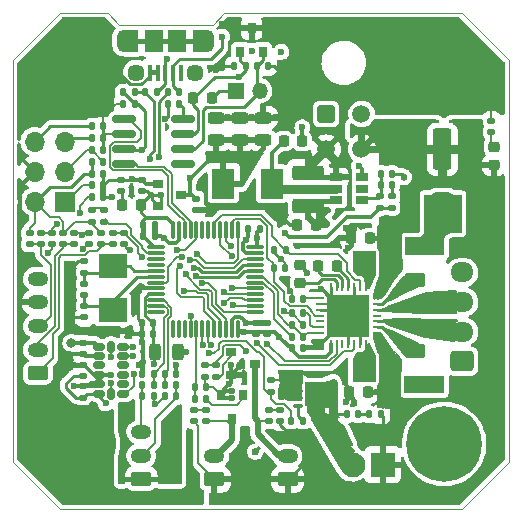
<source format=gbr>
G04 #@! TF.GenerationSoftware,KiCad,Pcbnew,(6.0.5)*
G04 #@! TF.CreationDate,2022-09-26T13:26:44+02:00*
G04 #@! TF.ProjectId,Huvud,48757675-642e-46b6-9963-61645f706362,rev?*
G04 #@! TF.SameCoordinates,PXad91980PY876bf80*
G04 #@! TF.FileFunction,Copper,L1,Top*
G04 #@! TF.FilePolarity,Positive*
%FSLAX46Y46*%
G04 Gerber Fmt 4.6, Leading zero omitted, Abs format (unit mm)*
G04 Created by KiCad (PCBNEW (6.0.5)) date 2022-09-26 13:26:44*
%MOMM*%
%LPD*%
G01*
G04 APERTURE LIST*
G04 Aperture macros list*
%AMRoundRect*
0 Rectangle with rounded corners*
0 $1 Rounding radius*
0 $2 $3 $4 $5 $6 $7 $8 $9 X,Y pos of 4 corners*
0 Add a 4 corners polygon primitive as box body*
4,1,4,$2,$3,$4,$5,$6,$7,$8,$9,$2,$3,0*
0 Add four circle primitives for the rounded corners*
1,1,$1+$1,$2,$3*
1,1,$1+$1,$4,$5*
1,1,$1+$1,$6,$7*
1,1,$1+$1,$8,$9*
0 Add four rect primitives between the rounded corners*
20,1,$1+$1,$2,$3,$4,$5,0*
20,1,$1+$1,$4,$5,$6,$7,0*
20,1,$1+$1,$6,$7,$8,$9,0*
20,1,$1+$1,$8,$9,$2,$3,0*%
G04 Aperture macros list end*
G04 #@! TA.AperFunction,Profile*
%ADD10C,0.100000*%
G04 #@! TD*
G04 #@! TA.AperFunction,Profile*
%ADD11C,0.050000*%
G04 #@! TD*
G04 #@! TA.AperFunction,SMDPad,CuDef*
%ADD12RoundRect,0.147500X0.172500X-0.147500X0.172500X0.147500X-0.172500X0.147500X-0.172500X-0.147500X0*%
G04 #@! TD*
G04 #@! TA.AperFunction,SMDPad,CuDef*
%ADD13RoundRect,0.147500X-0.147500X-0.172500X0.147500X-0.172500X0.147500X0.172500X-0.147500X0.172500X0*%
G04 #@! TD*
G04 #@! TA.AperFunction,SMDPad,CuDef*
%ADD14R,2.400000X2.000000*%
G04 #@! TD*
G04 #@! TA.AperFunction,SMDPad,CuDef*
%ADD15RoundRect,0.147500X0.147500X0.172500X-0.147500X0.172500X-0.147500X-0.172500X0.147500X-0.172500X0*%
G04 #@! TD*
G04 #@! TA.AperFunction,SMDPad,CuDef*
%ADD16RoundRect,0.147500X-0.172500X0.147500X-0.172500X-0.147500X0.172500X-0.147500X0.172500X0.147500X0*%
G04 #@! TD*
G04 #@! TA.AperFunction,SMDPad,CuDef*
%ADD17RoundRect,0.075000X-0.662500X-0.075000X0.662500X-0.075000X0.662500X0.075000X-0.662500X0.075000X0*%
G04 #@! TD*
G04 #@! TA.AperFunction,SMDPad,CuDef*
%ADD18RoundRect,0.075000X-0.075000X-0.662500X0.075000X-0.662500X0.075000X0.662500X-0.075000X0.662500X0*%
G04 #@! TD*
G04 #@! TA.AperFunction,SMDPad,CuDef*
%ADD19RoundRect,0.243750X0.243750X0.456250X-0.243750X0.456250X-0.243750X-0.456250X0.243750X-0.456250X0*%
G04 #@! TD*
G04 #@! TA.AperFunction,ComponentPad*
%ADD20RoundRect,0.250000X0.625000X-0.350000X0.625000X0.350000X-0.625000X0.350000X-0.625000X-0.350000X0*%
G04 #@! TD*
G04 #@! TA.AperFunction,ComponentPad*
%ADD21O,1.750000X1.200000*%
G04 #@! TD*
G04 #@! TA.AperFunction,SMDPad,CuDef*
%ADD22R,0.900000X0.800000*%
G04 #@! TD*
G04 #@! TA.AperFunction,ComponentPad*
%ADD23C,6.400000*%
G04 #@! TD*
G04 #@! TA.AperFunction,ComponentPad*
%ADD24C,0.800000*%
G04 #@! TD*
G04 #@! TA.AperFunction,SMDPad,CuDef*
%ADD25RoundRect,0.218750X0.218750X0.256250X-0.218750X0.256250X-0.218750X-0.256250X0.218750X-0.256250X0*%
G04 #@! TD*
G04 #@! TA.AperFunction,SMDPad,CuDef*
%ADD26RoundRect,0.218750X-0.218750X-0.256250X0.218750X-0.256250X0.218750X0.256250X-0.218750X0.256250X0*%
G04 #@! TD*
G04 #@! TA.AperFunction,SMDPad,CuDef*
%ADD27RoundRect,0.250000X-0.625000X0.375000X-0.625000X-0.375000X0.625000X-0.375000X0.625000X0.375000X0*%
G04 #@! TD*
G04 #@! TA.AperFunction,SMDPad,CuDef*
%ADD28RoundRect,0.250000X0.625000X-0.375000X0.625000X0.375000X-0.625000X0.375000X-0.625000X-0.375000X0*%
G04 #@! TD*
G04 #@! TA.AperFunction,SMDPad,CuDef*
%ADD29R,0.400000X1.350000*%
G04 #@! TD*
G04 #@! TA.AperFunction,SMDPad,CuDef*
%ADD30R,1.200000X1.900000*%
G04 #@! TD*
G04 #@! TA.AperFunction,ComponentPad*
%ADD31O,1.200000X1.900000*%
G04 #@! TD*
G04 #@! TA.AperFunction,SMDPad,CuDef*
%ADD32R,1.500000X1.900000*%
G04 #@! TD*
G04 #@! TA.AperFunction,ComponentPad*
%ADD33C,1.450000*%
G04 #@! TD*
G04 #@! TA.AperFunction,ComponentPad*
%ADD34R,1.700000X1.700000*%
G04 #@! TD*
G04 #@! TA.AperFunction,ComponentPad*
%ADD35O,1.700000X1.700000*%
G04 #@! TD*
G04 #@! TA.AperFunction,SMDPad,CuDef*
%ADD36R,0.203200X0.762000*%
G04 #@! TD*
G04 #@! TA.AperFunction,SMDPad,CuDef*
%ADD37R,0.762000X0.203200*%
G04 #@! TD*
G04 #@! TA.AperFunction,SMDPad,CuDef*
%ADD38R,3.600000X3.600000*%
G04 #@! TD*
G04 #@! TA.AperFunction,SMDPad,CuDef*
%ADD39RoundRect,0.075000X-0.325000X-0.075000X0.325000X-0.075000X0.325000X0.075000X-0.325000X0.075000X0*%
G04 #@! TD*
G04 #@! TA.AperFunction,SMDPad,CuDef*
%ADD40R,1.700000X2.050000*%
G04 #@! TD*
G04 #@! TA.AperFunction,SMDPad,CuDef*
%ADD41RoundRect,0.250000X-1.075000X0.375000X-1.075000X-0.375000X1.075000X-0.375000X1.075000X0.375000X0*%
G04 #@! TD*
G04 #@! TA.AperFunction,SMDPad,CuDef*
%ADD42RoundRect,0.243750X0.456250X-0.243750X0.456250X0.243750X-0.456250X0.243750X-0.456250X-0.243750X0*%
G04 #@! TD*
G04 #@! TA.AperFunction,SMDPad,CuDef*
%ADD43R,1.060000X0.650000*%
G04 #@! TD*
G04 #@! TA.AperFunction,SMDPad,CuDef*
%ADD44R,1.900000X2.500000*%
G04 #@! TD*
G04 #@! TA.AperFunction,ComponentPad*
%ADD45R,2.100000X2.100000*%
G04 #@! TD*
G04 #@! TA.AperFunction,ComponentPad*
%ADD46C,2.100000*%
G04 #@! TD*
G04 #@! TA.AperFunction,SMDPad,CuDef*
%ADD47RoundRect,0.250000X-0.550000X1.500000X-0.550000X-1.500000X0.550000X-1.500000X0.550000X1.500000X0*%
G04 #@! TD*
G04 #@! TA.AperFunction,SMDPad,CuDef*
%ADD48RoundRect,0.249600X-0.550400X1.500400X-0.550400X-1.500400X0.550400X-1.500400X0.550400X1.500400X0*%
G04 #@! TD*
G04 #@! TA.AperFunction,SMDPad,CuDef*
%ADD49C,0.500000*%
G04 #@! TD*
G04 #@! TA.AperFunction,ComponentPad*
%ADD50RoundRect,0.250000X0.725000X-0.600000X0.725000X0.600000X-0.725000X0.600000X-0.725000X-0.600000X0*%
G04 #@! TD*
G04 #@! TA.AperFunction,ComponentPad*
%ADD51O,1.950000X1.700000*%
G04 #@! TD*
G04 #@! TA.AperFunction,ComponentPad*
%ADD52RoundRect,0.250001X-0.499999X-0.499999X0.499999X-0.499999X0.499999X0.499999X-0.499999X0.499999X0*%
G04 #@! TD*
G04 #@! TA.AperFunction,ComponentPad*
%ADD53C,1.500000*%
G04 #@! TD*
G04 #@! TA.AperFunction,SMDPad,CuDef*
%ADD54RoundRect,0.218750X0.256250X-0.218750X0.256250X0.218750X-0.256250X0.218750X-0.256250X-0.218750X0*%
G04 #@! TD*
G04 #@! TA.AperFunction,SMDPad,CuDef*
%ADD55RoundRect,0.218750X-0.256250X0.218750X-0.256250X-0.218750X0.256250X-0.218750X0.256250X0.218750X0*%
G04 #@! TD*
G04 #@! TA.AperFunction,SMDPad,CuDef*
%ADD56RoundRect,0.150000X-0.825000X-0.150000X0.825000X-0.150000X0.825000X0.150000X-0.825000X0.150000X0*%
G04 #@! TD*
G04 #@! TA.AperFunction,SMDPad,CuDef*
%ADD57R,0.800000X0.900000*%
G04 #@! TD*
G04 #@! TA.AperFunction,SMDPad,CuDef*
%ADD58RoundRect,0.150000X-0.325000X-0.150000X0.325000X-0.150000X0.325000X0.150000X-0.325000X0.150000X0*%
G04 #@! TD*
G04 #@! TA.AperFunction,SMDPad,CuDef*
%ADD59RoundRect,0.150000X-0.150000X-0.325000X0.150000X-0.325000X0.150000X0.325000X-0.150000X0.325000X0*%
G04 #@! TD*
G04 #@! TA.AperFunction,ComponentPad*
%ADD60R,1.350000X1.350000*%
G04 #@! TD*
G04 #@! TA.AperFunction,ComponentPad*
%ADD61O,1.350000X1.350000*%
G04 #@! TD*
G04 #@! TA.AperFunction,SMDPad,CuDef*
%ADD62RoundRect,0.140000X-0.170000X0.140000X-0.170000X-0.140000X0.170000X-0.140000X0.170000X0.140000X0*%
G04 #@! TD*
G04 #@! TA.AperFunction,ViaPad*
%ADD63C,0.600000*%
G04 #@! TD*
G04 #@! TA.AperFunction,ViaPad*
%ADD64C,1.000000*%
G04 #@! TD*
G04 #@! TA.AperFunction,ViaPad*
%ADD65C,0.800000*%
G04 #@! TD*
G04 #@! TA.AperFunction,Conductor*
%ADD66C,0.200000*%
G04 #@! TD*
G04 #@! TA.AperFunction,Conductor*
%ADD67C,0.250000*%
G04 #@! TD*
G04 #@! TA.AperFunction,Conductor*
%ADD68C,0.300000*%
G04 #@! TD*
G04 #@! TA.AperFunction,Conductor*
%ADD69C,0.400000*%
G04 #@! TD*
G04 #@! TA.AperFunction,Conductor*
%ADD70C,0.800000*%
G04 #@! TD*
G04 #@! TA.AperFunction,Conductor*
%ADD71C,0.350000*%
G04 #@! TD*
G04 #@! TA.AperFunction,Conductor*
%ADD72C,0.600000*%
G04 #@! TD*
G04 #@! TA.AperFunction,Conductor*
%ADD73C,0.500000*%
G04 #@! TD*
G04 APERTURE END LIST*
D10*
X42000000Y38000000D02*
X42000000Y4000000D01*
D11*
X4000000Y42000000D02*
X8000000Y42000000D01*
X17900000Y42000000D02*
X38000000Y42000000D01*
D10*
X9000000Y41000000D02*
X8000000Y42000000D01*
D11*
X4000000Y0D02*
X0Y4000000D01*
X38000000Y42000000D02*
X42000000Y38000000D01*
D10*
X17900000Y42000000D02*
X16900000Y41000000D01*
X16900000Y41000000D02*
X9000000Y41000000D01*
D11*
X0Y38000000D02*
X4000000Y42000000D01*
D10*
X0Y4000000D02*
X0Y38000000D01*
D11*
X38000000Y0D02*
X42000000Y4000000D01*
D10*
X38000000Y0D02*
X4000000Y0D01*
G36*
X9950000Y14800000D02*
G01*
X8950000Y14800000D01*
X8950000Y15300000D01*
X9950000Y15300000D01*
X9950000Y14800000D01*
G37*
D12*
X6050000Y16215000D03*
X6050000Y17185000D03*
D13*
X12830000Y10475000D03*
X13800000Y10475000D03*
D14*
X8450000Y16850000D03*
X8450000Y20550000D03*
D13*
X11015000Y23100000D03*
X11985000Y23100000D03*
D15*
X20885000Y23700000D03*
X19915000Y23700000D03*
D13*
X6665000Y28400000D03*
X7635000Y28400000D03*
D16*
X6050000Y20985000D03*
X6050000Y20015000D03*
D15*
X7635000Y32400000D03*
X6665000Y32400000D03*
D17*
X12121100Y22166900D03*
X12121100Y21666900D03*
X12121100Y21166900D03*
X12121100Y20666900D03*
X12121100Y20166900D03*
X12121100Y19666900D03*
X12121100Y19166900D03*
X12121100Y18666900D03*
X12121100Y18166900D03*
X12121100Y17666900D03*
X12121100Y17166900D03*
X12121100Y16666900D03*
D18*
X13533600Y15254400D03*
X14033600Y15254400D03*
X14533600Y15254400D03*
X15033600Y15254400D03*
X15533600Y15254400D03*
X16033600Y15254400D03*
X16533600Y15254400D03*
X17033600Y15254400D03*
X17533600Y15254400D03*
X18033600Y15254400D03*
X18533600Y15254400D03*
X19033600Y15254400D03*
D17*
X20446100Y16666900D03*
X20446100Y17166900D03*
X20446100Y17666900D03*
X20446100Y18166900D03*
X20446100Y18666900D03*
X20446100Y19166900D03*
X20446100Y19666900D03*
X20446100Y20166900D03*
X20446100Y20666900D03*
X20446100Y21166900D03*
X20446100Y21666900D03*
X20446100Y22166900D03*
D18*
X19033600Y23579400D03*
X18533600Y23579400D03*
X18033600Y23579400D03*
X17533600Y23579400D03*
X17033600Y23579400D03*
X16533600Y23579400D03*
X16033600Y23579400D03*
X15533600Y23579400D03*
X15033600Y23579400D03*
X14533600Y23579400D03*
X14033600Y23579400D03*
X13533600Y23579400D03*
D13*
X11015000Y24050000D03*
X11985000Y24050000D03*
D19*
X13937500Y13300000D03*
X12062500Y13300000D03*
D13*
X6665000Y31400000D03*
X7635000Y31400000D03*
X9315000Y34300000D03*
X10285000Y34300000D03*
D20*
X2100000Y11500000D03*
D21*
X2100000Y13500000D03*
X2100000Y15500000D03*
X2100000Y17500000D03*
X2100000Y19500000D03*
D16*
X3300000Y23385000D03*
X3300000Y22415000D03*
D12*
X20550000Y14815000D03*
X20550000Y15785000D03*
X21500000Y14815000D03*
X21500000Y15785000D03*
D13*
X6665000Y29400000D03*
X7635000Y29400000D03*
D15*
X7635000Y30400000D03*
X6665000Y30400000D03*
D12*
X16250000Y11215000D03*
X16250000Y12185000D03*
X21650000Y7435000D03*
X21650000Y8405000D03*
D13*
X28265000Y8000000D03*
X29235000Y8000000D03*
D22*
X18450000Y13250000D03*
X18450000Y11350000D03*
X20450000Y12300000D03*
D12*
X15350000Y7415000D03*
X15350000Y8385000D03*
X22600000Y7435000D03*
X22600000Y8405000D03*
D20*
X23250000Y2500000D03*
D21*
X23250000Y4500000D03*
D23*
X36500000Y36500000D03*
D24*
X38900000Y36500000D03*
X34802944Y34802944D03*
X38197056Y34802944D03*
X36500000Y38900000D03*
X38197056Y38197056D03*
X36500000Y34100000D03*
X34100000Y36500000D03*
X34802944Y38197056D03*
X36500000Y7900000D03*
X34802944Y3802944D03*
X36500000Y3100000D03*
X34100000Y5500000D03*
X38197056Y7197056D03*
X38197056Y3802944D03*
D23*
X36500000Y5500000D03*
D24*
X34802944Y7197056D03*
X38900000Y5500000D03*
D15*
X24585000Y17800000D03*
X23615000Y17800000D03*
X24585000Y13600000D03*
X23615000Y13600000D03*
D25*
X30187500Y22950000D03*
X28612500Y22950000D03*
D26*
X25812500Y20600000D03*
X27387500Y20600000D03*
D25*
X30037500Y9900000D03*
X28462500Y9900000D03*
D27*
X34050000Y22200000D03*
X34050000Y19400000D03*
D28*
X34050000Y10600000D03*
X34050000Y13400000D03*
D15*
X13800000Y9525000D03*
X12830000Y9525000D03*
D20*
X10850000Y2500000D03*
D21*
X10850000Y4500000D03*
X10850000Y6500000D03*
D15*
X24585000Y16600000D03*
X23615000Y16600000D03*
D29*
X14200000Y36937500D03*
X13550000Y36937500D03*
X12900000Y36937500D03*
X12250000Y36937500D03*
X11600000Y36937500D03*
D30*
X10000000Y39637500D03*
D31*
X9400000Y39637500D03*
D32*
X13900000Y39637500D03*
D33*
X10400000Y36937500D03*
D31*
X16400000Y39637500D03*
D30*
X15800000Y39637500D03*
D33*
X15400000Y36937500D03*
D32*
X11900000Y39637500D03*
D24*
X7900000Y5500000D03*
X5500000Y7900000D03*
X7197056Y3802944D03*
X3100000Y5500000D03*
X7197056Y7197056D03*
X3802944Y3802944D03*
D23*
X5500000Y5500000D03*
D24*
X3802944Y7197056D03*
X5500000Y3100000D03*
D34*
X4388500Y26024000D03*
D35*
X1848500Y26024000D03*
X4388500Y28564000D03*
X1848500Y28564000D03*
X4388500Y31104000D03*
X1848500Y31104000D03*
D24*
X7197056Y34802944D03*
X5500000Y34100000D03*
X3100000Y36500000D03*
D23*
X5500000Y36500000D03*
D24*
X3802944Y34802944D03*
X7197056Y38197056D03*
X7900000Y36500000D03*
X5500000Y38900000D03*
X3802944Y38197056D03*
D12*
X16300000Y7415000D03*
X16300000Y8385000D03*
D15*
X31135000Y8000000D03*
X30165000Y8000000D03*
D20*
X17050000Y2500000D03*
D21*
X17050000Y4500000D03*
D12*
X2350000Y22415000D03*
X2350000Y23385000D03*
D16*
X17200000Y12185000D03*
X17200000Y11215000D03*
D36*
X29887800Y18800900D03*
X29387801Y18800900D03*
X28887799Y18800900D03*
X28387800Y18800900D03*
X27887801Y18800900D03*
X27387799Y18800900D03*
X26887800Y18800900D03*
D37*
X25962100Y17875200D03*
X25962100Y17375201D03*
X25962100Y16875199D03*
X25962100Y16375200D03*
X25962100Y15875201D03*
X25962100Y15375199D03*
X25962100Y14875200D03*
D36*
X26887800Y13949500D03*
X27387799Y13949500D03*
X27887801Y13949500D03*
X28387800Y13949500D03*
X28887799Y13949500D03*
X29387801Y13949500D03*
X29887800Y13949500D03*
D37*
X30813500Y14875200D03*
X30813500Y15375199D03*
X30813500Y15875201D03*
X30813500Y16375200D03*
X30813500Y16875199D03*
X30813500Y17375201D03*
X30813500Y17875200D03*
D38*
X28387800Y16375200D03*
D12*
X7700000Y24315000D03*
X7700000Y25285000D03*
D15*
X7635000Y27400000D03*
X6665000Y27400000D03*
X7635000Y26400000D03*
X6665000Y26400000D03*
X24585000Y15600000D03*
X23615000Y15600000D03*
D13*
X23615000Y14600000D03*
X24585000Y14600000D03*
D39*
X24150000Y10675000D03*
X24150000Y10025000D03*
X24150000Y9375000D03*
X24150000Y8725000D03*
D40*
X25600000Y9700000D03*
D39*
X27050000Y8725000D03*
X27050000Y10675000D03*
X27050000Y10025000D03*
X27050000Y9375000D03*
D13*
X23565000Y7450000D03*
X24535000Y7450000D03*
D41*
X24950000Y28480000D03*
X24950000Y25680000D03*
D42*
X19200000Y31262500D03*
X19200000Y33137500D03*
D43*
X27370000Y28070000D03*
X27370000Y27120000D03*
X27370000Y26170000D03*
X29570000Y26170000D03*
X29570000Y27120000D03*
X29570000Y28070000D03*
D42*
X17200000Y31262500D03*
X17200000Y33137500D03*
X21200000Y31262500D03*
X21200000Y33137500D03*
D25*
X25637500Y24050000D03*
X24062500Y24050000D03*
D26*
X22912500Y31150000D03*
X24487500Y31150000D03*
D12*
X1400000Y22415000D03*
X1400000Y23385000D03*
D16*
X32100000Y26485000D03*
X32100000Y25515000D03*
D13*
X31115000Y27450000D03*
X32085000Y27450000D03*
D15*
X32085000Y28400000D03*
X31115000Y28400000D03*
D16*
X31100000Y26485000D03*
X31100000Y25515000D03*
D44*
X21900000Y27550000D03*
X17800000Y27550000D03*
D12*
X9100000Y26915000D03*
X9100000Y27885000D03*
D45*
X31300000Y3750000D03*
D46*
X28760000Y3750000D03*
D47*
X36350000Y30450000D03*
D48*
X36350000Y25050000D03*
D16*
X6700000Y25285000D03*
X6700000Y24315000D03*
D13*
X10915000Y14800000D03*
X11885000Y14800000D03*
D49*
X8950000Y15050000D03*
X9950000Y15050000D03*
D13*
X10915000Y15750000D03*
X11885000Y15750000D03*
D50*
X38038500Y12524000D03*
D51*
X38038500Y15024000D03*
X38038500Y17524000D03*
X38038500Y20024000D03*
D15*
X10285000Y35300000D03*
X9315000Y35300000D03*
D13*
X13115000Y35300000D03*
X14085000Y35300000D03*
X11215000Y35300000D03*
X12185000Y35300000D03*
D15*
X14085000Y34300000D03*
X13115000Y34300000D03*
X13800000Y11425000D03*
X12830000Y11425000D03*
D52*
X26500000Y33450000D03*
D53*
X29500000Y33450000D03*
X26500000Y30450000D03*
X29500000Y30450000D03*
D54*
X24300000Y19112500D03*
X24300000Y20687500D03*
D55*
X40700000Y30687500D03*
X40700000Y29112500D03*
D56*
X9425000Y33005000D03*
X9425000Y31735000D03*
X9425000Y30465000D03*
X9425000Y29195000D03*
X14375000Y29195000D03*
X14375000Y30465000D03*
X14375000Y31735000D03*
X14375000Y33005000D03*
D57*
X19250000Y38700000D03*
X21150000Y38700000D03*
X20200000Y40700000D03*
D13*
X20615000Y37500000D03*
X21585000Y37500000D03*
X18715000Y37500000D03*
X19685000Y37500000D03*
D16*
X9400000Y23385000D03*
X9400000Y22415000D03*
X6450000Y23385000D03*
X6450000Y22415000D03*
X7450000Y23395000D03*
X7450000Y22425000D03*
D12*
X8440000Y22425000D03*
X8440000Y23395000D03*
X4250000Y22415000D03*
X4250000Y23385000D03*
X5200000Y22415000D03*
X5200000Y23385000D03*
D58*
X7300000Y13750000D03*
X7300000Y12950000D03*
X7300000Y12150000D03*
X7300000Y11350000D03*
X7300000Y10550000D03*
X7300000Y9750000D03*
D59*
X8300000Y9750000D03*
D58*
X9300000Y9750000D03*
X9300000Y10550000D03*
X9300000Y11350000D03*
X9300000Y12150000D03*
X9300000Y12950000D03*
X9300000Y13750000D03*
D59*
X8300000Y13750000D03*
D16*
X10950000Y27885000D03*
X10950000Y26915000D03*
D26*
X9262500Y25700000D03*
X10837500Y25700000D03*
D12*
X5900000Y13115000D03*
X5900000Y14085000D03*
D22*
X12250000Y27550000D03*
X12250000Y25650000D03*
X14250000Y26600000D03*
D57*
X19500000Y9650000D03*
X17600000Y9650000D03*
X18550000Y7650000D03*
D15*
X16335000Y10300000D03*
X15365000Y10300000D03*
D13*
X15365000Y9350000D03*
X16335000Y9350000D03*
D12*
X6050000Y18115000D03*
X6050000Y19085000D03*
D13*
X22115000Y21950000D03*
X23085000Y21950000D03*
D12*
X15500000Y25315000D03*
X15500000Y26285000D03*
D16*
X21800000Y10885000D03*
X21800000Y9915000D03*
D13*
X10950000Y11425000D03*
X11920000Y11425000D03*
D15*
X11920000Y10475000D03*
X10950000Y10475000D03*
D13*
X10950000Y9525000D03*
X11920000Y9525000D03*
D26*
X15262500Y34800000D03*
X16837500Y34800000D03*
D13*
X22065000Y20400000D03*
X23035000Y20400000D03*
D60*
X18900000Y35400000D03*
D61*
X20900000Y35400000D03*
D12*
X40500000Y31915000D03*
X40500000Y32885000D03*
D62*
X5900000Y12230000D03*
X5900000Y11270000D03*
X5900000Y10380000D03*
X5900000Y9420000D03*
D63*
X10900000Y14100000D03*
X13700000Y2600000D03*
X13800000Y7950000D03*
X10698500Y12150000D03*
X9400000Y8150000D03*
X10912552Y18768900D03*
X13800000Y12150000D03*
X26900000Y17900000D03*
X27900000Y17900000D03*
X28900000Y17900000D03*
X29900000Y17900000D03*
X26900000Y16900000D03*
X27900000Y16900000D03*
X28900000Y16900000D03*
X29900000Y16900000D03*
X26900000Y15900000D03*
X27900000Y15900000D03*
X28900000Y15900000D03*
X29900000Y15900000D03*
X27900000Y14900000D03*
X28900000Y14900000D03*
X29900000Y14900000D03*
X1100000Y21200000D03*
X26900000Y14900000D03*
X23350000Y9450000D03*
X8299989Y11350000D03*
X18550002Y10000000D03*
X22800000Y41100000D03*
X24100000Y22300000D03*
X5500000Y1000000D03*
X14000000Y1000000D03*
X1100000Y36500000D03*
X9881660Y21908710D03*
X5900000Y22034010D03*
X28350000Y22100000D03*
X35150000Y25050000D03*
X18450000Y12150000D03*
X36000000Y22000000D03*
X28900000Y23800000D03*
X23454012Y18450000D03*
X35150000Y23850000D03*
X17199958Y37152010D03*
X29400000Y35300000D03*
X12750000Y22900000D03*
X22954021Y16800000D03*
X28150000Y9050000D03*
X8300000Y33900000D03*
X23350000Y10350000D03*
X36000000Y10100000D03*
X23299988Y33600012D03*
X23900000Y39200000D03*
X22750000Y10350000D03*
X4700000Y13100000D03*
X35200000Y10800000D03*
X19700000Y22800000D03*
X36500000Y41000000D03*
X28216421Y23816421D03*
X19736659Y15786659D03*
X28900000Y9075000D03*
X37550000Y25050000D03*
X4100000Y9350000D03*
X35200000Y10100000D03*
X36000000Y10800000D03*
X17700000Y41100000D03*
X26100000Y14100000D03*
X20200000Y33150000D03*
X22750000Y11250000D03*
X28100002Y10725000D03*
X19150000Y12050000D03*
X18500000Y9400000D03*
X4700000Y12200000D03*
X22250000Y33150000D03*
X23950000Y35650000D03*
X19300000Y11350000D03*
X36000000Y22700000D03*
X37550000Y26150000D03*
X7750000Y40800000D03*
X7850000Y15050000D03*
X14950000Y6150000D03*
X5000000Y20500000D03*
X18249990Y10550000D03*
X19900000Y25950000D03*
X35300000Y22700000D03*
X10100000Y27900000D03*
X5200000Y10400000D03*
X16000000Y27500000D03*
X17500000Y25600000D03*
X33100000Y28100000D03*
X26100000Y18600000D03*
X23950000Y11250000D03*
X35150000Y26150000D03*
X1000000Y5500000D03*
X22150000Y25350000D03*
X8396116Y26396116D03*
X22750000Y9454010D03*
X18200000Y33150000D03*
X23350000Y11250000D03*
X2950000Y21700000D03*
X12900000Y33000000D03*
X20500000Y4840000D03*
X35300000Y22000000D03*
X29400000Y41000000D03*
X5500000Y40800000D03*
X37550000Y23850000D03*
X4800000Y16300000D03*
X41000000Y36500000D03*
D64*
X32350000Y23550000D03*
X32350000Y22550000D03*
X31350000Y22550000D03*
X31350000Y10000000D03*
X32350000Y10000000D03*
X31350000Y9000000D03*
X32350000Y9000000D03*
X31350000Y23550000D03*
D63*
X24980000Y24705000D03*
X31500000Y32000000D03*
X41000000Y5500000D03*
X25900000Y24800000D03*
X33500000Y29000000D03*
X39000000Y32000000D03*
X33500000Y32000000D03*
X39000000Y30450000D03*
X39000000Y29000000D03*
X26600000Y25325000D03*
X24900000Y20000036D03*
X26600000Y24100000D03*
X20500000Y2500000D03*
X31500000Y30450000D03*
X36000000Y1000000D03*
X33500000Y30450000D03*
X29500000Y32000000D03*
X11700000Y26600000D03*
D65*
X4950000Y14050000D03*
D63*
X12500000Y26600000D03*
X22500000Y14600000D03*
X22650000Y21150000D03*
X10900000Y30400000D03*
X19549990Y14950000D03*
X14672990Y13300000D03*
X20650000Y22900000D03*
X12000000Y8900000D03*
X7842153Y8937575D03*
X11950000Y12300000D03*
X15100000Y16350000D03*
X16632180Y13192623D03*
X21500000Y14000000D03*
X18481590Y22254184D03*
X18500000Y21400000D03*
X20663082Y14062188D03*
X15550000Y21600000D03*
X14994133Y21066335D03*
X14311032Y21315173D03*
X15486103Y19711740D03*
X12400000Y29800000D03*
X11623496Y29610224D03*
X15330788Y20421967D03*
X13892980Y21909966D03*
X5660325Y25029427D03*
X19700006Y13400000D03*
X18500000Y18750000D03*
X14145112Y20600193D03*
X29300002Y29050000D03*
X24500000Y32300000D03*
X19100000Y36600000D03*
X16022648Y19122657D03*
X3691484Y24095147D03*
X14450000Y18450000D03*
X10900000Y21350000D03*
X5800000Y23200000D03*
X14602815Y19919705D03*
X8300000Y12850000D03*
X18619705Y17297185D03*
X10150000Y12950000D03*
X17900000Y17400000D03*
X16800000Y13900000D03*
X8299989Y10623497D03*
X10150000Y13750000D03*
X17895090Y18346727D03*
X10201500Y11400000D03*
X16072987Y13900000D03*
X20450000Y29850000D03*
X18750000Y29900000D03*
X23050000Y23350000D03*
X16950000Y29900000D03*
X15000000Y28000000D03*
X20200000Y38800000D03*
X22700000Y38700000D03*
X12995843Y38100000D03*
X17700000Y40000000D03*
D64*
X30250000Y12250000D03*
X29250000Y12250000D03*
X30250000Y11250000D03*
X29250000Y11250000D03*
X30250000Y20350000D03*
X29250000Y20350000D03*
X30250000Y21350000D03*
X29250000Y21350000D03*
D66*
X10915000Y14115000D02*
X10900000Y14100000D01*
X10950000Y11898500D02*
X10698500Y12150000D01*
D67*
X10572990Y18429338D02*
X10912552Y18768900D01*
X10572990Y18429338D02*
X10572990Y16092010D01*
D66*
X10915000Y14800000D02*
X10915000Y14115000D01*
D68*
X13800000Y11425000D02*
X13800000Y12150000D01*
X12121100Y18666900D02*
X11014552Y18666900D01*
D66*
X10915000Y14800000D02*
X10915000Y15750000D01*
D67*
X10572990Y16092010D02*
X10915000Y15750000D01*
D66*
X10950000Y11425000D02*
X10950000Y11898500D01*
D67*
X25962100Y16875199D02*
X27887801Y16875199D01*
X27887801Y16875199D02*
X28387800Y16375200D01*
X28887799Y18800900D02*
X28887799Y16875199D01*
X26887800Y17812200D02*
X27150000Y17550000D01*
X26887800Y18800900D02*
X26887800Y17812200D01*
X28387800Y13949500D02*
X28387800Y16312200D01*
X29387801Y15375199D02*
X28387800Y16375200D01*
X29387801Y13949500D02*
X29387801Y15375199D01*
D69*
X27182838Y29382838D02*
X26500000Y30065676D01*
D70*
X25600000Y29550000D02*
X24950000Y28900000D01*
D69*
X17650000Y9650000D02*
X17650000Y9765685D01*
D68*
X12750000Y22900000D02*
X12550000Y23100000D01*
X19700000Y22800000D02*
X19431590Y22531590D01*
X19736659Y15786659D02*
X19759312Y15764006D01*
D67*
X25800000Y13800000D02*
X25600000Y13600000D01*
D71*
X23950000Y11250000D02*
X24150000Y11227013D01*
D66*
X22750000Y10350000D02*
X22750000Y10050000D01*
D67*
X23350000Y10350000D02*
X23350000Y10650000D01*
D68*
X6065000Y12950000D02*
X5900000Y13115000D01*
D66*
X3300000Y22415000D02*
X3300000Y22050000D01*
D69*
X28462500Y9900000D02*
X28900000Y9075000D01*
D71*
X24150000Y10025000D02*
X23375000Y10025000D01*
X24150000Y9375000D02*
X23425000Y9375000D01*
D68*
X19459313Y16064005D02*
X19736659Y15786659D01*
X14033600Y23579400D02*
X14033600Y22733600D01*
D67*
X23350000Y11150000D02*
X23350000Y10350000D01*
D69*
X36350000Y25050000D02*
X37550000Y25050000D01*
D66*
X23615000Y16600000D02*
X23154021Y16600000D01*
X6280990Y22415000D02*
X5900000Y22034010D01*
X16250000Y10385000D02*
X16335000Y10300000D01*
D68*
X19431590Y22531590D02*
X19431590Y21943910D01*
D66*
X22750000Y10650000D02*
X22500000Y10900000D01*
D71*
X18000000Y10000000D02*
X18125738Y10000000D01*
D69*
X36350000Y25050000D02*
X36450000Y25050000D01*
D68*
X18810610Y16268910D02*
X19254408Y16268910D01*
D66*
X6450000Y22415000D02*
X6280990Y22415000D01*
D69*
X36350000Y25050000D02*
X35150000Y23850000D01*
D68*
X23450000Y24050000D02*
X22449999Y25050001D01*
D67*
X8954038Y36937500D02*
X5937500Y36937500D01*
D71*
X18450000Y11350000D02*
X19300000Y11350000D01*
D68*
X21429006Y15764006D02*
X20183576Y15764006D01*
D70*
X26500000Y30450000D02*
X25600000Y29550000D01*
D68*
X21450000Y15785000D02*
X21429006Y15764006D01*
D67*
X9100000Y27885000D02*
X10085000Y27885000D01*
X22100000Y37500000D02*
X23950000Y35650000D01*
D69*
X27370000Y29195676D02*
X27182838Y29382838D01*
D68*
X7300000Y11350000D02*
X8299989Y11350000D01*
D69*
X25360000Y28070000D02*
X24950000Y28480000D01*
D67*
X21585000Y37500000D02*
X22100000Y37500000D01*
X7635000Y26400000D02*
X8392232Y26400000D01*
X5937500Y36937500D02*
X5500000Y36500000D01*
D66*
X9600000Y22120000D02*
X9811290Y21908710D01*
D71*
X23375000Y10025000D02*
X23350000Y10050000D01*
D68*
X28387800Y16375200D02*
X26163000Y18600000D01*
D67*
X10868961Y35960499D02*
X9931039Y35960499D01*
D68*
X14033600Y22733600D02*
X13777001Y22477001D01*
X10115000Y27885000D02*
X10100000Y27900000D01*
D66*
X23350000Y11250000D02*
X22750000Y11250000D01*
D71*
X23375000Y10675000D02*
X23350000Y10650000D01*
D69*
X28462500Y9900000D02*
X28150000Y9050000D01*
D67*
X25600000Y13600000D02*
X24585000Y13600000D01*
X4885000Y16215000D02*
X6050000Y16215000D01*
D68*
X19915000Y23700000D02*
X19915000Y23015000D01*
X5900000Y12230000D02*
X5970000Y12230000D01*
D66*
X22500000Y10900000D02*
X21815000Y10900000D01*
D71*
X17650000Y9650000D02*
X17850000Y9850000D01*
D69*
X28612500Y22362500D02*
X28350000Y22100000D01*
D66*
X40500000Y36000000D02*
X41000000Y36500000D01*
D71*
X17900000Y9400000D02*
X18075736Y9400000D01*
D67*
X7635000Y31400000D02*
X7635000Y30400000D01*
X13115000Y33215000D02*
X12900000Y33000000D01*
D68*
X19915000Y23015000D02*
X19700000Y22800000D01*
D70*
X24950000Y28480000D02*
X24830000Y28600000D01*
D71*
X28212500Y23825000D02*
X28216421Y23816421D01*
D69*
X28612500Y22950000D02*
X28900000Y23800000D01*
D68*
X13777001Y22477001D02*
X13172999Y22477001D01*
D66*
X22750000Y10050000D02*
X23350000Y10050000D01*
D67*
X7635000Y27400000D02*
X7635000Y26400000D01*
D68*
X7300000Y12950000D02*
X6065000Y12950000D01*
D69*
X11985000Y24050000D02*
X11985000Y23100000D01*
D66*
X7635000Y31720000D02*
X7635000Y31400000D01*
X7650000Y31735000D02*
X7635000Y31720000D01*
X16950000Y10300000D02*
X17600000Y9650000D01*
D69*
X36350000Y25050000D02*
X35150000Y25050000D01*
D71*
X24150000Y10675000D02*
X24150000Y10025000D01*
X600000Y27315500D02*
X600000Y24600000D01*
D69*
X28612500Y22950000D02*
X28212500Y23825000D01*
D67*
X18715000Y37500000D02*
X17547948Y37500000D01*
D66*
X9811290Y21908710D02*
X9881660Y21908710D01*
D69*
X36350000Y25050000D02*
X37550000Y23850000D01*
D67*
X8120000Y27885000D02*
X7635000Y27400000D01*
D66*
X9425000Y31735000D02*
X7650000Y31735000D01*
D68*
X7130000Y10380000D02*
X7300000Y10550000D01*
X20183576Y15764006D02*
X19759312Y15764006D01*
D67*
X6050000Y20985000D02*
X5485000Y20985000D01*
D66*
X16250000Y11215000D02*
X16250000Y10385000D01*
D69*
X26500000Y30065676D02*
X26500000Y30600000D01*
D71*
X17850000Y9850000D02*
X17850000Y10150010D01*
D69*
X26500000Y30600000D02*
X26265000Y30365000D01*
X36450000Y25050000D02*
X37550000Y26150000D01*
X27370000Y28070000D02*
X25360000Y28070000D01*
D67*
X7635000Y28400000D02*
X7635000Y27400000D01*
D71*
X18125738Y10000000D02*
X18550002Y10000000D01*
D66*
X9315000Y34300000D02*
X8700000Y34300000D01*
D67*
X26900000Y14900000D02*
X25800000Y13800000D01*
D66*
X28324800Y16375200D02*
X28387800Y16375200D01*
X40500000Y32885000D02*
X40500000Y36000000D01*
X23154021Y16600000D02*
X22954021Y16800000D01*
X22750000Y10650000D02*
X22750000Y10350000D01*
D71*
X17650000Y9650000D02*
X17900000Y9400000D01*
D67*
X7635000Y32400000D02*
X7635000Y31400000D01*
D68*
X18533600Y15991900D02*
X18810610Y16268910D01*
X19254408Y16268910D02*
X19459313Y16064005D01*
D71*
X18450000Y11350000D02*
X19150000Y12050000D01*
D68*
X4700000Y12200000D02*
X4730000Y12230000D01*
X5220000Y10380000D02*
X5200000Y10400000D01*
X11285000Y27550000D02*
X10950000Y27885000D01*
X19708600Y21666900D02*
X20446100Y21666900D01*
D71*
X23425000Y9375000D02*
X23350000Y9450000D01*
X28462500Y9900000D02*
X28112500Y10725000D01*
D66*
X22750000Y9454010D02*
X23345990Y9454010D01*
D68*
X19431590Y21943910D02*
X19708600Y21666900D01*
D66*
X3300000Y22050000D02*
X2950000Y21700000D01*
D68*
X4715000Y13115000D02*
X5900000Y13115000D01*
X18533600Y15254400D02*
X18533600Y15991900D01*
X26163000Y18600000D02*
X26100000Y18600000D01*
D67*
X17547948Y37500000D02*
X17199958Y37152010D01*
D68*
X12550000Y23100000D02*
X12280000Y23100000D01*
D66*
X9600000Y22415000D02*
X9600000Y22120000D01*
D68*
X5900000Y10380000D02*
X5220000Y10380000D01*
D71*
X18075736Y9400000D02*
X18500000Y9400000D01*
D68*
X24062500Y24050000D02*
X23450000Y24050000D01*
D69*
X27370000Y28070000D02*
X27370000Y29195676D01*
D66*
X23350000Y10650000D02*
X22750000Y10650000D01*
X22750000Y11250000D02*
X22750000Y10650000D01*
X23615000Y18289012D02*
X23454012Y18450000D01*
D68*
X5900000Y10380000D02*
X7130000Y10380000D01*
D71*
X24150000Y10675000D02*
X23575000Y11250000D01*
D66*
X23615000Y16570000D02*
X24585000Y15600000D01*
D68*
X10950000Y27885000D02*
X10115000Y27885000D01*
D67*
X13115000Y34300000D02*
X13115000Y33215000D01*
X4800000Y16300000D02*
X4885000Y16215000D01*
D66*
X23615000Y17800000D02*
X23615000Y18289012D01*
X25962100Y17375201D02*
X27324799Y17375201D01*
D71*
X1848500Y28564000D02*
X600000Y29812500D01*
X28112500Y10725000D02*
X28100002Y10725000D01*
D67*
X11600000Y36937500D02*
X11600000Y36691538D01*
D71*
X17850000Y9850000D02*
X18000000Y10000000D01*
D69*
X35150000Y26150000D02*
X36300000Y25050000D01*
D67*
X5485000Y20985000D02*
X5000000Y20500000D01*
D69*
X28612500Y22950000D02*
X28612500Y22362500D01*
D68*
X7300000Y11350000D02*
X7300000Y10550000D01*
D66*
X22750000Y10050000D02*
X22750000Y9454010D01*
X23615000Y16600000D02*
X23615000Y16570000D01*
D67*
X32800000Y28400000D02*
X33100000Y28100000D01*
D69*
X36300000Y25050000D02*
X36350000Y25050000D01*
D68*
X8950000Y15050000D02*
X7850000Y15050000D01*
D67*
X32085000Y28400000D02*
X32800000Y28400000D01*
X9931039Y35960499D02*
X8954038Y36937500D01*
D71*
X23575000Y11250000D02*
X23350000Y11250000D01*
D66*
X8700000Y34300000D02*
X8300000Y33900000D01*
D68*
X18350000Y10550000D02*
X18249990Y10550000D01*
D66*
X27324799Y17375201D02*
X28324800Y16375200D01*
D68*
X22449999Y25050001D02*
X22150000Y25350000D01*
D66*
X21815000Y10900000D02*
X21800000Y10885000D01*
D71*
X24150000Y10025000D02*
X24150000Y9375000D01*
D70*
X24950000Y28900000D02*
X24950000Y28480000D01*
D68*
X4730000Y12230000D02*
X5900000Y12230000D01*
X4700000Y13100000D02*
X4715000Y13115000D01*
D66*
X7635000Y32400000D02*
X7635000Y33235000D01*
X23345990Y9454010D02*
X23350000Y9450000D01*
D68*
X12280000Y23100000D02*
X11985000Y23100000D01*
D71*
X17949991Y10250001D02*
X18249990Y10550000D01*
X24150000Y10675000D02*
X23950000Y11250000D01*
D66*
X7635000Y33235000D02*
X8000001Y33600001D01*
D67*
X9100000Y27885000D02*
X8120000Y27885000D01*
X12250000Y36937500D02*
X11600000Y36937500D01*
D66*
X16335000Y10300000D02*
X16950000Y10300000D01*
D71*
X18450000Y11350000D02*
X18450000Y12150000D01*
D68*
X18450000Y11350000D02*
X18450000Y10650000D01*
X18450000Y10650000D02*
X18350000Y10550000D01*
D67*
X11600000Y36691538D02*
X10868961Y35960499D01*
D71*
X24150000Y10675000D02*
X23375000Y10675000D01*
D68*
X13172999Y22477001D02*
X12750000Y22900000D01*
D67*
X10085000Y27885000D02*
X10100000Y27900000D01*
D68*
X12250000Y27550000D02*
X11285000Y27550000D01*
D66*
X8000001Y33600001D02*
X8300000Y33900000D01*
D71*
X17850000Y10150010D02*
X17949991Y10250001D01*
D70*
X26500000Y30600000D02*
X26500000Y30450000D01*
D71*
X1848500Y28564000D02*
X600000Y27315500D01*
D68*
X6850000Y11350000D02*
X7300000Y11350000D01*
X5970000Y12230000D02*
X6850000Y11350000D01*
D67*
X8392232Y26400000D02*
X8396116Y26396116D01*
X31350000Y22350000D02*
X31350000Y23350000D01*
D72*
X31350000Y30450000D02*
X31450000Y30450000D01*
X31450000Y30450000D02*
X36350000Y30450000D01*
D67*
X33450000Y30450000D02*
X36350000Y30450000D01*
X31786500Y21913500D02*
X31350000Y22350000D01*
D68*
X32350000Y23350000D02*
X32350000Y22350000D01*
D69*
X27370000Y26170000D02*
X27300000Y26100000D01*
D67*
X32350000Y10150000D02*
X32350000Y9150000D01*
D73*
X26600000Y25325000D02*
X25305000Y25325000D01*
D70*
X36350000Y30450000D02*
X38550000Y30450000D01*
D68*
X31350000Y23350000D02*
X32350000Y23350000D01*
D69*
X25830000Y26100000D02*
X25410000Y25680000D01*
D67*
X31775000Y13913700D02*
X31775000Y10725000D01*
D72*
X29500000Y32000000D02*
X29500000Y30450000D01*
D73*
X25305000Y25325000D02*
X24950000Y25680000D01*
X26550000Y24050000D02*
X25637500Y24050000D01*
D71*
X31100000Y9900000D02*
X31350000Y10150000D01*
D73*
X26600000Y24100000D02*
X25900000Y24800000D01*
X26600000Y24100000D02*
X26550000Y24050000D01*
D67*
X31135000Y8000000D02*
X31300000Y7835000D01*
X31775000Y10725000D02*
X32350000Y10150000D01*
D69*
X27300000Y26100000D02*
X25830000Y26100000D01*
D70*
X36350000Y30450000D02*
X36350000Y28050000D01*
D67*
X23300000Y2500000D02*
X23250000Y2500000D01*
D66*
X15700000Y3850000D02*
X17050000Y2500000D01*
D67*
X30813500Y14875200D02*
X31775000Y13913700D01*
D73*
X26600000Y25325000D02*
X26075000Y24800000D01*
D69*
X31025000Y22975000D02*
X30187500Y22950000D01*
D73*
X24950000Y24737500D02*
X25637500Y24050000D01*
D69*
X30037500Y9900000D02*
X31100000Y9900000D01*
X25495000Y25580000D02*
X25440000Y25635000D01*
D67*
X31300000Y6300000D02*
X31300000Y3750000D01*
D68*
X24600001Y20300035D02*
X24900000Y20000036D01*
D67*
X32350000Y9150000D02*
X31350000Y9150000D01*
X32350000Y22550000D02*
X31350000Y22550000D01*
X30813500Y17875200D02*
X30825200Y17875200D01*
D69*
X25440000Y25635000D02*
X25410000Y25680000D01*
D66*
X15700000Y7065000D02*
X15700000Y3850000D01*
D69*
X31350000Y23350000D02*
X31025000Y22975000D01*
D73*
X24950000Y25680000D02*
X24950000Y24737500D01*
D67*
X24600000Y3800000D02*
X23300000Y2500000D01*
X22600000Y7150000D02*
X24600000Y5150000D01*
D69*
X24950000Y25680000D02*
X26650000Y25325000D01*
D67*
X24600000Y5150000D02*
X24600000Y3800000D01*
X31786500Y18836500D02*
X31786500Y21913500D01*
D72*
X29500000Y30450000D02*
X31350000Y30450000D01*
D73*
X26075000Y24800000D02*
X25900000Y24800000D01*
D70*
X36350000Y30450000D02*
X34600000Y30450000D01*
D68*
X24212536Y20687500D02*
X24600001Y20300035D01*
D69*
X25410000Y25680000D02*
X25495000Y25580000D01*
D67*
X30825200Y17875200D02*
X31786500Y18836500D01*
X32550000Y30450000D02*
X33450000Y30450000D01*
X22600000Y7435000D02*
X22600000Y7150000D01*
D66*
X15350000Y7415000D02*
X15700000Y7065000D01*
D67*
X31300000Y7835000D02*
X31300000Y6300000D01*
X25800002Y19112500D02*
X24300000Y19112500D01*
X27387799Y18800900D02*
X27387799Y19237103D01*
X27191001Y19433901D02*
X26121403Y19433901D01*
X26121403Y19433901D02*
X25800002Y19112500D01*
X27387799Y19237103D02*
X27191001Y19433901D01*
D66*
X25962100Y17875200D02*
X24660200Y17875200D01*
X24660200Y17875200D02*
X24585000Y17800000D01*
D67*
X25812500Y20600000D02*
X25812500Y20125000D01*
X25812500Y20125000D02*
X26126590Y19810910D01*
X26126590Y19810910D02*
X27508791Y19810910D01*
X27887801Y19431900D02*
X27887801Y18800900D01*
X27508791Y19810910D02*
X27887801Y19431900D01*
X28387800Y19465073D02*
X27387500Y20465373D01*
X28387800Y18800900D02*
X28387800Y19465073D01*
X27387500Y20465373D02*
X27387500Y20600000D01*
D68*
X20650000Y22900000D02*
X20650000Y23465000D01*
D67*
X1848500Y26024000D02*
X3124500Y27300000D01*
D68*
X23615000Y13600000D02*
X23500000Y13600000D01*
D67*
X12250000Y25650000D02*
X12250000Y25750000D01*
D68*
X23615000Y13485000D02*
X23615000Y13600000D01*
D66*
X4250000Y23385000D02*
X4250000Y24316593D01*
D68*
X11015000Y24050000D02*
X11015000Y24370000D01*
D67*
X10837500Y25837500D02*
X11600000Y26600000D01*
X9315000Y35270000D02*
X10285000Y34300000D01*
D68*
X5900000Y14085000D02*
X4985000Y14085000D01*
D67*
X11199999Y33680001D02*
X11199999Y30699999D01*
X10285000Y34300000D02*
X10580000Y34300000D01*
D66*
X1848500Y24248500D02*
X1848500Y26024000D01*
D67*
X10896556Y30396556D02*
X10900000Y30400000D01*
D66*
X1400000Y23800000D02*
X1848500Y24248500D01*
X6700000Y24315000D02*
X6700000Y24145000D01*
D67*
X10580000Y34300000D02*
X11199999Y33680001D01*
X11292010Y24647010D02*
X10837500Y25101520D01*
X11199999Y30699999D02*
X10900000Y30400000D01*
X11800000Y26500000D02*
X11700000Y26600000D01*
X9493444Y30396556D02*
X10896556Y30396556D01*
D66*
X4250000Y23385000D02*
X4350362Y23385000D01*
X23050000Y20785000D02*
X23050000Y20415000D01*
D67*
X14622990Y13250000D02*
X14672990Y13300000D01*
D66*
X4350362Y23385000D02*
X5280362Y24315000D01*
X3172500Y24700000D02*
X1848500Y26024000D01*
X4250000Y24316593D02*
X3866593Y24700000D01*
D69*
X11015000Y23100000D02*
X11015000Y24050000D01*
D68*
X20650000Y23465000D02*
X20885000Y23700000D01*
X26887800Y13949500D02*
X26887800Y13287800D01*
D66*
X1400000Y23385000D02*
X1400000Y23800000D01*
D67*
X6665000Y29400000D02*
X6665000Y28400000D01*
X4900000Y27300000D02*
X6000000Y28400000D01*
D68*
X5900000Y14085000D02*
X6965000Y14085000D01*
D67*
X22115000Y21950000D02*
X22115000Y21685000D01*
D68*
X24200000Y12900000D02*
X23615000Y13485000D01*
X4985000Y14085000D02*
X4950000Y14050000D01*
D67*
X11800000Y26200000D02*
X11800000Y26500000D01*
X11385000Y26915000D02*
X11700000Y26600000D01*
X10837500Y25101520D02*
X10837500Y25700000D01*
X6000000Y28400000D02*
X6665000Y28400000D01*
D68*
X6965000Y14085000D02*
X7300000Y13750000D01*
D67*
X10950000Y26915000D02*
X11385000Y26915000D01*
D68*
X13052990Y24647010D02*
X13533600Y24166400D01*
D66*
X23050000Y20415000D02*
X23035000Y20400000D01*
D68*
X26500000Y12900000D02*
X24200000Y12900000D01*
D66*
X22685000Y21150000D02*
X23050000Y20785000D01*
D68*
X22799999Y14300001D02*
X22500000Y14600000D01*
X20650000Y22370800D02*
X20650000Y22900000D01*
D66*
X22650000Y21150000D02*
X22685000Y21150000D01*
D68*
X12121100Y22166900D02*
X11948100Y22166900D01*
X26887800Y13287800D02*
X26500000Y12900000D01*
X11015000Y24370000D02*
X11292010Y24647010D01*
X20446100Y22166900D02*
X20650000Y22370800D01*
D67*
X13937500Y13250000D02*
X14622990Y13250000D01*
D68*
X11292010Y24647010D02*
X13052990Y24647010D01*
X23500000Y13600000D02*
X22799999Y14300001D01*
X11948100Y22166900D02*
X11015000Y23100000D01*
D67*
X12500000Y26600000D02*
X12500000Y25900000D01*
X9425000Y30465000D02*
X9493444Y30396556D01*
D68*
X22150000Y14950000D02*
X22500000Y14600000D01*
D66*
X5280362Y24315000D02*
X6700000Y24315000D01*
D68*
X13533600Y24166400D02*
X13533600Y23579400D01*
D66*
X3866593Y24700000D02*
X3172500Y24700000D01*
D68*
X19338000Y14950000D02*
X19549990Y14950000D01*
D67*
X12250000Y25750000D02*
X11800000Y26200000D01*
X10837500Y25700000D02*
X10837500Y25837500D01*
X9315000Y35300000D02*
X9315000Y35270000D01*
D68*
X19033600Y15254400D02*
X19338000Y14950000D01*
X19549990Y14950000D02*
X22150000Y14950000D01*
D67*
X22115000Y21685000D02*
X22650000Y21150000D01*
X3124500Y27300000D02*
X4900000Y27300000D01*
X12500000Y25900000D02*
X12250000Y25650000D01*
D66*
X6700000Y24145000D02*
X7450000Y23395000D01*
D67*
X11600000Y26600000D02*
X11700000Y26600000D01*
X12500000Y26600000D02*
X11700000Y26600000D01*
X6050000Y17185000D02*
X8115000Y17185000D01*
X12121100Y19666900D02*
X10491900Y19666900D01*
X8525000Y16975000D02*
X8650000Y16850000D01*
X10491900Y19666900D02*
X8525000Y17700000D01*
X6050000Y18115000D02*
X6050000Y17185000D01*
X7685000Y17235000D02*
X7900000Y17450000D01*
X8525000Y17700000D02*
X8525000Y16975000D01*
X8115000Y17185000D02*
X8450000Y16850000D01*
X8650000Y16850000D02*
X8450000Y16850000D01*
X10283100Y20166900D02*
X11383600Y20166900D01*
X6050000Y20015000D02*
X7915000Y20015000D01*
X11383600Y20166900D02*
X12121100Y20166900D01*
X7915000Y20015000D02*
X8450000Y20550000D01*
X12121100Y20166900D02*
X11421136Y20166900D01*
X9900000Y20550000D02*
X10283100Y20166900D01*
X6050000Y20015000D02*
X6050000Y19085000D01*
X8450000Y20550000D02*
X9900000Y20550000D01*
D66*
X21330000Y7435000D02*
X21315000Y7450000D01*
D73*
X20450000Y7700000D02*
X20700000Y7450000D01*
D66*
X21650000Y7435000D02*
X21330000Y7435000D01*
D73*
X22550000Y4500000D02*
X23300000Y4500000D01*
X20700000Y6350000D02*
X22550000Y4500000D01*
D66*
X21315000Y7450000D02*
X20700000Y7450000D01*
D73*
X20700000Y7450000D02*
X20700000Y6350000D01*
X20450000Y12300000D02*
X20450000Y7700000D01*
D66*
X21650000Y8405000D02*
X22600000Y8405000D01*
D69*
X18315000Y7415000D02*
X18550000Y7650000D01*
D73*
X18550000Y5850000D02*
X17200000Y4500000D01*
X18550000Y7650000D02*
X18550000Y5850000D01*
D66*
X16300000Y7415000D02*
X18315000Y7415000D01*
X15350000Y8385000D02*
X16300000Y8385000D01*
D67*
X29235000Y8000000D02*
X30165000Y8000000D01*
X27375000Y8000000D02*
X27050000Y8325000D01*
D71*
X27050000Y8725000D02*
X26575000Y8725000D01*
D67*
X28265000Y8000000D02*
X27375000Y8000000D01*
D71*
X27050000Y9375000D02*
X25925000Y9375000D01*
X27050000Y10675000D02*
X26575000Y10675000D01*
X26575000Y8725000D02*
X25600000Y9700000D01*
X25925000Y10025000D02*
X25600000Y9700000D01*
D67*
X27050000Y8325000D02*
X27050000Y8725000D01*
D71*
X27050000Y10025000D02*
X25925000Y10025000D01*
X25925000Y9375000D02*
X25600000Y9700000D01*
D70*
X27050000Y10675000D02*
X27050000Y8725000D01*
X27050000Y5460000D02*
X28760000Y3750000D01*
D71*
X26575000Y10675000D02*
X25600000Y9700000D01*
D70*
X27050000Y8725000D02*
X27050000Y5460000D01*
D66*
X11920000Y8980000D02*
X11920000Y9525000D01*
D67*
X11885000Y14800000D02*
X11885000Y13477500D01*
X11885000Y15750000D02*
X11885000Y14800000D01*
X6230000Y9750000D02*
X5900000Y9420000D01*
X5330000Y9420000D02*
X4500000Y10250000D01*
D66*
X12000000Y8900000D02*
X11920000Y8980000D01*
D67*
X7300000Y9507165D02*
X7300000Y9750000D01*
X11885000Y13477500D02*
X12062500Y13300000D01*
X5900000Y9420000D02*
X5330000Y9420000D01*
X4500000Y10250000D02*
X4500000Y10650000D01*
X12121100Y18166900D02*
X11421831Y18166900D01*
X11799299Y15750000D02*
X11885000Y15750000D01*
X7300000Y9750000D02*
X6230000Y9750000D01*
D66*
X12205000Y8900000D02*
X12830000Y9525000D01*
D67*
X11132080Y16417219D02*
X11799299Y15750000D01*
X11132080Y17877149D02*
X11132080Y16417219D01*
X11421831Y18166900D02*
X11132080Y17877149D01*
X7842153Y8937575D02*
X7842153Y8965012D01*
D66*
X12000000Y8900000D02*
X12205000Y8900000D01*
D67*
X4500000Y10650000D02*
X5120000Y11270000D01*
X5120000Y11270000D02*
X5900000Y11270000D01*
X7842153Y8965012D02*
X7300000Y9507165D01*
X11950000Y13187500D02*
X12062500Y13300000D01*
X11950000Y12300000D02*
X11950000Y13187500D01*
D66*
X13412620Y17039988D02*
X13412620Y16331352D01*
X12785708Y17666900D02*
X13412620Y17039988D01*
X13150000Y16068732D02*
X13150000Y11745000D01*
X12830000Y11425000D02*
X12830000Y10475000D01*
X13412620Y16331352D02*
X13150000Y16068732D01*
X13150000Y11745000D02*
X12830000Y11425000D01*
X12121100Y17666900D02*
X12785708Y17666900D01*
X24880000Y16600000D02*
X24585000Y16600000D01*
X25381100Y15375199D02*
X25150000Y15606299D01*
X25150000Y15606299D02*
X25150000Y16330000D01*
X25150000Y16330000D02*
X24880000Y16600000D01*
X25962100Y15375199D02*
X25381100Y15375199D01*
X17660512Y24870920D02*
X21026178Y24870920D01*
X17033600Y23579400D02*
X17033600Y24244008D01*
X23050000Y21950000D02*
X23085000Y21950000D01*
X23435000Y21600000D02*
X23085000Y21950000D01*
X21900000Y23100000D02*
X23050000Y21950000D01*
X17033600Y24244008D02*
X17660512Y24870920D01*
X28250000Y20150000D02*
X28250000Y20842902D01*
X27492902Y21600000D02*
X23435000Y21600000D01*
X29387801Y19381900D02*
X29360800Y19408901D01*
X29387801Y18800900D02*
X29387801Y19381900D01*
X28991099Y19408901D02*
X28250000Y20150000D01*
X21900000Y23997098D02*
X21900000Y23100000D01*
X29360800Y19408901D02*
X28991099Y19408901D01*
X21026178Y24870920D02*
X21900000Y23997098D01*
X28250000Y20842902D02*
X27492902Y21600000D01*
X21480000Y9915000D02*
X21252990Y10142010D01*
X15033600Y16283600D02*
X15100000Y16350000D01*
X21800000Y9915000D02*
X21480000Y9915000D01*
X21252990Y12897010D02*
X20850000Y13300000D01*
X21800000Y9350000D02*
X22222990Y8927010D01*
X17445988Y13582167D02*
X17056444Y13192623D01*
X19752955Y14227009D02*
X17705944Y14227009D01*
X21800000Y9915000D02*
X21800000Y9350000D01*
X22927628Y8927010D02*
X23565000Y8289638D01*
X21252990Y10142010D02*
X21252990Y12897010D01*
X17705944Y14227009D02*
X17445988Y13967053D01*
X20679964Y13300000D02*
X19752955Y14227009D01*
X22222990Y8927010D02*
X22927628Y8927010D01*
X20850000Y13300000D02*
X20679964Y13300000D01*
X15033600Y15254400D02*
X15033600Y16283600D01*
X23565000Y7770000D02*
X23565000Y7450000D01*
X17056444Y13192623D02*
X16632180Y13192623D01*
X17445988Y13967053D02*
X17445988Y13582167D01*
X23565000Y8289638D02*
X23565000Y7770000D01*
X27387799Y13150261D02*
X26737538Y12500000D01*
X18033600Y22702174D02*
X18481590Y22254184D01*
X27387799Y13949500D02*
X27387799Y13150261D01*
X21500000Y14000000D02*
X23000000Y12500000D01*
X18033600Y23579400D02*
X18033600Y22702174D01*
X26737538Y12500000D02*
X23000000Y12500000D01*
X20663082Y14062188D02*
X22559291Y12165979D01*
X28671001Y13341499D02*
X28041499Y13341499D01*
X17533600Y22366400D02*
X18500000Y21400000D01*
X28887799Y13949500D02*
X28887799Y13558297D01*
X28887799Y13558297D02*
X28671001Y13341499D01*
X26865979Y12165979D02*
X22559291Y12165979D01*
X17533600Y23579400D02*
X17533600Y22366400D01*
X28041499Y13341499D02*
X26865979Y12165979D01*
X21500000Y21285000D02*
X21500000Y23934638D01*
X25200000Y16834638D02*
X25200000Y16746097D01*
X22065000Y20720000D02*
X21500000Y21285000D01*
X22065000Y20400000D02*
X22065000Y20720000D01*
X20890728Y24543910D02*
X18760610Y24543910D01*
X18760610Y24543910D02*
X18533600Y24316900D01*
X21500000Y23934638D02*
X20890728Y24543910D01*
X24887628Y17147010D02*
X25200000Y16834638D01*
X22065000Y20400000D02*
X22065000Y19247960D01*
X18533600Y24316900D02*
X18533600Y23579400D01*
X25570897Y16375200D02*
X25962100Y16375200D01*
X23418352Y17147010D02*
X24887628Y17147010D01*
X22927011Y18385949D02*
X22927011Y17638351D01*
X22065000Y19247960D02*
X22927011Y18385949D01*
X22927011Y17638351D02*
X23418352Y17147010D01*
X25200000Y16746097D02*
X25570897Y16375200D01*
X40500000Y30887500D02*
X40700000Y30687500D01*
X40500000Y31915000D02*
X40500000Y30887500D01*
D67*
X9262500Y25700000D02*
X9262500Y26752500D01*
X9262500Y26752500D02*
X9100000Y26915000D01*
D66*
X15550000Y21600000D02*
X16327001Y20822999D01*
X18702961Y20822999D02*
X16327001Y20822999D01*
D67*
X1848500Y31104000D02*
X3144500Y32400000D01*
D66*
X19033600Y21153638D02*
X18702961Y20822999D01*
X19033600Y23579400D02*
X19033600Y21153638D01*
D67*
X6665000Y32400000D02*
X3144500Y32400000D01*
D66*
X18746106Y20403681D02*
X16179340Y20403681D01*
X20446100Y21166900D02*
X19509325Y21166900D01*
D67*
X4796000Y31104000D02*
X5092000Y31400000D01*
D66*
X19509325Y21166900D02*
X18746106Y20403681D01*
D67*
X5092000Y31400000D02*
X6665000Y31400000D01*
D66*
X16179340Y20403681D02*
X15516686Y21066335D01*
X15516686Y21066335D02*
X15418397Y21066335D01*
D67*
X4388500Y31104000D02*
X4796000Y31104000D01*
D66*
X15418397Y21066335D02*
X14994133Y21066335D01*
D67*
X14375000Y34010000D02*
X14085000Y34300000D01*
X14375000Y33005000D02*
X14375000Y34010000D01*
D66*
X12805000Y28995000D02*
X13450000Y28350000D01*
X10400000Y29195000D02*
X10600000Y28995000D01*
X13450000Y25900500D02*
X15033600Y24316900D01*
X13450000Y28350000D02*
X13450000Y25900500D01*
X9425000Y29195000D02*
X10400000Y29195000D01*
X15033600Y24316900D02*
X15033600Y23579400D01*
X10600000Y28995000D02*
X12805000Y28995000D01*
X14533600Y23579400D02*
X14533600Y24350072D01*
X8200000Y28911826D02*
X8200000Y30748174D01*
X13850000Y25000000D02*
X13100000Y25750000D01*
X8551826Y31100000D02*
X10500000Y31100000D01*
X14533600Y24350072D02*
X13883672Y25000000D01*
X13883672Y25000000D02*
X13850000Y25000000D01*
X10800000Y32000000D02*
X9795000Y33005000D01*
X10500000Y31100000D02*
X10800000Y31400000D01*
X13100000Y25750000D02*
X13100000Y28200000D01*
X9795000Y33005000D02*
X9425000Y33005000D01*
X10800000Y31400000D02*
X10800000Y32000000D01*
X12632010Y28667990D02*
X8443836Y28667990D01*
X13100000Y28200000D02*
X12632010Y28667990D01*
X8443836Y28667990D02*
X8200000Y28911826D01*
X8200000Y30748174D02*
X8551826Y31100000D01*
X7700000Y25485000D02*
X6700000Y25485000D01*
X10000000Y23700000D02*
X10000000Y23214988D01*
X10927012Y22287976D02*
X10927012Y22123488D01*
X8165000Y24100000D02*
X9600000Y24100000D01*
X9600000Y24100000D02*
X10000000Y23700000D01*
X10000000Y23214988D02*
X10927012Y22287976D01*
X10927012Y22123488D02*
X11383600Y21666900D01*
X11383600Y21666900D02*
X12121100Y21666900D01*
X7750000Y24515000D02*
X8165000Y24100000D01*
D67*
X31274801Y15375199D02*
X33250000Y13400000D01*
X33250000Y13400000D02*
X34050000Y13400000D01*
X30813500Y15375199D02*
X31274801Y15375199D01*
X30813500Y17375201D02*
X31275201Y17375201D01*
X33300000Y19400000D02*
X34050000Y19400000D01*
X31275201Y17375201D02*
X33300000Y19400000D01*
D66*
X23615000Y14600000D02*
X23600000Y14600000D01*
X23600000Y14600000D02*
X22100000Y16100000D01*
X22100000Y18250500D02*
X21183600Y19166900D01*
X21183600Y19166900D02*
X20446100Y19166900D01*
X22100000Y16100000D02*
X22100000Y18250500D01*
X23320000Y15600000D02*
X23615000Y15600000D01*
X24585000Y14600000D02*
X24585000Y14630000D01*
X22427011Y18423489D02*
X22427011Y16492989D01*
X20446100Y19666900D02*
X21183600Y19666900D01*
X22427011Y16492989D02*
X23320000Y15600000D01*
X25962100Y14875200D02*
X24860200Y14875200D01*
X24860200Y14875200D02*
X24585000Y14600000D01*
X21183600Y19666900D02*
X22427011Y18423489D01*
X24585000Y14630000D02*
X23615000Y15600000D01*
X6665000Y30400000D02*
X6665000Y30370000D01*
X13100000Y20528405D02*
X13886768Y21315173D01*
X12121100Y19166900D02*
X12949938Y19166900D01*
X12949938Y19166900D02*
X13100000Y19316962D01*
X6665000Y30370000D02*
X7635000Y29400000D01*
X13100000Y19316962D02*
X13100000Y20528405D01*
X13886768Y21315173D02*
X14311032Y21315173D01*
X4388500Y28564000D02*
X6224500Y30400000D01*
X6224500Y30400000D02*
X6665000Y30400000D01*
D67*
X20446100Y20166900D02*
X19540317Y20166900D01*
X13115000Y35300000D02*
X13115000Y35265000D01*
X12322989Y30301275D02*
X12400000Y30224264D01*
X15523184Y19674659D02*
X15486103Y19711740D01*
X19540317Y20166900D02*
X19048076Y19674659D01*
X13115000Y35265000D02*
X12322989Y34472989D01*
X12322989Y34472989D02*
X12322989Y30301275D01*
X19048076Y19674659D02*
X15523184Y19674659D01*
X12400000Y30224264D02*
X12400000Y29800000D01*
X11900000Y30310992D02*
X11623496Y30034488D01*
X11623496Y30034488D02*
X11623496Y29610224D01*
X10285000Y35300000D02*
X11215000Y35300000D01*
X15663236Y20421967D02*
X15330788Y20421967D01*
X18891913Y20051670D02*
X16033533Y20051670D01*
X11215000Y35185000D02*
X11900000Y34500000D01*
X16033533Y20051670D02*
X15663236Y20421967D01*
X19507143Y20666900D02*
X18891913Y20051670D01*
X11900000Y34500000D02*
X11900000Y30310992D01*
X20446100Y20666900D02*
X19507143Y20666900D01*
X11215000Y35300000D02*
X11215000Y35185000D01*
D66*
X13892980Y21909966D02*
X14601666Y21909966D01*
X15533600Y22841900D02*
X14601666Y21909966D01*
X6370000Y26400000D02*
X5660325Y25690325D01*
X15533600Y23579400D02*
X15533600Y22841900D01*
X5660325Y25690325D02*
X5660325Y25029427D01*
X6665000Y26400000D02*
X6370000Y26400000D01*
D67*
X32085000Y26550000D02*
X32150000Y26485000D01*
X32085000Y27450000D02*
X32085000Y26550000D01*
X30915000Y26300000D02*
X29700000Y26300000D01*
X31100000Y26485000D02*
X30915000Y26300000D01*
X31115000Y27450000D02*
X31115000Y26500000D01*
X29700000Y26300000D02*
X29570000Y26170000D01*
X31115000Y28400000D02*
X31115000Y27450000D01*
X31115000Y26500000D02*
X31100000Y26485000D01*
D66*
X17772999Y13052999D02*
X17772999Y13745986D01*
X17927011Y13899998D02*
X19200008Y13899998D01*
X17772999Y13745986D02*
X17927011Y13899998D01*
X19200008Y13899998D02*
X19400007Y13699999D01*
X17200000Y12480000D02*
X17772999Y13052999D01*
X19400007Y13699999D02*
X19700006Y13400000D01*
X17200000Y12185000D02*
X17200000Y12480000D01*
X20446100Y18666900D02*
X18583100Y18666900D01*
X16250000Y12200000D02*
X17185000Y12200000D01*
X17185000Y12200000D02*
X17200000Y12185000D01*
X18583100Y18666900D02*
X18500000Y18750000D01*
X15365000Y10620000D02*
X15365000Y10300000D01*
X15533600Y10788600D02*
X15365000Y10620000D01*
X15533600Y15254400D02*
X15533600Y10788600D01*
X15365000Y10300000D02*
X15365000Y9350000D01*
X18450000Y13250000D02*
X18450000Y12929962D01*
X18450000Y12929962D02*
X17747010Y12226972D01*
X17747010Y11442010D02*
X17520000Y11215000D01*
X17520000Y11215000D02*
X17200000Y11215000D01*
X17747010Y12226972D02*
X17747010Y11442010D01*
X16885000Y8800000D02*
X16335000Y9350000D01*
X19500000Y9370026D02*
X18929974Y8800000D01*
X19500000Y9650000D02*
X19500000Y9370026D01*
X18929974Y8800000D02*
X16885000Y8800000D01*
D67*
X24150000Y8725000D02*
X24150000Y7835000D01*
X24150000Y7835000D02*
X24535000Y7450000D01*
D66*
X5900000Y27400000D02*
X4524000Y26024000D01*
X16185821Y16885821D02*
X16195980Y16895980D01*
X14197038Y17922998D02*
X13845113Y18274923D01*
X13845113Y18274923D02*
X13845113Y20300194D01*
X17033600Y15938042D02*
X16185821Y16785821D01*
X16195980Y16895980D02*
X16195980Y17804020D01*
X17033600Y15254400D02*
X17033600Y15938042D01*
X15345981Y17922998D02*
X14197038Y17922998D01*
X15350000Y17918979D02*
X15345981Y17922998D01*
X16195980Y17804020D02*
X16081021Y17918979D01*
X16185821Y16785821D02*
X16185821Y16885821D01*
X4524000Y26024000D02*
X4388500Y26024000D01*
X16081021Y17918979D02*
X15350000Y17918979D01*
X6665000Y27400000D02*
X5900000Y27400000D01*
X13845113Y20300194D02*
X14145112Y20600193D01*
D68*
X29570000Y28070000D02*
X29570000Y28780002D01*
X24487500Y31150000D02*
X24500000Y31162500D01*
X29570000Y28780002D02*
X29300002Y29050000D01*
X24500000Y31162500D02*
X24500000Y32300000D01*
D70*
X23230000Y27080000D02*
X26480000Y27080000D01*
X26480000Y27080000D02*
X26500000Y27100000D01*
D68*
X21900000Y30137500D02*
X22912500Y31150000D01*
D70*
X26924264Y27100000D02*
X26500000Y27100000D01*
X22130000Y27080000D02*
X23230000Y27080000D01*
X27370000Y27120000D02*
X27350000Y27100000D01*
X27350000Y27100000D02*
X26924264Y27100000D01*
D68*
X21900000Y27550000D02*
X21900000Y30137500D01*
D70*
X22130000Y27080000D02*
X23030000Y27080000D01*
D67*
X14375000Y31735000D02*
X15350000Y31735000D01*
X19102999Y36597999D02*
X19685000Y37180000D01*
X15350000Y31735000D02*
X15700000Y32085000D01*
X19250000Y38700000D02*
X19250000Y37935000D01*
X15700000Y33800000D02*
X15262500Y34237500D01*
X15262500Y34800000D02*
X17062500Y36600000D01*
X19685000Y37180000D02*
X19685000Y37500000D01*
X15262500Y34237500D02*
X15262500Y34800000D01*
X15700000Y32085000D02*
X15700000Y33800000D01*
X17062500Y36600000D02*
X19100000Y36600000D01*
X19250000Y37935000D02*
X19685000Y37500000D01*
X19100000Y36600000D02*
X19102999Y36597999D01*
X20615000Y37500000D02*
X20615000Y35685000D01*
X14375000Y30465000D02*
X15350000Y30465000D01*
X20615000Y35685000D02*
X20900000Y35400000D01*
X21150000Y38035000D02*
X20615000Y37500000D01*
X19572990Y34072990D02*
X20900000Y35400000D01*
X16077011Y31192011D02*
X16077011Y33800000D01*
X21150000Y38700000D02*
X21150000Y38035000D01*
X16077011Y33800000D02*
X16350001Y34072990D01*
X16350001Y34072990D02*
X19572990Y34072990D01*
X15350000Y30465000D02*
X16077011Y31192011D01*
D66*
X3202010Y20647990D02*
X2350000Y21500000D01*
X2375000Y15500000D02*
X3202010Y16327010D01*
X3202010Y16327010D02*
X3202010Y20647990D01*
X2350000Y22415000D02*
X1400000Y22415000D01*
X2100000Y15500000D02*
X2375000Y15500000D01*
X2350000Y21500000D02*
X2350000Y22415000D01*
X3529020Y15484452D02*
X3529020Y21399020D01*
X4250000Y22120000D02*
X4250000Y22415000D01*
X2100000Y14055432D02*
X3529020Y15484452D01*
X4250000Y22415000D02*
X5200000Y22415000D01*
X3529020Y21399020D02*
X4250000Y22120000D01*
X2100000Y13500000D02*
X2100000Y14055432D01*
X7450000Y22150000D02*
X7150000Y21850000D01*
X6118089Y21507499D02*
X4099269Y21507499D01*
X7450000Y22425000D02*
X7450000Y22150000D01*
X3350000Y14843662D02*
X3350000Y12750000D01*
X3855540Y21263770D02*
X3855540Y15349202D01*
X3855540Y15349202D02*
X3350000Y14843662D01*
X8440000Y22425000D02*
X7450000Y22425000D01*
X6460590Y21850000D02*
X6118089Y21507499D01*
X7150000Y21850000D02*
X6460590Y21850000D01*
X3350000Y12750000D02*
X2100000Y11500000D01*
X4099269Y21507499D02*
X3855540Y21263770D01*
X16446912Y19122657D02*
X16022648Y19122657D01*
X3300000Y23385000D02*
X2350000Y23385000D01*
X17177011Y18485452D02*
X16539806Y19122657D01*
X20446100Y16666900D02*
X17876718Y16666900D01*
X16539806Y19122657D02*
X16446912Y19122657D01*
X17876718Y16666900D02*
X17177011Y17366607D01*
X3300000Y23703663D02*
X3691484Y24095147D01*
X17177011Y17366607D02*
X17177011Y18485452D01*
X3300000Y23385000D02*
X3300000Y23703663D01*
X10600001Y21649999D02*
X10900000Y21350000D01*
X14450000Y18450000D02*
X15450000Y18450000D01*
X17533600Y15254400D02*
X17533600Y15991900D01*
X16522990Y17002510D02*
X16522990Y18077010D01*
X10600001Y22152524D02*
X10600001Y21649999D01*
X16522990Y18077010D02*
X16354011Y18245989D01*
X8440000Y23395000D02*
X9357525Y23395000D01*
X16354011Y18245989D02*
X15654011Y18245989D01*
X15654011Y18245989D02*
X15450000Y18450000D01*
X17533600Y15991900D02*
X16522990Y17002510D01*
X9357525Y23395000D02*
X10600001Y22152524D01*
X14602815Y19797185D02*
X14602815Y19919705D01*
X16850000Y18350000D02*
X16627001Y18572999D01*
X5615000Y23385000D02*
X5800000Y23200000D01*
X15827001Y18572999D02*
X14602815Y19797185D01*
X5200000Y23385000D02*
X5615000Y23385000D01*
X18033600Y15254400D02*
X18033600Y16047555D01*
X18033600Y16047555D02*
X16850000Y17231155D01*
X5985000Y23385000D02*
X5800000Y23200000D01*
X16850000Y17231155D02*
X16850000Y18350000D01*
X16627001Y18572999D02*
X15827001Y18572999D01*
X6450000Y23385000D02*
X5985000Y23385000D01*
X20446100Y17166900D02*
X18749990Y17166900D01*
X18749990Y17166900D02*
X18619705Y17297185D01*
X8300000Y12850000D02*
X8300000Y13750000D01*
X10150000Y12950000D02*
X9300000Y12950000D01*
X19611887Y17666900D02*
X19401398Y17877389D01*
X19401398Y17877389D02*
X18377389Y17877389D01*
X17900000Y17400000D02*
X18377389Y17877389D01*
X20446100Y17666900D02*
X19611887Y17666900D01*
X8300000Y10623486D02*
X8300000Y9750000D01*
X8299989Y10623497D02*
X8300000Y10623486D01*
X16533600Y15254400D02*
X16533600Y14166400D01*
X16533600Y14166400D02*
X16800000Y13900000D01*
X19652502Y18222998D02*
X18018819Y18222998D01*
X19708600Y18166900D02*
X19652502Y18222998D01*
X20446100Y18166900D02*
X19708600Y18166900D01*
X18018819Y18222998D02*
X17895090Y18346727D01*
X10150000Y13750000D02*
X9300000Y13750000D01*
X10201500Y11400000D02*
X10201500Y10444021D01*
X10201500Y10444021D02*
X9507479Y9750000D01*
X9507479Y9750000D02*
X9300000Y9750000D01*
X16033600Y13939387D02*
X16072987Y13900000D01*
X16033600Y15254400D02*
X16033600Y13939387D01*
D68*
X30300000Y24715000D02*
X28265000Y24715000D01*
X26600001Y23050001D02*
X23349999Y23050001D01*
X18750000Y29900000D02*
X16950000Y29900000D01*
X15000000Y26785000D02*
X15500000Y26285000D01*
X15185000Y26600000D02*
X15500000Y26285000D01*
X23349999Y23050001D02*
X23050000Y23350000D01*
D67*
X31150000Y25515000D02*
X32150000Y25515000D01*
D68*
X31100000Y25515000D02*
X30300000Y24715000D01*
X28265000Y24715000D02*
X26600001Y23050001D01*
X20450000Y29850000D02*
X18800000Y29850000D01*
X14250000Y26600000D02*
X15185000Y26600000D01*
X18800000Y29850000D02*
X18750000Y29900000D01*
X15000000Y28000000D02*
X15000000Y26785000D01*
X14250000Y26600000D02*
X14850000Y26600000D01*
D69*
X21200000Y31262500D02*
X21200000Y30600000D01*
D68*
X15000000Y28000000D02*
X15050000Y28000000D01*
X15050000Y28000000D02*
X16950000Y29900000D01*
D69*
X21200000Y30600000D02*
X20450000Y29850000D01*
D66*
X13800000Y9400000D02*
X12050000Y7650000D01*
X13800000Y9525000D02*
X13800000Y10475000D01*
X12050000Y7650000D02*
X12050000Y5600000D01*
X13800000Y9525000D02*
X13800000Y9400000D01*
X10950000Y4500000D02*
X10850000Y4500000D01*
X12050000Y5600000D02*
X10950000Y4500000D01*
X13085610Y16889390D02*
X13085610Y16466802D01*
X12822990Y12327990D02*
X11920000Y11425000D01*
X11920000Y11425000D02*
X11920000Y10475000D01*
X12121100Y17166900D02*
X12808100Y17166900D01*
X12808100Y17166900D02*
X13085610Y16889390D01*
X13085610Y16466802D02*
X12822990Y16204183D01*
X12822990Y16204183D02*
X12822990Y12327990D01*
X10950000Y9525000D02*
X10800000Y9375000D01*
X10800000Y6550000D02*
X10850000Y6500000D01*
X10800000Y9375000D02*
X10800000Y6550000D01*
X10950000Y9525000D02*
X10950000Y10475000D01*
D67*
X12900000Y38004157D02*
X12995843Y38100000D01*
X12900000Y36015000D02*
X12900000Y36937500D01*
X12900000Y36937500D02*
X12900000Y38004157D01*
X12185000Y35300000D02*
X12900000Y36015000D01*
X13550000Y36937500D02*
X13550000Y35835000D01*
X16800000Y38100000D02*
X17700000Y39000000D01*
X17700000Y39000000D02*
X17700000Y39575736D01*
X13550000Y37547998D02*
X14102002Y38100000D01*
X17700000Y39575736D02*
X17700000Y40000000D01*
X13550000Y35835000D02*
X14085000Y35300000D01*
X13550000Y36937500D02*
X13550000Y37547998D01*
X14102002Y38100000D02*
X16800000Y38100000D01*
X30813500Y15875201D02*
X33524799Y15875201D01*
X34376000Y15024000D02*
X37988500Y15024000D01*
X33524799Y15875201D02*
X34376000Y15024000D01*
X30250000Y12250000D02*
X29250000Y12250000D01*
X30250000Y11250000D02*
X30250000Y12250000D01*
X29250000Y11250000D02*
X30250000Y11250000D01*
X29250000Y12250000D02*
X29250000Y11250000D01*
X29887800Y12612200D02*
X30250000Y12250000D01*
X29887800Y13949500D02*
X29887800Y12612200D01*
X31444500Y16875199D02*
X30813500Y16875199D01*
X37988500Y17524000D02*
X37862500Y17650000D01*
X37862500Y17650000D02*
X34150000Y17650000D01*
X34150000Y17650000D02*
X33375199Y16875199D01*
X33375199Y16875199D02*
X31444500Y16875199D01*
X29887800Y18800900D02*
X29887800Y19987800D01*
X29887800Y19987800D02*
X30250000Y20350000D01*
X30250000Y20350000D02*
X29250000Y20350000D01*
X30250000Y20350000D02*
X30250000Y21172897D01*
X29250000Y20350000D02*
X30149188Y21249188D01*
X30250000Y21172897D02*
X30326291Y21249188D01*
X30149188Y21249188D02*
X30326291Y21249188D01*
X16837500Y34750000D02*
X16787500Y34800000D01*
X17437500Y35400000D02*
X16837500Y34800000D01*
X16837500Y34800000D02*
X16837500Y34750000D01*
X18900000Y35400000D02*
X17437500Y35400000D01*
D69*
X15800000Y39637500D02*
X16400000Y39637500D01*
X15800000Y39637500D02*
X9400000Y39637500D01*
G04 #@! TA.AperFunction,Conductor*
G36*
X24550000Y10883766D02*
G01*
X24510266Y10824301D01*
X24495500Y10750067D01*
X24495500Y10743880D01*
X24495501Y9255500D01*
X24475499Y9187379D01*
X24432361Y9150000D01*
X23207624Y9150000D01*
X23202041Y9156912D01*
X23199105Y9160139D01*
X23193453Y9168892D01*
X23169190Y9188019D01*
X23165195Y9191569D01*
X23165111Y9191470D01*
X23161148Y9194828D01*
X23157472Y9198504D01*
X23153242Y9201527D01*
X23142976Y9208864D01*
X23138233Y9212425D01*
X23108953Y9235507D01*
X23108949Y9235509D01*
X23100771Y9241956D01*
X23092703Y9244789D01*
X23085743Y9249763D01*
X23066559Y9255500D01*
X23040042Y9263430D01*
X23034393Y9265266D01*
X22996897Y9278434D01*
X22996898Y9278434D01*
X22989420Y9281060D01*
X22984224Y9281510D01*
X22981519Y9281510D01*
X22979263Y9281607D01*
X22978787Y9281750D01*
X22978789Y9281796D01*
X22978590Y9281809D01*
X22972673Y9283578D01*
X22923039Y9281628D01*
X22922504Y9281607D01*
X22917558Y9281510D01*
X22422020Y9281510D01*
X22400000Y9287976D01*
X22400000Y10235512D01*
X22403812Y10241087D01*
X22494962Y10332237D01*
X22579332Y10474900D01*
X22625573Y10634063D01*
X22626077Y10640468D01*
X22626078Y10640473D01*
X22628307Y10668797D01*
X22628307Y10668805D01*
X22628500Y10671253D01*
X22628499Y11098746D01*
X22625573Y11135937D01*
X22579332Y11295100D01*
X22494962Y11437763D01*
X22400000Y11532725D01*
X22400000Y11750000D01*
X24550000Y11750000D01*
X24550000Y10883766D01*
G37*
G04 #@! TD.AperFunction*
G04 #@! TA.AperFunction,Conductor*
G36*
X21396121Y31496498D02*
G01*
X21442614Y31442842D01*
X21454000Y31390500D01*
X21454000Y31134500D01*
X21433998Y31066379D01*
X21380342Y31019886D01*
X21328000Y31008500D01*
X19472115Y31008500D01*
X19456876Y31004025D01*
X19455671Y31002635D01*
X19454000Y30994952D01*
X19454000Y30285116D01*
X19458475Y30269877D01*
X19459865Y30268672D01*
X19467548Y30267001D01*
X19702933Y30267001D01*
X19709452Y30267338D01*
X19804170Y30277166D01*
X19817564Y30280058D01*
X19970365Y30331036D01*
X19983543Y30337210D01*
X20120153Y30421746D01*
X20121746Y30423009D01*
X20123039Y30423532D01*
X20126377Y30425598D01*
X20126731Y30425026D01*
X20187557Y30449643D01*
X20257321Y30436470D01*
X20278097Y30423142D01*
X20280885Y30420940D01*
X20417654Y30336635D01*
X20430832Y30330491D01*
X20583740Y30279773D01*
X20597106Y30276907D01*
X20690601Y30267328D01*
X20697016Y30267000D01*
X21087331Y30267001D01*
X21155451Y30246999D01*
X21201944Y30193344D01*
X21212049Y30123070D01*
X21194516Y30074763D01*
X19473529Y27289893D01*
X19420703Y27242460D01*
X19350618Y27231116D01*
X19285526Y27259464D01*
X19276536Y27273185D01*
X19252135Y27294329D01*
X19244452Y27296000D01*
X17672000Y27296000D01*
X17603879Y27316002D01*
X17557386Y27369658D01*
X17546000Y27422000D01*
X17546000Y27822115D01*
X18054000Y27822115D01*
X18058475Y27806876D01*
X18059865Y27805671D01*
X18067548Y27804000D01*
X19239885Y27804000D01*
X19255124Y27808475D01*
X19256329Y27809865D01*
X19258000Y27817548D01*
X19257999Y28844669D01*
X19257629Y28851490D01*
X19252105Y28902352D01*
X19248479Y28917604D01*
X19203324Y29038054D01*
X19194786Y29053649D01*
X19118285Y29155724D01*
X19105724Y29168285D01*
X19003649Y29244786D01*
X18988054Y29253324D01*
X18867606Y29298478D01*
X18852351Y29302105D01*
X18801486Y29307631D01*
X18794672Y29308000D01*
X18072115Y29308000D01*
X18056876Y29303525D01*
X18055671Y29302135D01*
X18054000Y29294452D01*
X18054000Y27822115D01*
X17546000Y27822115D01*
X17546000Y29289884D01*
X17541525Y29305123D01*
X17540135Y29306328D01*
X17532452Y29307999D01*
X16805331Y29307999D01*
X16798510Y29307629D01*
X16747648Y29302105D01*
X16732396Y29298479D01*
X16611946Y29253324D01*
X16596351Y29244786D01*
X16583497Y29235152D01*
X16516991Y29210303D01*
X16447608Y29225355D01*
X16397378Y29275529D01*
X16382794Y29321255D01*
X16280424Y30191401D01*
X16292330Y30261392D01*
X16340186Y30313836D01*
X16408798Y30332081D01*
X16445229Y30325716D01*
X16583743Y30279772D01*
X16597106Y30276907D01*
X16690601Y30267328D01*
X16697016Y30267000D01*
X16927885Y30267000D01*
X16943124Y30271475D01*
X16944329Y30272865D01*
X16946000Y30280548D01*
X16946000Y30285116D01*
X17454000Y30285116D01*
X17458475Y30269877D01*
X17459865Y30268672D01*
X17467548Y30267001D01*
X17702933Y30267001D01*
X17709452Y30267338D01*
X17804170Y30277166D01*
X17817564Y30280058D01*
X17970365Y30331036D01*
X17983543Y30337210D01*
X18120153Y30421746D01*
X18121746Y30423009D01*
X18123039Y30423532D01*
X18126377Y30425598D01*
X18126731Y30425026D01*
X18187557Y30449643D01*
X18257321Y30436470D01*
X18278097Y30423142D01*
X18280885Y30420940D01*
X18417654Y30336635D01*
X18430832Y30330491D01*
X18583740Y30279773D01*
X18597106Y30276907D01*
X18690601Y30267328D01*
X18697016Y30267000D01*
X18927885Y30267000D01*
X18943124Y30271475D01*
X18944329Y30272865D01*
X18946000Y30280548D01*
X18946000Y30990385D01*
X18941525Y31005624D01*
X18940135Y31006829D01*
X18932452Y31008500D01*
X17472115Y31008500D01*
X17456876Y31004025D01*
X17455671Y31002635D01*
X17454000Y30994952D01*
X17454000Y30285116D01*
X16946000Y30285116D01*
X16946000Y31390500D01*
X16966002Y31458621D01*
X17019658Y31505114D01*
X17072000Y31516500D01*
X21328000Y31516500D01*
X21396121Y31496498D01*
G37*
G04 #@! TD.AperFunction*
G04 #@! TA.AperFunction,Conductor*
G36*
X36500000Y21500000D02*
G01*
X33285500Y21500000D01*
X33217379Y21520002D01*
X33170886Y21573658D01*
X33159500Y21626000D01*
X33159500Y23000000D01*
X36500000Y23000000D01*
X36500000Y21500000D01*
G37*
G04 #@! TD.AperFunction*
G04 #@! TA.AperFunction,Conductor*
G36*
X36500000Y9800000D02*
G01*
X33109500Y9800000D01*
X33109500Y11224000D01*
X33129502Y11292121D01*
X33138595Y11300000D01*
X36500000Y11300000D01*
X36500000Y9800000D01*
G37*
G04 #@! TD.AperFunction*
G04 #@! TA.AperFunction,Conductor*
G36*
X38000000Y23400000D02*
G01*
X34800000Y23400000D01*
X34800000Y26600000D01*
X38000000Y26600000D01*
X38000000Y23400000D01*
G37*
G04 #@! TD.AperFunction*
G04 #@! TA.AperFunction,Conductor*
G36*
X35748494Y32996160D02*
G01*
X35748553Y32996435D01*
X35751775Y32995750D01*
X35754967Y32994895D01*
X35981921Y32958949D01*
X36046074Y32928536D01*
X36083601Y32868268D01*
X36082587Y32797279D01*
X36043354Y32738107D01*
X35978359Y32709539D01*
X35962210Y32708500D01*
X35749600Y32708500D01*
X35746354Y32708163D01*
X35746350Y32708163D01*
X35650692Y32698238D01*
X35650688Y32698237D01*
X35643834Y32697526D01*
X35637298Y32695345D01*
X35637296Y32695345D01*
X35575302Y32674662D01*
X35476054Y32641550D01*
X35325652Y32548478D01*
X35320479Y32543296D01*
X35284170Y32506924D01*
X35200695Y32423303D01*
X35196855Y32417073D01*
X35196854Y32417072D01*
X35120496Y32293196D01*
X35107885Y32272738D01*
X35105581Y32265791D01*
X35060044Y32128500D01*
X35052203Y32104861D01*
X35051503Y32098025D01*
X35051502Y32098022D01*
X35047091Y32054969D01*
X35041500Y32000400D01*
X35041500Y28899600D01*
X35041837Y28896354D01*
X35041837Y28896350D01*
X35050830Y28809683D01*
X35052474Y28793834D01*
X35054655Y28787298D01*
X35054655Y28787296D01*
X35081309Y28707404D01*
X35108450Y28626054D01*
X35201522Y28475652D01*
X35326697Y28350695D01*
X35332927Y28346855D01*
X35332928Y28346854D01*
X35470778Y28261882D01*
X35477262Y28257885D01*
X35547926Y28234447D01*
X35638611Y28204368D01*
X35638613Y28204368D01*
X35645139Y28202203D01*
X35651975Y28201503D01*
X35651978Y28201502D01*
X35695031Y28197091D01*
X35749600Y28191500D01*
X36950400Y28191500D01*
X36953646Y28191837D01*
X36953650Y28191837D01*
X37049308Y28201762D01*
X37049312Y28201763D01*
X37056166Y28202474D01*
X37062702Y28204655D01*
X37062704Y28204655D01*
X37215086Y28255494D01*
X37223946Y28258450D01*
X37374348Y28351522D01*
X37499305Y28476697D01*
X37516918Y28505270D01*
X37588275Y28621032D01*
X37588276Y28621034D01*
X37592115Y28627262D01*
X37628707Y28737583D01*
X37645632Y28788611D01*
X37645632Y28788613D01*
X37647797Y28795139D01*
X37652975Y28845679D01*
X39717158Y28845679D01*
X39717337Y28842218D01*
X39726804Y28750979D01*
X39729697Y28737583D01*
X39778830Y28590313D01*
X39785004Y28577134D01*
X39866470Y28445486D01*
X39875506Y28434085D01*
X39985080Y28324702D01*
X39996491Y28315690D01*
X40128291Y28234447D01*
X40141468Y28228303D01*
X40288843Y28179421D01*
X40302210Y28176555D01*
X40392270Y28167328D01*
X40398685Y28167000D01*
X40427885Y28167000D01*
X40443124Y28171475D01*
X40444329Y28172865D01*
X40446000Y28180548D01*
X40446000Y28840385D01*
X40441525Y28855624D01*
X40440135Y28856829D01*
X40432452Y28858500D01*
X39735115Y28858500D01*
X39719876Y28854025D01*
X39718671Y28852635D01*
X39717158Y28845679D01*
X37652975Y28845679D01*
X37658500Y28899600D01*
X37658500Y32000400D01*
X37647526Y32106166D01*
X37591550Y32273946D01*
X37498478Y32424348D01*
X37373303Y32549305D01*
X37253781Y32622980D01*
X37228968Y32638275D01*
X37228966Y32638276D01*
X37222738Y32642115D01*
X37062254Y32695345D01*
X37061389Y32695632D01*
X37061387Y32695632D01*
X37054861Y32697797D01*
X37048023Y32698498D01*
X37048021Y32698498D01*
X36993150Y32704120D01*
X36927423Y32730962D01*
X36886641Y32789077D01*
X36883753Y32860014D01*
X36919675Y32921253D01*
X36986281Y32953913D01*
X37245033Y32994895D01*
X37248225Y32995750D01*
X37251447Y32996435D01*
X37251506Y32996160D01*
X37280674Y33000000D01*
X39675500Y33000000D01*
X39743621Y32979998D01*
X39790114Y32926342D01*
X39801500Y32874000D01*
X39801500Y32696636D01*
X39811881Y32610852D01*
X39814861Y32603324D01*
X39814862Y32603322D01*
X39835996Y32549944D01*
X39864933Y32476857D01*
X39870125Y32470016D01*
X39874344Y32462529D01*
X39871294Y32460810D01*
X39890699Y32409841D01*
X39876079Y32340366D01*
X39874252Y32337523D01*
X39874344Y32337471D01*
X39870125Y32329984D01*
X39864933Y32323143D01*
X39811881Y32189148D01*
X39801500Y32103364D01*
X39801500Y31726636D01*
X39811881Y31640852D01*
X39814861Y31633324D01*
X39814862Y31633322D01*
X39836037Y31579841D01*
X39864933Y31506857D01*
X39870126Y31500015D01*
X39870128Y31500012D01*
X39949446Y31395515D01*
X39974700Y31329162D01*
X39960072Y31259688D01*
X39949046Y31242631D01*
X39927083Y31214008D01*
X39927081Y31214005D01*
X39922053Y31207452D01*
X39861872Y31062164D01*
X39846500Y30945399D01*
X39846501Y30429602D01*
X39847039Y30425518D01*
X39847039Y30425512D01*
X39851624Y30390686D01*
X39861872Y30312836D01*
X39865029Y30305214D01*
X39865030Y30305211D01*
X39918893Y30175176D01*
X39922053Y30167548D01*
X39927080Y30160997D01*
X39998098Y30068444D01*
X40023698Y30002224D01*
X40009433Y29932675D01*
X39987308Y29902722D01*
X39874702Y29789920D01*
X39865690Y29778509D01*
X39784447Y29646709D01*
X39778303Y29633532D01*
X39729421Y29486157D01*
X39726555Y29472790D01*
X39717386Y29383300D01*
X39721475Y29369376D01*
X39722865Y29368171D01*
X39730548Y29366500D01*
X40828000Y29366500D01*
X40896121Y29346498D01*
X40942614Y29292842D01*
X40954000Y29240500D01*
X40954000Y28185115D01*
X40958475Y28169876D01*
X40959865Y28168671D01*
X40967548Y28167000D01*
X41001266Y28167000D01*
X41007782Y28167337D01*
X41099021Y28176804D01*
X41112417Y28179697D01*
X41259687Y28228830D01*
X41272866Y28235004D01*
X41404515Y28316471D01*
X41417236Y28326553D01*
X41483046Y28353190D01*
X41552811Y28340019D01*
X41604379Y28291221D01*
X41621500Y28227807D01*
X41621500Y4208970D01*
X41601498Y4140849D01*
X41584595Y4119875D01*
X37880125Y415405D01*
X37817813Y381379D01*
X37791030Y378500D01*
X16676000Y378500D01*
X16607879Y398502D01*
X16561386Y452158D01*
X16550000Y504500D01*
X16550000Y1266000D01*
X16570002Y1334121D01*
X16623658Y1380614D01*
X16676000Y1392000D01*
X16777885Y1392000D01*
X16793124Y1396475D01*
X16794329Y1397865D01*
X16796000Y1405548D01*
X16796000Y1410116D01*
X17304000Y1410116D01*
X17308475Y1394877D01*
X17309865Y1393672D01*
X17317548Y1392001D01*
X17722095Y1392001D01*
X17728614Y1392338D01*
X17824206Y1402257D01*
X17837600Y1405149D01*
X17991784Y1456588D01*
X18004962Y1462761D01*
X18142807Y1548063D01*
X18154208Y1557099D01*
X18268739Y1671829D01*
X18277751Y1683240D01*
X18362816Y1821243D01*
X18368963Y1834424D01*
X18420138Y1988710D01*
X18423005Y2002086D01*
X18432672Y2096438D01*
X18433000Y2102854D01*
X18433000Y2102905D01*
X21867001Y2102905D01*
X21867338Y2096386D01*
X21877257Y2000794D01*
X21880149Y1987400D01*
X21931588Y1833216D01*
X21937761Y1820038D01*
X22023063Y1682193D01*
X22032099Y1670792D01*
X22146829Y1556261D01*
X22158240Y1547249D01*
X22296243Y1462184D01*
X22309424Y1456037D01*
X22463710Y1404862D01*
X22477086Y1401995D01*
X22571438Y1392328D01*
X22577854Y1392000D01*
X22977885Y1392000D01*
X22993124Y1396475D01*
X22994329Y1397865D01*
X22996000Y1405548D01*
X22996000Y1410116D01*
X23504000Y1410116D01*
X23508475Y1394877D01*
X23509865Y1393672D01*
X23517548Y1392001D01*
X23922095Y1392001D01*
X23928614Y1392338D01*
X24024206Y1402257D01*
X24037600Y1405149D01*
X24191784Y1456588D01*
X24204962Y1462761D01*
X24342807Y1548063D01*
X24354208Y1557099D01*
X24468739Y1671829D01*
X24477751Y1683240D01*
X24562816Y1821243D01*
X24568963Y1834424D01*
X24620138Y1988710D01*
X24623005Y2002086D01*
X24632672Y2096438D01*
X24633000Y2102854D01*
X24633000Y2227885D01*
X24628525Y2243124D01*
X24627135Y2244329D01*
X24619452Y2246000D01*
X23522115Y2246000D01*
X23506876Y2241525D01*
X23505671Y2240135D01*
X23504000Y2232452D01*
X23504000Y1410116D01*
X22996000Y1410116D01*
X22996000Y2227885D01*
X22991525Y2243124D01*
X22990135Y2244329D01*
X22982452Y2246000D01*
X21885116Y2246000D01*
X21869877Y2241525D01*
X21868672Y2240135D01*
X21867001Y2232452D01*
X21867001Y2102905D01*
X18433000Y2102905D01*
X18433000Y2227885D01*
X18428525Y2243124D01*
X18427135Y2244329D01*
X18419452Y2246000D01*
X17322115Y2246000D01*
X17306876Y2241525D01*
X17305671Y2240135D01*
X17304000Y2232452D01*
X17304000Y1410116D01*
X16796000Y1410116D01*
X16796000Y2628000D01*
X16816002Y2696121D01*
X16869658Y2742614D01*
X16922000Y2754000D01*
X18414884Y2754000D01*
X18430123Y2758475D01*
X18431328Y2759865D01*
X18432999Y2767548D01*
X18432999Y2897095D01*
X18432662Y2903614D01*
X18422743Y2999206D01*
X18419851Y3012600D01*
X18368412Y3166784D01*
X18362239Y3179962D01*
X18276937Y3317807D01*
X18267901Y3329208D01*
X18153171Y3443739D01*
X18141760Y3452751D01*
X18003758Y3537816D01*
X17988118Y3545109D01*
X17934833Y3592026D01*
X17915372Y3660303D01*
X17935914Y3728263D01*
X17959371Y3754972D01*
X17965356Y3760101D01*
X18037256Y3821727D01*
X18041165Y3826766D01*
X18155182Y3973756D01*
X18155184Y3973759D01*
X18159094Y3978800D01*
X18172317Y4005671D01*
X18244041Y4151434D01*
X18246860Y4157163D01*
X18296968Y4349531D01*
X18305093Y4504564D01*
X18307038Y4541664D01*
X18307038Y4541669D01*
X18307372Y4548046D01*
X18294492Y4633210D01*
X18304082Y4703556D01*
X18329980Y4741147D01*
X18939187Y5350354D01*
X18947369Y5357800D01*
X18953805Y5361884D01*
X18975711Y5385211D01*
X19000050Y5411130D01*
X19002805Y5413972D01*
X19022375Y5433542D01*
X19024810Y5436681D01*
X19032513Y5445700D01*
X19057084Y5471865D01*
X19062508Y5477641D01*
X19072150Y5495179D01*
X19083006Y5511706D01*
X19095276Y5527524D01*
X19112681Y5567746D01*
X19117903Y5578404D01*
X19135190Y5609848D01*
X19135191Y5609850D01*
X19139009Y5616795D01*
X19143987Y5636184D01*
X19150391Y5654888D01*
X19155193Y5665984D01*
X19155195Y5665991D01*
X19158341Y5673261D01*
X19165194Y5716531D01*
X19167601Y5728153D01*
X19176529Y5762925D01*
X19176529Y5762926D01*
X19178500Y5770602D01*
X19178500Y5790622D01*
X19180051Y5810333D01*
X19181942Y5822272D01*
X19183182Y5830101D01*
X19179059Y5873721D01*
X19178500Y5885578D01*
X19178500Y6840988D01*
X19198502Y6909109D01*
X19215328Y6930006D01*
X19248283Y6963018D01*
X19310565Y6997097D01*
X19337455Y7000000D01*
X19945500Y7000000D01*
X20013621Y6979998D01*
X20060114Y6926342D01*
X20071500Y6874000D01*
X20071500Y6428093D01*
X20070980Y6417056D01*
X20069317Y6409617D01*
X20069566Y6401692D01*
X20069566Y6401691D01*
X20071438Y6342127D01*
X20071500Y6338169D01*
X20071500Y6310460D01*
X20071997Y6306526D01*
X20072928Y6294699D01*
X20074305Y6250900D01*
X20076517Y6243287D01*
X20076517Y6243286D01*
X20079888Y6231684D01*
X20083898Y6212319D01*
X20086407Y6192456D01*
X20089324Y6185088D01*
X20089326Y6185081D01*
X20102541Y6151704D01*
X20106385Y6140477D01*
X20118607Y6098409D01*
X20122640Y6091590D01*
X20122642Y6091585D01*
X20128795Y6081182D01*
X20137494Y6063427D01*
X20144864Y6044811D01*
X20149525Y6038396D01*
X20170619Y6009363D01*
X20177138Y5999440D01*
X20199441Y5961726D01*
X20213594Y5947573D01*
X20226434Y5932540D01*
X20238202Y5916343D01*
X20271967Y5888410D01*
X20280746Y5880421D01*
X20440381Y5720786D01*
X20474407Y5658474D01*
X20469342Y5587659D01*
X20426795Y5530823D01*
X20380700Y5509172D01*
X20328747Y5496699D01*
X20261757Y5480616D01*
X20115826Y5405296D01*
X20110106Y5400306D01*
X20110103Y5400304D01*
X19997798Y5302334D01*
X19997795Y5302331D01*
X19992073Y5297339D01*
X19987706Y5291125D01*
X19913913Y5186128D01*
X19897644Y5162980D01*
X19837990Y5009975D01*
X19836999Y5002448D01*
X19817545Y4854688D01*
X19817545Y4854684D01*
X19816554Y4847157D01*
X19824647Y4773851D01*
X19832408Y4703556D01*
X19834575Y4683926D01*
X19837184Y4676795D01*
X19837185Y4676793D01*
X19853134Y4633210D01*
X19891012Y4529705D01*
X19895249Y4523399D01*
X19895251Y4523396D01*
X19907906Y4504564D01*
X19982607Y4393398D01*
X19988225Y4388286D01*
X20098450Y4287988D01*
X20098454Y4287985D01*
X20104071Y4282874D01*
X20110744Y4279251D01*
X20110748Y4279248D01*
X20234727Y4211934D01*
X20248393Y4204514D01*
X20407241Y4162841D01*
X20492283Y4161505D01*
X20563845Y4160380D01*
X20563848Y4160380D01*
X20571443Y4160261D01*
X20731522Y4196924D01*
X20878234Y4270712D01*
X20963279Y4343348D01*
X20997338Y4372437D01*
X20997339Y4372438D01*
X21003110Y4377367D01*
X21098941Y4510730D01*
X21111377Y4541664D01*
X21157360Y4656052D01*
X21157360Y4656053D01*
X21160194Y4663102D01*
X21164896Y4696141D01*
X21166759Y4709229D01*
X21196161Y4773851D01*
X21255832Y4812320D01*
X21326829Y4812420D01*
X21380597Y4780569D01*
X22050362Y4110804D01*
X22057802Y4102628D01*
X22061884Y4096195D01*
X22078880Y4080234D01*
X22099711Y4054784D01*
X22130163Y4005671D01*
X22192384Y3905317D01*
X22192387Y3905313D01*
X22195747Y3899894D01*
X22332331Y3755461D01*
X22336765Y3752356D01*
X22375072Y3692994D01*
X22375206Y3621998D01*
X22336934Y3562200D01*
X22307695Y3543169D01*
X22295044Y3537243D01*
X22157193Y3451937D01*
X22145792Y3442901D01*
X22031261Y3328171D01*
X22022249Y3316760D01*
X21937184Y3178757D01*
X21931037Y3165576D01*
X21879862Y3011290D01*
X21876995Y2997914D01*
X21867328Y2903562D01*
X21867000Y2897145D01*
X21867000Y2772115D01*
X21871475Y2756876D01*
X21872865Y2755671D01*
X21880548Y2754000D01*
X24614884Y2754000D01*
X24630123Y2758475D01*
X24631328Y2759865D01*
X24632999Y2767548D01*
X24632999Y2897095D01*
X24632662Y2903614D01*
X24622743Y2999206D01*
X24619851Y3012600D01*
X24568412Y3166784D01*
X24562239Y3179962D01*
X24476937Y3317807D01*
X24467901Y3329208D01*
X24353171Y3443739D01*
X24341760Y3452751D01*
X24203758Y3537816D01*
X24188118Y3545109D01*
X24134833Y3592026D01*
X24115372Y3660303D01*
X24135914Y3728263D01*
X24159371Y3754972D01*
X24165356Y3760101D01*
X24237256Y3821727D01*
X24241165Y3826766D01*
X24355182Y3973756D01*
X24355184Y3973759D01*
X24359094Y3978800D01*
X24372317Y4005671D01*
X24444041Y4151434D01*
X24446860Y4157163D01*
X24496968Y4349531D01*
X24505093Y4504564D01*
X24507038Y4541664D01*
X24507038Y4541669D01*
X24507372Y4548046D01*
X24477646Y4744598D01*
X24409005Y4931158D01*
X24405647Y4936574D01*
X24405645Y4936578D01*
X24307616Y5094683D01*
X24307613Y5094687D01*
X24304253Y5100106D01*
X24257831Y5149196D01*
X24172058Y5239898D01*
X24172057Y5239899D01*
X24167669Y5244539D01*
X24004832Y5358559D01*
X23822395Y5437507D01*
X23627809Y5478158D01*
X23622967Y5478412D01*
X23622962Y5478412D01*
X23621283Y5478500D01*
X22925324Y5478500D01*
X22860005Y5471865D01*
X22783580Y5464102D01*
X22783579Y5464102D01*
X22777231Y5463457D01*
X22698591Y5438813D01*
X22620216Y5414252D01*
X22549231Y5412968D01*
X22493442Y5445391D01*
X21392429Y6546405D01*
X21358403Y6608717D01*
X21363468Y6679533D01*
X21406015Y6736368D01*
X21472535Y6761179D01*
X21481524Y6761500D01*
X21863364Y6761500D01*
X21949148Y6771881D01*
X21949323Y6770434D01*
X22011471Y6768140D01*
X22035675Y6757091D01*
X22164900Y6680668D01*
X22172511Y6678457D01*
X22172513Y6678456D01*
X22223196Y6663732D01*
X22324063Y6634427D01*
X22330468Y6633923D01*
X22330473Y6633922D01*
X22358797Y6631693D01*
X22358805Y6631693D01*
X22361253Y6631500D01*
X22599855Y6631500D01*
X22838746Y6631501D01*
X22875937Y6634427D01*
X22974017Y6662922D01*
X23027487Y6678456D01*
X23027489Y6678457D01*
X23035100Y6680668D01*
X23166786Y6758546D01*
X23235601Y6776005D01*
X23277312Y6767242D01*
X23283323Y6764862D01*
X23290852Y6761881D01*
X23298890Y6760908D01*
X23298891Y6760908D01*
X23318411Y6758546D01*
X23376636Y6751500D01*
X23753364Y6751500D01*
X23839148Y6761881D01*
X23846676Y6764861D01*
X23846678Y6764862D01*
X23939902Y6801772D01*
X23973143Y6814933D01*
X23979984Y6820125D01*
X23987471Y6824344D01*
X23989190Y6821294D01*
X24040159Y6840699D01*
X24109634Y6826079D01*
X24112477Y6824252D01*
X24112529Y6824344D01*
X24120016Y6820125D01*
X24126857Y6814933D01*
X24160098Y6801772D01*
X24253322Y6764862D01*
X24253324Y6764861D01*
X24260852Y6761881D01*
X24346636Y6751500D01*
X24723364Y6751500D01*
X24809148Y6761881D01*
X24816676Y6764861D01*
X24816678Y6764862D01*
X24909902Y6801772D01*
X24943143Y6814933D01*
X24949982Y6820124D01*
X24949987Y6820127D01*
X25007603Y6863860D01*
X25073956Y6889113D01*
X25143429Y6874484D01*
X25191992Y6828045D01*
X27335567Y3234403D01*
X27393749Y3159686D01*
X27518847Y3034588D01*
X27537185Y3011329D01*
X27603306Y2903428D01*
X27606690Y2899522D01*
X27606691Y2899520D01*
X27608792Y2897095D01*
X27757105Y2725878D01*
X27937838Y2575831D01*
X27942295Y2573227D01*
X27942300Y2573223D01*
X28019483Y2528121D01*
X28045008Y2508428D01*
X28062780Y2490656D01*
X28093899Y2462758D01*
X28099942Y2459370D01*
X28099943Y2459369D01*
X28123161Y2446351D01*
X28204015Y2401016D01*
X28328213Y2378375D01*
X28331401Y2378858D01*
X28355627Y2375225D01*
X28360095Y2373519D01*
X28590280Y2326687D01*
X28595453Y2326497D01*
X28595456Y2326497D01*
X28819859Y2318269D01*
X28819863Y2318269D01*
X28825023Y2318080D01*
X28830143Y2318736D01*
X28830145Y2318736D01*
X28931463Y2331715D01*
X29058020Y2347927D01*
X29062969Y2349412D01*
X29062975Y2349413D01*
X29278063Y2413943D01*
X29278062Y2413943D01*
X29283013Y2415428D01*
X29434223Y2489505D01*
X29489309Y2516491D01*
X29489314Y2516494D01*
X29493960Y2518770D01*
X29582439Y2581882D01*
X29649511Y2605154D01*
X29718519Y2588471D01*
X29767553Y2537127D01*
X29773588Y2523532D01*
X29796676Y2461946D01*
X29805214Y2446351D01*
X29881715Y2344276D01*
X29894276Y2331715D01*
X29996351Y2255214D01*
X30011946Y2246676D01*
X30132394Y2201522D01*
X30147649Y2197895D01*
X30198514Y2192369D01*
X30205328Y2192000D01*
X31027885Y2192000D01*
X31043124Y2196475D01*
X31044329Y2197865D01*
X31046000Y2205548D01*
X31046000Y2210116D01*
X31554000Y2210116D01*
X31558475Y2194877D01*
X31559865Y2193672D01*
X31567548Y2192001D01*
X32394669Y2192001D01*
X32401490Y2192371D01*
X32452352Y2197895D01*
X32467604Y2201521D01*
X32588054Y2246676D01*
X32603649Y2255214D01*
X32705724Y2331715D01*
X32718285Y2344276D01*
X32794786Y2446351D01*
X32803324Y2461946D01*
X32848478Y2582394D01*
X32852105Y2597649D01*
X32857631Y2648514D01*
X32858000Y2655328D01*
X32858000Y3477885D01*
X32853525Y3493124D01*
X32852135Y3494329D01*
X32844452Y3496000D01*
X31572115Y3496000D01*
X31556876Y3491525D01*
X31555671Y3490135D01*
X31554000Y3482452D01*
X31554000Y2210116D01*
X31046000Y2210116D01*
X31046000Y4022115D01*
X31554000Y4022115D01*
X31558475Y4006876D01*
X31559865Y4005671D01*
X31567548Y4004000D01*
X32839884Y4004000D01*
X32855123Y4008475D01*
X32856328Y4009865D01*
X32857999Y4017548D01*
X32857999Y4322356D01*
X32878001Y4390477D01*
X32931657Y4436970D01*
X33001931Y4447074D01*
X33066511Y4417580D01*
X33101630Y4367510D01*
X33110905Y4343348D01*
X33226391Y4042495D01*
X33227889Y4039555D01*
X33386501Y3728263D01*
X33396675Y3708295D01*
X33600960Y3393724D01*
X33837007Y3102230D01*
X34102230Y2837007D01*
X34393724Y2600960D01*
X34708294Y2396675D01*
X35042495Y2226391D01*
X35132087Y2192000D01*
X35381036Y2096438D01*
X35392665Y2091974D01*
X35754967Y1994895D01*
X35951798Y1963720D01*
X36122184Y1936733D01*
X36122192Y1936732D01*
X36125432Y1936219D01*
X36500000Y1916589D01*
X36874568Y1936219D01*
X36877808Y1936732D01*
X36877816Y1936733D01*
X37048202Y1963720D01*
X37245033Y1994895D01*
X37607335Y2091974D01*
X37618965Y2096438D01*
X37867913Y2192000D01*
X37957505Y2226391D01*
X38291706Y2396675D01*
X38606276Y2600960D01*
X38897770Y2837007D01*
X39162993Y3102230D01*
X39399040Y3393724D01*
X39603325Y3708295D01*
X39613500Y3728263D01*
X39772111Y4039555D01*
X39773609Y4042495D01*
X39889095Y4343348D01*
X39906840Y4389575D01*
X39906841Y4389577D01*
X39908026Y4392665D01*
X40005105Y4754967D01*
X40044302Y5002448D01*
X40063267Y5122184D01*
X40063268Y5122192D01*
X40063781Y5125432D01*
X40083411Y5500000D01*
X40063781Y5874568D01*
X40062979Y5879635D01*
X40013432Y6192456D01*
X40005105Y6245033D01*
X39908026Y6607335D01*
X39897627Y6634427D01*
X39818335Y6840988D01*
X39773609Y6957505D01*
X39664573Y7171500D01*
X39604823Y7288766D01*
X39604819Y7288773D01*
X39603325Y7291705D01*
X39399040Y7606276D01*
X39162993Y7897770D01*
X38897770Y8162993D01*
X38606276Y8399040D01*
X38291706Y8603325D01*
X37957505Y8773609D01*
X37607335Y8908026D01*
X37245033Y9005105D01*
X37048202Y9036280D01*
X36877816Y9063267D01*
X36877808Y9063268D01*
X36874568Y9063781D01*
X36500000Y9083411D01*
X36125432Y9063781D01*
X36122192Y9063268D01*
X36122184Y9063267D01*
X35951798Y9036280D01*
X35754967Y9005105D01*
X35392665Y8908026D01*
X35042495Y8773609D01*
X35039555Y8772111D01*
X34711234Y8604823D01*
X34711227Y8604819D01*
X34708295Y8603325D01*
X34393724Y8399040D01*
X34102230Y8162993D01*
X33837007Y7897770D01*
X33600960Y7606276D01*
X33396675Y7291705D01*
X33395181Y7288773D01*
X33395177Y7288766D01*
X33335427Y7171500D01*
X33226391Y6957505D01*
X33181665Y6840988D01*
X33102374Y6634427D01*
X33091974Y6607335D01*
X32994895Y6245033D01*
X32986568Y6192456D01*
X32937022Y5879635D01*
X32936219Y5874568D01*
X32916589Y5500000D01*
X32916762Y5496699D01*
X32929418Y5255202D01*
X32913009Y5186128D01*
X32861860Y5136891D01*
X32792211Y5123123D01*
X32726175Y5149196D01*
X32714496Y5159513D01*
X32705724Y5168285D01*
X32603649Y5244786D01*
X32588054Y5253324D01*
X32467606Y5298478D01*
X32452351Y5302105D01*
X32401486Y5307631D01*
X32394672Y5308000D01*
X31572115Y5308000D01*
X31556876Y5303525D01*
X31555671Y5302135D01*
X31554000Y5294452D01*
X31554000Y4022115D01*
X31046000Y4022115D01*
X31046000Y5289884D01*
X31041525Y5305123D01*
X31040135Y5306328D01*
X31032452Y5307999D01*
X30205331Y5307999D01*
X30198510Y5307629D01*
X30147648Y5302105D01*
X30132396Y5298479D01*
X30011946Y5253324D01*
X29996351Y5244786D01*
X29894276Y5168285D01*
X29881715Y5155724D01*
X29805214Y5053649D01*
X29796676Y5038054D01*
X29774430Y4978714D01*
X29731788Y4921950D01*
X29665226Y4897250D01*
X29595878Y4912458D01*
X29578356Y4924062D01*
X29569371Y4931158D01*
X29553229Y4943906D01*
X29490175Y4978714D01*
X29347582Y5057429D01*
X29348597Y5059268D01*
X29301452Y5099636D01*
X29286285Y5132427D01*
X29281436Y5148714D01*
X29278457Y5158721D01*
X29272391Y5167217D01*
X29272390Y5167219D01*
X29217183Y5244539D01*
X29205099Y5261464D01*
X29175116Y5291447D01*
X29141090Y5353759D01*
X29138231Y5382759D01*
X29138730Y5411130D01*
X29139741Y5468562D01*
X29129289Y5538786D01*
X29098017Y5643367D01*
X29096129Y5647447D01*
X29096127Y5647453D01*
X28410049Y7130269D01*
X28399597Y7200492D01*
X28428770Y7265218D01*
X28488305Y7303897D01*
X28509253Y7308263D01*
X28539148Y7311881D01*
X28546676Y7314861D01*
X28546678Y7314862D01*
X28612360Y7340867D01*
X28673143Y7364933D01*
X28679984Y7370125D01*
X28687471Y7374344D01*
X28689190Y7371294D01*
X28740159Y7390699D01*
X28809634Y7376079D01*
X28812477Y7374252D01*
X28812529Y7374344D01*
X28820016Y7370125D01*
X28826857Y7364933D01*
X28887640Y7340867D01*
X28953322Y7314862D01*
X28953324Y7314861D01*
X28960852Y7311881D01*
X29046636Y7301500D01*
X29423364Y7301500D01*
X29509148Y7311881D01*
X29516676Y7314861D01*
X29516678Y7314862D01*
X29582360Y7340867D01*
X29643143Y7364933D01*
X29643259Y7364639D01*
X29707311Y7379471D01*
X29756853Y7364924D01*
X29756857Y7364933D01*
X29817640Y7340867D01*
X29883322Y7314862D01*
X29883324Y7314861D01*
X29890852Y7311881D01*
X29976636Y7301500D01*
X30353364Y7301500D01*
X30439148Y7311881D01*
X30446676Y7314862D01*
X30446678Y7314862D01*
X30455434Y7318329D01*
X30462292Y7321044D01*
X30532991Y7327525D01*
X30582088Y7305187D01*
X30582237Y7305038D01*
X30688120Y7242419D01*
X30714809Y7226636D01*
X30724900Y7220668D01*
X30732511Y7218457D01*
X30732513Y7218456D01*
X30783196Y7203732D01*
X30884063Y7174427D01*
X30890468Y7173923D01*
X30890473Y7173922D01*
X30918797Y7171693D01*
X30918805Y7171693D01*
X30921253Y7171500D01*
X31134870Y7171500D01*
X31348746Y7171501D01*
X31385937Y7174427D01*
X31484017Y7202922D01*
X31537487Y7218456D01*
X31537489Y7218457D01*
X31545100Y7220668D01*
X31551923Y7224703D01*
X31680942Y7301004D01*
X31680943Y7301004D01*
X31687763Y7305038D01*
X31804962Y7422237D01*
X31889332Y7564900D01*
X31900548Y7603504D01*
X31925429Y7689148D01*
X31935573Y7724063D01*
X31936077Y7730468D01*
X31936078Y7730473D01*
X31938307Y7758797D01*
X31938307Y7758805D01*
X31938500Y7761253D01*
X31938499Y8238746D01*
X31935573Y8275937D01*
X31907078Y8374017D01*
X31891544Y8427487D01*
X31891543Y8427489D01*
X31889332Y8435100D01*
X31850951Y8500000D01*
X32850000Y8500000D01*
X32850000Y9523380D01*
X32865211Y9506857D01*
X32873949Y9497365D01*
X32883134Y9492395D01*
X32883133Y9492395D01*
X32975795Y9442248D01*
X32975798Y9442247D01*
X32984978Y9437279D01*
X33045942Y9427106D01*
X33104363Y9417357D01*
X33104366Y9417357D01*
X33109500Y9416500D01*
X36500000Y9416500D01*
X36594144Y9428235D01*
X36709755Y9478947D01*
X36717438Y9486020D01*
X36717440Y9486021D01*
X36794951Y9557375D01*
X36794952Y9557376D01*
X36802635Y9564449D01*
X36836965Y9627885D01*
X36857752Y9666295D01*
X36857753Y9666298D01*
X36862721Y9675478D01*
X36883500Y9800000D01*
X36883500Y11229077D01*
X36903502Y11297198D01*
X36957158Y11343691D01*
X37027432Y11353795D01*
X37057250Y11345362D01*
X37061909Y11342607D01*
X37069521Y11340396D01*
X37069522Y11340395D01*
X37113601Y11327589D01*
X37214400Y11298304D01*
X37227156Y11297300D01*
X37247571Y11295693D01*
X37247584Y11295692D01*
X37250030Y11295500D01*
X38826970Y11295500D01*
X38829416Y11295692D01*
X38829429Y11295693D01*
X38849844Y11297300D01*
X38862600Y11298304D01*
X38963399Y11327589D01*
X39007478Y11340395D01*
X39007479Y11340396D01*
X39015091Y11342607D01*
X39030418Y11351671D01*
X39144953Y11419407D01*
X39151774Y11423441D01*
X39264059Y11535726D01*
X39277000Y11557608D01*
X39340858Y11665586D01*
X39340858Y11665587D01*
X39344893Y11672409D01*
X39349873Y11689548D01*
X39387399Y11818715D01*
X39389196Y11824900D01*
X39391381Y11852664D01*
X39391807Y11858071D01*
X39391808Y11858084D01*
X39392000Y11860530D01*
X39392000Y13187470D01*
X39391808Y13189916D01*
X39391807Y13189929D01*
X39389701Y13216681D01*
X39389196Y13223100D01*
X39344893Y13375591D01*
X39300660Y13450386D01*
X39268093Y13505453D01*
X39264059Y13512274D01*
X39151774Y13624559D01*
X39015091Y13705393D01*
X39007479Y13707604D01*
X39007478Y13707605D01*
X38868778Y13747901D01*
X38868779Y13747901D01*
X38862600Y13749696D01*
X38859681Y13749926D01*
X38797395Y13781272D01*
X38761300Y13842409D01*
X38763987Y13913355D01*
X38809927Y13975628D01*
X38964914Y14086996D01*
X38964919Y14087001D01*
X38969472Y14090272D01*
X39122083Y14247755D01*
X39244394Y14429773D01*
X39332540Y14630575D01*
X39383734Y14843812D01*
X39396357Y15062744D01*
X39370012Y15280452D01*
X39305530Y15490054D01*
X39204950Y15684924D01*
X39071451Y15858903D01*
X39067306Y15862674D01*
X39067303Y15862678D01*
X38913405Y16002714D01*
X38909252Y16006493D01*
X38723482Y16123026D01*
X38718272Y16125120D01*
X38718267Y16125123D01*
X38640659Y16156321D01*
X38584914Y16200287D01*
X38561789Y16267412D01*
X38578626Y16336384D01*
X38633410Y16386954D01*
X38791385Y16462304D01*
X38969472Y16590272D01*
X39122083Y16747755D01*
X39244394Y16929773D01*
X39332540Y17130575D01*
X39383734Y17343812D01*
X39396357Y17562744D01*
X39370012Y17780452D01*
X39305530Y17990054D01*
X39278722Y18041995D01*
X39207521Y18179943D01*
X39207520Y18179944D01*
X39204950Y18184924D01*
X39071451Y18358903D01*
X39067306Y18362674D01*
X39067303Y18362678D01*
X38913405Y18502714D01*
X38909252Y18506493D01*
X38723482Y18623026D01*
X38718272Y18625120D01*
X38718267Y18625123D01*
X38640659Y18656321D01*
X38584914Y18700287D01*
X38561789Y18767412D01*
X38578626Y18836384D01*
X38633410Y18886954D01*
X38662615Y18900884D01*
X38791385Y18962304D01*
X38969472Y19090272D01*
X39122083Y19247755D01*
X39244394Y19429773D01*
X39250297Y19443219D01*
X39330283Y19625434D01*
X39332540Y19630575D01*
X39383734Y19843812D01*
X39389994Y19952377D01*
X39396034Y20057137D01*
X39396034Y20057140D01*
X39396357Y20062744D01*
X39370012Y20280452D01*
X39305530Y20490054D01*
X39208898Y20677276D01*
X39207521Y20679943D01*
X39207520Y20679944D01*
X39204950Y20684924D01*
X39071451Y20858903D01*
X39067306Y20862674D01*
X39067303Y20862678D01*
X38913405Y21002714D01*
X38909252Y21006493D01*
X38723482Y21123026D01*
X38520011Y21204821D01*
X38514519Y21205958D01*
X38514517Y21205959D01*
X38367089Y21236490D01*
X38305271Y21249292D01*
X38300660Y21249558D01*
X38300659Y21249558D01*
X38251454Y21252395D01*
X38251450Y21252395D01*
X38249631Y21252500D01*
X37857857Y21252500D01*
X37855070Y21252251D01*
X37855064Y21252251D01*
X37786721Y21246151D01*
X37695072Y21237972D01*
X37689658Y21236491D01*
X37689653Y21236490D01*
X37566243Y21202728D01*
X37483548Y21180105D01*
X37478490Y21177693D01*
X37478486Y21177691D01*
X37384581Y21132900D01*
X37285615Y21085696D01*
X37107528Y20957728D01*
X36954917Y20800245D01*
X36951790Y20795591D01*
X36951784Y20795584D01*
X36930581Y20764031D01*
X36875985Y20718646D01*
X36805519Y20709983D01*
X36741556Y20740792D01*
X36704403Y20801291D01*
X36700000Y20834307D01*
X36700000Y21114699D01*
X36720002Y21182820D01*
X36740663Y21207400D01*
X36774415Y21238471D01*
X36802635Y21264449D01*
X36817164Y21291296D01*
X36857752Y21366295D01*
X36857753Y21366298D01*
X36862721Y21375478D01*
X36876621Y21458778D01*
X36882643Y21494863D01*
X36882643Y21494866D01*
X36883500Y21500000D01*
X36883500Y22798723D01*
X36903502Y22866844D01*
X36957158Y22913337D01*
X36986864Y22922673D01*
X36993018Y22923797D01*
X36999437Y22924302D01*
X37005619Y22926098D01*
X37144218Y22966365D01*
X37144219Y22966366D01*
X37151831Y22968577D01*
X37203196Y22998954D01*
X37267335Y23016500D01*
X38000000Y23016500D01*
X38094144Y23028235D01*
X38209755Y23078947D01*
X38217438Y23086020D01*
X38217440Y23086021D01*
X38294951Y23157375D01*
X38294952Y23157376D01*
X38302635Y23164449D01*
X38331371Y23217548D01*
X38357752Y23266295D01*
X38357753Y23266298D01*
X38362721Y23275478D01*
X38383500Y23400000D01*
X38383500Y26600000D01*
X38371765Y26694144D01*
X38321053Y26809755D01*
X38313980Y26817438D01*
X38313979Y26817440D01*
X38242625Y26894951D01*
X38242624Y26894952D01*
X38235551Y26902635D01*
X38193766Y26925248D01*
X38133705Y26957752D01*
X38133702Y26957753D01*
X38124522Y26962721D01*
X38041222Y26976621D01*
X38005137Y26982643D01*
X38005134Y26982643D01*
X38000000Y26983500D01*
X37407758Y26983500D01*
X37339637Y27003502D01*
X37318663Y27020405D01*
X37288427Y27050641D01*
X37151831Y27131423D01*
X37144219Y27133634D01*
X37144218Y27133635D01*
X37005622Y27173901D01*
X37005623Y27173901D01*
X36999437Y27175698D01*
X36986844Y27176689D01*
X36966291Y27178307D01*
X36966278Y27178308D01*
X36963832Y27178500D01*
X35736168Y27178500D01*
X35733722Y27178308D01*
X35733709Y27178307D01*
X35713156Y27176689D01*
X35700563Y27175698D01*
X35694377Y27173901D01*
X35694378Y27173901D01*
X35555782Y27133635D01*
X35555781Y27133634D01*
X35548169Y27131423D01*
X35411573Y27050641D01*
X35381337Y27020405D01*
X35319025Y26986379D01*
X35292242Y26983500D01*
X34800000Y26983500D01*
X34705856Y26971765D01*
X34590245Y26921053D01*
X34582562Y26913980D01*
X34582560Y26913979D01*
X34545120Y26879513D01*
X34497365Y26835551D01*
X34487564Y26817440D01*
X34442248Y26733705D01*
X34442247Y26733702D01*
X34437279Y26724522D01*
X34416500Y26600000D01*
X34416500Y23509500D01*
X34396498Y23441379D01*
X34342842Y23394886D01*
X34290500Y23383500D01*
X33159500Y23383500D01*
X33065356Y23371765D01*
X32949745Y23321053D01*
X32942062Y23313980D01*
X32942060Y23313979D01*
X32900000Y23275260D01*
X32900000Y24050000D01*
X31000000Y24050000D01*
X31000000Y24615398D01*
X31020002Y24683519D01*
X31036905Y24704493D01*
X31137007Y24804595D01*
X31199319Y24838621D01*
X31226102Y24841500D01*
X31313364Y24841500D01*
X31399148Y24851881D01*
X31406676Y24854861D01*
X31406678Y24854862D01*
X31490698Y24888128D01*
X31533143Y24904933D01*
X31538829Y24909249D01*
X31607315Y24925104D01*
X31661081Y24909317D01*
X31666857Y24904933D01*
X31709302Y24888128D01*
X31793322Y24854862D01*
X31793324Y24854861D01*
X31800852Y24851881D01*
X31886636Y24841500D01*
X32313364Y24841500D01*
X32399148Y24851881D01*
X32406676Y24854861D01*
X32406678Y24854862D01*
X32490698Y24888128D01*
X32533143Y24904933D01*
X32647935Y24992065D01*
X32735067Y25106857D01*
X32788119Y25240852D01*
X32798500Y25326636D01*
X32798500Y25703364D01*
X32788119Y25789148D01*
X32735067Y25923143D01*
X32729875Y25929984D01*
X32725656Y25937471D01*
X32728706Y25939190D01*
X32709301Y25990159D01*
X32723921Y26059634D01*
X32725748Y26062477D01*
X32725656Y26062529D01*
X32729875Y26070016D01*
X32735067Y26076857D01*
X32759133Y26137640D01*
X32785138Y26203322D01*
X32785139Y26203324D01*
X32788119Y26210852D01*
X32798500Y26296636D01*
X32798500Y26673364D01*
X32788119Y26759148D01*
X32735067Y26893143D01*
X32729877Y26899981D01*
X32729875Y26899984D01*
X32719513Y26913635D01*
X32694260Y26979989D01*
X32702724Y27036196D01*
X32748119Y27150852D01*
X32758500Y27236636D01*
X32758500Y27324777D01*
X32778502Y27392898D01*
X32832158Y27439391D01*
X32902432Y27449495D01*
X32916473Y27446653D01*
X32999890Y27424769D01*
X32999894Y27424768D01*
X33007241Y27422841D01*
X33092283Y27421505D01*
X33163845Y27420380D01*
X33163848Y27420380D01*
X33171443Y27420261D01*
X33331522Y27456924D01*
X33478234Y27530712D01*
X33603110Y27637367D01*
X33698941Y27770730D01*
X33760194Y27923102D01*
X33783333Y28085686D01*
X33783483Y28100000D01*
X33780186Y28127250D01*
X33771200Y28201502D01*
X33763754Y28263034D01*
X33705705Y28416655D01*
X33645243Y28504628D01*
X33616990Y28545736D01*
X33616989Y28545737D01*
X33612688Y28551995D01*
X33607017Y28557048D01*
X33495744Y28656190D01*
X33495740Y28656193D01*
X33490073Y28661242D01*
X33344938Y28738086D01*
X33185663Y28778094D01*
X33178063Y28778134D01*
X33170532Y28779085D01*
X33170744Y28780761D01*
X33111531Y28798484D01*
X33096797Y28809683D01*
X33086004Y28819215D01*
X33079276Y28825157D01*
X33071153Y28828971D01*
X33068259Y28830872D01*
X33054486Y28839147D01*
X33051458Y28840805D01*
X33044279Y28846185D01*
X33000422Y28862626D01*
X32991105Y28866553D01*
X32956851Y28882635D01*
X32948723Y28886451D01*
X32939853Y28887832D01*
X32936524Y28888850D01*
X32921040Y28892912D01*
X32917641Y28893659D01*
X32909231Y28896812D01*
X32882320Y28898812D01*
X32862521Y28900283D01*
X32852474Y28901437D01*
X32844037Y28902751D01*
X32844034Y28902751D01*
X32839226Y28903500D01*
X32823911Y28903500D01*
X32814574Y28903846D01*
X32809796Y28904201D01*
X32765402Y28907500D01*
X32756629Y28905627D01*
X32747837Y28905028D01*
X32733363Y28903500D01*
X32702912Y28903500D01*
X32634791Y28923502D01*
X32613814Y28940407D01*
X32613129Y28941092D01*
X32607935Y28947935D01*
X32493143Y29035067D01*
X32389856Y29075961D01*
X32366678Y29085138D01*
X32366676Y29085139D01*
X32359148Y29088119D01*
X32273364Y29098500D01*
X31896636Y29098500D01*
X31810852Y29088119D01*
X31803324Y29085139D01*
X31803322Y29085138D01*
X31780144Y29075961D01*
X31676857Y29035067D01*
X31670016Y29029875D01*
X31662529Y29025656D01*
X31660810Y29028706D01*
X31609841Y29009301D01*
X31540366Y29023921D01*
X31537523Y29025748D01*
X31537471Y29025656D01*
X31529984Y29029875D01*
X31523143Y29035067D01*
X31419856Y29075961D01*
X31396678Y29085138D01*
X31396676Y29085139D01*
X31389148Y29088119D01*
X31303364Y29098500D01*
X31126000Y29098500D01*
X31057879Y29118502D01*
X31011386Y29172158D01*
X31000000Y29224500D01*
X31000000Y30600000D01*
X30858868Y30600000D01*
X30790747Y30620002D01*
X30744254Y30673658D01*
X30737161Y30693389D01*
X30688072Y30876595D01*
X30684326Y30886887D01*
X30595946Y31076417D01*
X30590466Y31085907D01*
X30561589Y31127149D01*
X30551114Y31135523D01*
X30537667Y31128455D01*
X30009211Y30600000D01*
X29290789Y30600000D01*
X30179178Y31488389D01*
X30185606Y31500163D01*
X30176313Y31512175D01*
X30135912Y31540464D01*
X30126416Y31545947D01*
X29936887Y31634326D01*
X29926595Y31638072D01*
X29724599Y31692196D01*
X29713804Y31694099D01*
X29505475Y31712326D01*
X29494525Y31712326D01*
X29286196Y31694099D01*
X29275401Y31692196D01*
X29073405Y31638072D01*
X29063113Y31634326D01*
X28873579Y31545944D01*
X28864093Y31540466D01*
X28698270Y31424357D01*
X28630996Y31401669D01*
X28562136Y31418954D01*
X28513552Y31470724D01*
X28500000Y31527570D01*
X28500000Y32549944D01*
X28520002Y32618065D01*
X28573658Y32664558D01*
X28643932Y32674662D01*
X28708512Y32645168D01*
X28713914Y32640205D01*
X28786769Y32569233D01*
X28791565Y32566028D01*
X28791568Y32566026D01*
X28917996Y32481550D01*
X28959219Y32454006D01*
X28964522Y32451728D01*
X28964525Y32451726D01*
X29107826Y32390159D01*
X29149780Y32372134D01*
X29223521Y32355448D01*
X29346433Y32327636D01*
X29346438Y32327635D01*
X29352070Y32326361D01*
X29357841Y32326134D01*
X29357843Y32326134D01*
X29419612Y32323707D01*
X29559314Y32318218D01*
X29661943Y32333099D01*
X29758858Y32347150D01*
X29758863Y32347151D01*
X29764572Y32347979D01*
X29770040Y32349835D01*
X29955497Y32412789D01*
X29955502Y32412791D01*
X29960969Y32414647D01*
X29967171Y32418120D01*
X30043399Y32460810D01*
X30141928Y32515989D01*
X30301389Y32648611D01*
X30434011Y32808072D01*
X30505413Y32935568D01*
X30556147Y32985228D01*
X30615345Y33000000D01*
X35719326Y33000000D01*
X35748494Y32996160D01*
G37*
G04 #@! TD.AperFunction*
G04 #@! TA.AperFunction,Conductor*
G36*
X30850000Y8815677D02*
G01*
X30785983Y8797078D01*
X30732513Y8781544D01*
X30732511Y8781543D01*
X30724900Y8779332D01*
X30582237Y8694962D01*
X30582166Y8695082D01*
X30519821Y8670601D01*
X30462292Y8678956D01*
X30439148Y8688119D01*
X30431108Y8689092D01*
X30427304Y8690058D01*
X30366201Y8726211D01*
X30334344Y8789659D01*
X30341847Y8860258D01*
X30386328Y8915593D01*
X30418439Y8931706D01*
X30559687Y8978830D01*
X30572866Y8985004D01*
X30704514Y9066470D01*
X30715915Y9075506D01*
X30825298Y9185080D01*
X30834310Y9196491D01*
X30850000Y9221945D01*
X30850000Y8815677D01*
G37*
G04 #@! TD.AperFunction*
G04 #@! TA.AperFunction,Conductor*
G36*
X30850000Y9646000D02*
G01*
X30024000Y9646000D01*
X30604571Y10154000D01*
X30850000Y10154000D01*
X30850000Y9646000D01*
G37*
G04 #@! TD.AperFunction*
G04 #@! TA.AperFunction,Conductor*
G36*
X32744758Y12858500D02*
G01*
X32894101Y12684266D01*
X32906888Y12666406D01*
X32916591Y12650000D01*
X32924441Y12636726D01*
X32924773Y12636394D01*
X32949506Y12573398D01*
X32950000Y12562257D01*
X32950000Y11698717D01*
X32929998Y11630596D01*
X32895324Y11596699D01*
X32896110Y11595624D01*
X32891907Y11592552D01*
X32887458Y11589832D01*
X32883521Y11586421D01*
X32883516Y11586417D01*
X32881230Y11584436D01*
X32881225Y11584432D01*
X32878365Y11581953D01*
X32850000Y11550672D01*
X32850000Y12450000D01*
X32095703Y13615731D01*
X32744758Y12858500D01*
G37*
G04 #@! TD.AperFunction*
G04 #@! TA.AperFunction,Conductor*
G36*
X32923416Y21273633D02*
G01*
X32927549Y21268863D01*
X32930352Y21266321D01*
X32930364Y21266309D01*
X32958639Y21240670D01*
X32995666Y21180094D01*
X33000000Y21147331D01*
X33000000Y20291023D01*
X32979998Y20222902D01*
X32963095Y20201928D01*
X32924441Y20163274D01*
X32886293Y20098768D01*
X32878986Y20086413D01*
X32841371Y20046352D01*
X32806925Y20022935D01*
X32803603Y20019902D01*
X32803601Y20019901D01*
X32729628Y19952377D01*
X32729624Y19952373D01*
X32726307Y19949345D01*
X32723454Y19945875D01*
X32723452Y19945873D01*
X32569370Y19758476D01*
X32330185Y19467575D01*
X32900000Y20400000D01*
X32900000Y21300657D01*
X32923416Y21273633D01*
G37*
G04 #@! TD.AperFunction*
G04 #@! TA.AperFunction,Conductor*
G36*
X10250031Y9311198D02*
G01*
X10283640Y9248660D01*
X10285428Y9237856D01*
X10286881Y9225852D01*
X10289861Y9218326D01*
X10312652Y9160762D01*
X10321500Y9114378D01*
X10321500Y7538548D01*
X10301498Y7470427D01*
X10247842Y7423934D01*
X10233191Y7418318D01*
X10187540Y7404012D01*
X10013677Y7307638D01*
X9862744Y7178273D01*
X9858837Y7173236D01*
X9858835Y7173234D01*
X9744818Y7026244D01*
X9744816Y7026241D01*
X9740906Y7021200D01*
X9653140Y6842837D01*
X9603032Y6650469D01*
X9592628Y6451954D01*
X9622354Y6255402D01*
X9690995Y6068842D01*
X9694353Y6063426D01*
X9694355Y6063422D01*
X9792384Y5905317D01*
X9792387Y5905313D01*
X9795747Y5899894D01*
X9932331Y5755461D01*
X10095168Y5641441D01*
X10101028Y5638905D01*
X10101030Y5638904D01*
X10152581Y5616596D01*
X10207156Y5571185D01*
X10228516Y5503478D01*
X10209880Y5434971D01*
X10163627Y5390757D01*
X10013677Y5307638D01*
X9862744Y5178273D01*
X9858837Y5173236D01*
X9858835Y5173234D01*
X9744818Y5026244D01*
X9744816Y5026241D01*
X9740906Y5021200D01*
X9653140Y4842837D01*
X9603032Y4650469D01*
X9592628Y4451954D01*
X9622354Y4255402D01*
X9690995Y4068842D01*
X9694353Y4063426D01*
X9694355Y4063422D01*
X9792384Y3905317D01*
X9792387Y3905313D01*
X9795747Y3899894D01*
X9932331Y3755461D01*
X9936765Y3752356D01*
X9975072Y3692994D01*
X9975206Y3621998D01*
X9936934Y3562200D01*
X9907695Y3543169D01*
X9895044Y3537243D01*
X9757193Y3451937D01*
X9745792Y3442901D01*
X9631261Y3328171D01*
X9622249Y3316760D01*
X9537184Y3178757D01*
X9531037Y3165576D01*
X9479862Y3011290D01*
X9476995Y2997914D01*
X9467328Y2903562D01*
X9467000Y2897145D01*
X9467000Y2707115D01*
X9471475Y2691876D01*
X9472865Y2690671D01*
X9480548Y2689000D01*
X12214884Y2689000D01*
X12230123Y2693475D01*
X12231328Y2694865D01*
X12232999Y2702548D01*
X12232999Y2897095D01*
X12232662Y2903614D01*
X12222743Y2999206D01*
X12219851Y3012600D01*
X12168412Y3166784D01*
X12162239Y3179962D01*
X12076937Y3317807D01*
X12067901Y3329208D01*
X11953171Y3443739D01*
X11941760Y3452751D01*
X11803758Y3537816D01*
X11788118Y3545109D01*
X11734833Y3592026D01*
X11715372Y3660303D01*
X11735914Y3728263D01*
X11759371Y3754972D01*
X11765356Y3760101D01*
X11837256Y3821727D01*
X11894291Y3895256D01*
X11955182Y3973756D01*
X11955184Y3973759D01*
X11959094Y3978800D01*
X12000734Y4063422D01*
X12044041Y4151434D01*
X12046860Y4157163D01*
X12096968Y4349531D01*
X12107372Y4548046D01*
X12077646Y4744598D01*
X12049969Y4819822D01*
X12045218Y4890657D01*
X12079124Y4952423D01*
X12340465Y5213764D01*
X12349268Y5220798D01*
X12348886Y5221247D01*
X12355723Y5227066D01*
X12363315Y5231856D01*
X12396704Y5269662D01*
X12402050Y5275349D01*
X12412648Y5285947D01*
X12415332Y5289528D01*
X12415338Y5289535D01*
X12418370Y5293581D01*
X12424752Y5301420D01*
X12448107Y5327865D01*
X12454047Y5334591D01*
X12457862Y5342717D01*
X12461186Y5347778D01*
X12465730Y5355339D01*
X12468647Y5360667D01*
X12474031Y5367850D01*
X12477181Y5376253D01*
X12477185Y5376260D01*
X12489567Y5409289D01*
X12493492Y5418605D01*
X12512298Y5458661D01*
X12513678Y5467525D01*
X12515445Y5473303D01*
X12517692Y5481869D01*
X12518993Y5487788D01*
X12522144Y5496193D01*
X12525424Y5540327D01*
X12526575Y5550359D01*
X12528500Y5562720D01*
X12528500Y5577047D01*
X12528846Y5586384D01*
X12531636Y5623932D01*
X12532301Y5632880D01*
X12530428Y5641657D01*
X12529817Y5650612D01*
X12529911Y5650618D01*
X12528500Y5663985D01*
X12528500Y7399608D01*
X12548502Y7467729D01*
X12565405Y7488703D01*
X13866296Y8789595D01*
X13928608Y8823620D01*
X13955391Y8826500D01*
X13988364Y8826500D01*
X14074148Y8836881D01*
X14127618Y8858051D01*
X14198316Y8864530D01*
X14261296Y8831758D01*
X14296560Y8770138D01*
X14300000Y8740899D01*
X14300000Y6374473D01*
X14292474Y6334452D01*
X14292638Y6334410D01*
X14291997Y6331912D01*
X14291393Y6328704D01*
X14287990Y6319975D01*
X14286999Y6312448D01*
X14267545Y6164688D01*
X14267545Y6164684D01*
X14266554Y6157157D01*
X14275564Y6075542D01*
X14276903Y6063422D01*
X14284575Y5993926D01*
X14287185Y5986793D01*
X14287186Y5986790D01*
X14292326Y5972744D01*
X14300000Y5929444D01*
X14300000Y2226000D01*
X14279998Y2157879D01*
X14226342Y2111386D01*
X14174000Y2100000D01*
X12359000Y2100000D01*
X12290879Y2120002D01*
X12244386Y2173658D01*
X12233000Y2226000D01*
X12233000Y2292885D01*
X12228525Y2308124D01*
X12227135Y2309329D01*
X12219452Y2311000D01*
X9485116Y2311000D01*
X9469877Y2306525D01*
X9468672Y2305135D01*
X9467001Y2297452D01*
X9467001Y2226000D01*
X9446999Y2157879D01*
X9393343Y2111386D01*
X9341001Y2100000D01*
X9026000Y2100000D01*
X8957879Y2120002D01*
X8911386Y2173658D01*
X8900000Y2226000D01*
X8900000Y4348565D01*
X8906167Y4387501D01*
X8906847Y4389593D01*
X8908026Y4392665D01*
X9005105Y4754967D01*
X9063781Y5125432D01*
X9083411Y5500000D01*
X9063781Y5874568D01*
X9060505Y5895256D01*
X9005621Y6241772D01*
X9005105Y6245033D01*
X8908026Y6607335D01*
X8906847Y6610407D01*
X8906167Y6612499D01*
X8900000Y6651435D01*
X8900000Y8945500D01*
X8920002Y9013621D01*
X8973658Y9060114D01*
X9026000Y9071500D01*
X9637082Y9071501D01*
X9666060Y9071501D01*
X9669818Y9071956D01*
X9669823Y9071956D01*
X9744217Y9080958D01*
X9752250Y9081930D01*
X9759773Y9084908D01*
X9759775Y9084909D01*
X9834205Y9114378D01*
X9886882Y9135234D01*
X10002220Y9222780D01*
X10059982Y9298879D01*
X10117099Y9341045D01*
X10187947Y9345637D01*
X10250031Y9311198D01*
G37*
G04 #@! TD.AperFunction*
G04 #@! TA.AperFunction,Conductor*
G36*
X10934512Y15902276D02*
G01*
X10941096Y15896147D01*
X11067096Y15770146D01*
X11101121Y15707834D01*
X11104000Y15681051D01*
X11104000Y13990116D01*
X11108475Y13974877D01*
X11120446Y13964503D01*
X11161858Y13941891D01*
X11195883Y13879579D01*
X11198374Y13842912D01*
X11197155Y13827418D01*
X11196500Y13819093D01*
X11196501Y12780908D01*
X11199276Y12745635D01*
X11201071Y12739455D01*
X11201072Y12739452D01*
X11233516Y12627779D01*
X11243138Y12594660D01*
X11271103Y12547374D01*
X11288562Y12478561D01*
X11287572Y12466797D01*
X11285732Y12452821D01*
X11273847Y12362553D01*
X11245124Y12297626D01*
X11185858Y12258535D01*
X11165653Y12255507D01*
X11141876Y12248525D01*
X11140671Y12247135D01*
X11139000Y12239452D01*
X11139000Y11362000D01*
X11118998Y11293879D01*
X11065342Y11247386D01*
X11013000Y11236000D01*
X11008732Y11236000D01*
X10940611Y11256002D01*
X10894118Y11309658D01*
X10884318Y11377461D01*
X10883939Y11377490D01*
X10884068Y11379190D01*
X10883988Y11379745D01*
X10884251Y11381596D01*
X10884251Y11381597D01*
X10884833Y11385686D01*
X10884983Y11400000D01*
X10865254Y11563034D01*
X10817142Y11690359D01*
X10809889Y11709553D01*
X10809888Y11709555D01*
X10807205Y11716655D01*
X10802906Y11722909D01*
X10802903Y11722916D01*
X10783161Y11751640D01*
X10761000Y11823008D01*
X10761000Y12234884D01*
X10756525Y12250123D01*
X10755135Y12251328D01*
X10747452Y12252999D01*
X10738771Y12252999D01*
X10733826Y12252805D01*
X10729001Y12252425D01*
X10659520Y12267019D01*
X10608960Y12316860D01*
X10593372Y12386124D01*
X10617706Y12452821D01*
X10637279Y12473845D01*
X10647336Y12482435D01*
X10647338Y12482437D01*
X10653110Y12487367D01*
X10748941Y12620730D01*
X10793154Y12730712D01*
X10807360Y12766052D01*
X10807360Y12766053D01*
X10810194Y12773102D01*
X10833333Y12935686D01*
X10833483Y12950000D01*
X10830975Y12970730D01*
X10814666Y13105494D01*
X10813754Y13113034D01*
X10755705Y13266655D01*
X10748299Y13277430D01*
X10726199Y13344897D01*
X10741724Y13409497D01*
X10744507Y13414559D01*
X10748941Y13420730D01*
X10810194Y13573102D01*
X10833333Y13735686D01*
X10833483Y13750000D01*
X10813754Y13913034D01*
X10755705Y14066655D01*
X10748160Y14077633D01*
X10726000Y14149000D01*
X10726000Y14592885D01*
X10721525Y14608124D01*
X10720135Y14609329D01*
X10712452Y14611000D01*
X10130116Y14611000D01*
X10114877Y14606525D01*
X10113672Y14605135D01*
X10112001Y14597452D01*
X10112001Y14563770D01*
X10112195Y14558834D01*
X10113028Y14548243D01*
X10098430Y14478763D01*
X10048586Y14428205D01*
X10016830Y14415842D01*
X10013694Y14415089D01*
X9911757Y14390616D01*
X9909646Y14389526D01*
X9841044Y14384685D01*
X9821561Y14390628D01*
X9759780Y14415089D01*
X9759778Y14415090D01*
X9752250Y14418070D01*
X9666061Y14428500D01*
X9523076Y14428500D01*
X9454955Y14448502D01*
X9408462Y14502158D01*
X9398358Y14572432D01*
X9420752Y14628023D01*
X9504804Y14744994D01*
X9561543Y14886138D01*
X9582977Y15036741D01*
X9583116Y15050000D01*
X9564841Y15201019D01*
X9552702Y15233143D01*
X9527076Y15300962D01*
X9521708Y15371756D01*
X9555466Y15434213D01*
X9617632Y15468505D01*
X9644942Y15471500D01*
X9685878Y15471500D01*
X9690427Y15472170D01*
X9690432Y15472170D01*
X9750585Y15481025D01*
X9750587Y15481026D01*
X9760270Y15482451D01*
X9873380Y15537986D01*
X9880737Y15545356D01*
X9880740Y15545358D01*
X9899298Y15563949D01*
X9961580Y15598030D01*
X10032400Y15593028D01*
X10089273Y15550531D01*
X10114084Y15484819D01*
X10114419Y15480559D01*
X10116720Y15467959D01*
X10161130Y15315100D01*
X10159206Y15314541D01*
X10166609Y15254584D01*
X10160853Y15234981D01*
X10161130Y15234900D01*
X10116721Y15082043D01*
X10114419Y15069439D01*
X10112193Y15041162D01*
X10112000Y15036232D01*
X10112000Y15007115D01*
X10116475Y14991876D01*
X10117865Y14990671D01*
X10125548Y14989000D01*
X10707885Y14989000D01*
X10723124Y14993475D01*
X10724329Y14994865D01*
X10726000Y15002548D01*
X10726000Y15807052D01*
X10746002Y15875173D01*
X10799658Y15921666D01*
X10869932Y15931770D01*
X10934512Y15902276D01*
G37*
G04 #@! TD.AperFunction*
G04 #@! TA.AperFunction,Conductor*
G36*
X10881705Y19143398D02*
G01*
X10928198Y19089742D01*
X10938302Y19019468D01*
X10929993Y18989182D01*
X10893767Y18901725D01*
X10889528Y18885905D01*
X10882808Y18834860D01*
X10885019Y18820678D01*
X10898176Y18816900D01*
X11034800Y18816900D01*
X11102921Y18796898D01*
X11123899Y18779992D01*
X11128708Y18775182D01*
X11134305Y18767605D01*
X11139021Y18764121D01*
X11172145Y18703454D01*
X11167078Y18632638D01*
X11131272Y18581222D01*
X11112289Y18564865D01*
X11104372Y18558579D01*
X11093540Y18550665D01*
X11090097Y18547222D01*
X11090069Y18547198D01*
X11025318Y18518080D01*
X11008111Y18516900D01*
X10898558Y18516900D01*
X10884787Y18512856D01*
X10882758Y18499317D01*
X10889528Y18447893D01*
X10892095Y18438313D01*
X10890405Y18367337D01*
X10859483Y18316608D01*
X10825916Y18283041D01*
X10816498Y18275516D01*
X10816823Y18275134D01*
X10809989Y18269318D01*
X10802396Y18264527D01*
X10796453Y18257798D01*
X10767130Y18224596D01*
X10761784Y18218909D01*
X10750485Y18207610D01*
X10747799Y18204026D01*
X10744308Y18199368D01*
X10737926Y18191529D01*
X10706923Y18156425D01*
X10703109Y18148302D01*
X10701208Y18145408D01*
X10692933Y18131635D01*
X10691275Y18128607D01*
X10685895Y18121428D01*
X10669454Y18077572D01*
X10665528Y18068256D01*
X10645629Y18025872D01*
X10644248Y18017002D01*
X10643230Y18013673D01*
X10639168Y17998189D01*
X10638421Y17994790D01*
X10635268Y17986380D01*
X10634603Y17977425D01*
X10631797Y17939670D01*
X10630643Y17929623D01*
X10629767Y17923995D01*
X10628580Y17916375D01*
X10628580Y17901060D01*
X10628234Y17891723D01*
X10624580Y17842551D01*
X10626453Y17833778D01*
X10627052Y17824986D01*
X10628580Y17810512D01*
X10628580Y16659348D01*
X10608578Y16591227D01*
X10554922Y16544734D01*
X10537734Y16538351D01*
X10512711Y16531081D01*
X10498276Y16524834D01*
X10369373Y16448601D01*
X10356935Y16438952D01*
X10245437Y16327454D01*
X10243539Y16329352D01*
X10196511Y16295384D01*
X10125619Y16291529D01*
X10063896Y16326613D01*
X10030940Y16389497D01*
X10028500Y16414174D01*
X10028500Y17885878D01*
X10026955Y17896379D01*
X10018975Y17950585D01*
X10018974Y17950587D01*
X10017549Y17960270D01*
X10004730Y17986380D01*
X9966604Y18064031D01*
X9962014Y18073380D01*
X9875322Y18159922D01*
X9841243Y18222203D01*
X9846246Y18293024D01*
X9875245Y18338189D01*
X10663551Y19126495D01*
X10725863Y19160521D01*
X10752646Y19163400D01*
X10813584Y19163400D01*
X10881705Y19143398D01*
G37*
G04 #@! TD.AperFunction*
G04 #@! TA.AperFunction,Conductor*
G36*
X27200000Y8893115D02*
G01*
X27204475Y8877876D01*
X27205865Y8876671D01*
X27213548Y8875000D01*
X27400000Y8875000D01*
X27400000Y8575000D01*
X27218115Y8575000D01*
X27202876Y8570525D01*
X27201671Y8569135D01*
X27200000Y8561452D01*
X27200000Y8085115D01*
X27204475Y8069876D01*
X27205865Y8068671D01*
X27213548Y8067000D01*
X27406770Y8067000D01*
X27418565Y8072218D01*
X27421977Y8077391D01*
X27422000Y8077547D01*
X27422000Y8169000D01*
X27442002Y8237121D01*
X27465815Y8257755D01*
X27721567Y7705000D01*
X27488600Y7705000D01*
X27475069Y7701027D01*
X27473934Y7693129D01*
X27508918Y7572713D01*
X27515166Y7558276D01*
X27591399Y7429373D01*
X27601048Y7416935D01*
X27706935Y7311048D01*
X27719373Y7301399D01*
X27848276Y7225166D01*
X27862715Y7218918D01*
X27904373Y7206815D01*
X27964209Y7168603D01*
X27983574Y7138728D01*
X28749967Y5482329D01*
X28760419Y5412105D01*
X28731246Y5347379D01*
X28671711Y5308700D01*
X28645501Y5303807D01*
X28640295Y5303397D01*
X28629420Y5299253D01*
X28634886Y5289327D01*
X28933924Y4990289D01*
X28333955Y2761832D01*
X27664924Y3430862D01*
X25226289Y7519163D01*
X25208500Y7583709D01*
X25208500Y7663364D01*
X25198119Y7749148D01*
X25183278Y7786634D01*
X25148229Y7875156D01*
X25145067Y7883143D01*
X25057935Y7997935D01*
X24943143Y8085067D01*
X24892315Y8105191D01*
X24867346Y8120921D01*
X24850000Y8150000D01*
X24850020Y8150989D01*
X26450000Y8150989D01*
X26454130Y8136924D01*
X26467797Y8125502D01*
X26565175Y8085167D01*
X26580995Y8080928D01*
X26682700Y8067538D01*
X26690908Y8067000D01*
X26881885Y8067000D01*
X26897124Y8071475D01*
X26898329Y8072865D01*
X26900000Y8080548D01*
X26900000Y8556885D01*
X26895525Y8572124D01*
X26894135Y8573329D01*
X26886452Y8575000D01*
X26468115Y8575000D01*
X26452876Y8570525D01*
X26451671Y8569135D01*
X26450000Y8561452D01*
X26450000Y8150989D01*
X24850020Y8150989D01*
X24855023Y8401155D01*
X24874718Y8427820D01*
X24874719Y8427822D01*
X24880314Y8435397D01*
X24925499Y8564063D01*
X24928500Y8595812D01*
X24928500Y8854188D01*
X24925499Y8885937D01*
X24882545Y9008251D01*
X24878846Y9079151D01*
X24882545Y9091749D01*
X24922954Y9206816D01*
X24925499Y9214063D01*
X24928500Y9245812D01*
X24928500Y9504188D01*
X24926928Y9520823D01*
X24926222Y9528292D01*
X24926221Y9528295D01*
X24925499Y9535937D01*
X24882545Y9658251D01*
X24880825Y9691227D01*
X24881783Y9739154D01*
X24882545Y9741749D01*
X24922954Y9856816D01*
X24925499Y9864063D01*
X24928500Y9895812D01*
X24928500Y10154188D01*
X24925499Y10185937D01*
X24914379Y10217602D01*
X24892593Y10279639D01*
X24895577Y10428859D01*
X24908533Y10465752D01*
X24949975Y10523394D01*
X25016004Y10549482D01*
X25027414Y10550000D01*
X26083885Y10550000D01*
X26099124Y10554475D01*
X26100329Y10555865D01*
X26102000Y10563548D01*
X26102000Y10650000D01*
X27200000Y10650000D01*
X27200000Y8893115D01*
G37*
G04 #@! TD.AperFunction*
G04 #@! TA.AperFunction,Conductor*
G36*
X32900000Y20400000D02*
G01*
X31543376Y18180070D01*
X31154912Y17791606D01*
X31092600Y17757580D01*
X31065817Y17754701D01*
X30781976Y17754701D01*
X30776847Y17753847D01*
X30776843Y17753847D01*
X30688874Y17739205D01*
X30688749Y17739959D01*
X30653181Y17735107D01*
X30574433Y17739739D01*
X30507606Y17763707D01*
X30464344Y17820000D01*
X30456911Y17881969D01*
X30458207Y17891813D01*
X30459285Y17900000D01*
X30443377Y18020835D01*
X30442299Y18037281D01*
X30442299Y18111844D01*
X30448343Y18150401D01*
X30846892Y19390331D01*
X30850000Y19400000D01*
X30849891Y19410156D01*
X30851410Y19420199D01*
X30851971Y19420114D01*
X30860908Y19463022D01*
X30974418Y19716237D01*
X30974420Y19716241D01*
X30975772Y19719258D01*
X30992736Y19771132D01*
X31003760Y19822673D01*
X31009500Y19876949D01*
X31009500Y21724000D01*
X31003570Y21779159D01*
X30992184Y21831501D01*
X30984834Y21858291D01*
X30934731Y21946278D01*
X30888238Y21999934D01*
X30859284Y22027873D01*
X30824153Y22089569D01*
X30820783Y22117189D01*
X30801369Y23922645D01*
X30820638Y23990977D01*
X30873790Y24038044D01*
X30927362Y24050000D01*
X32900000Y24050000D01*
X32900000Y20400000D01*
G37*
G04 #@! TD.AperFunction*
G04 #@! TA.AperFunction,Conductor*
G36*
X31555929Y15314090D02*
G01*
X31573057Y15306202D01*
X31576595Y15305054D01*
X31576599Y15305053D01*
X32037243Y15155655D01*
X32051938Y15149847D01*
X32599715Y14892558D01*
X34337608Y14076275D01*
X34390762Y14029211D01*
X34410033Y13960880D01*
X34389302Y13892978D01*
X34373135Y13873135D01*
X33396212Y12896212D01*
X33333900Y12862186D01*
X33263085Y12867251D01*
X33211451Y12903307D01*
X31806591Y14542312D01*
X31796471Y14555862D01*
X31578608Y14892558D01*
X31578606Y14892561D01*
X31576807Y14895341D01*
X31542433Y14937861D01*
X31468721Y15011573D01*
X31446246Y15054466D01*
X31441405Y15052461D01*
X31436655Y15063929D01*
X31434234Y15076101D01*
X31398460Y15129640D01*
X31377245Y15197392D01*
X31396028Y15265859D01*
X31448845Y15313303D01*
X31518927Y15324660D01*
X31555929Y15314090D01*
G37*
G04 #@! TD.AperFunction*
G04 #@! TA.AperFunction,Conductor*
G36*
X33196679Y19725631D02*
G01*
X34239454Y18923497D01*
X34281252Y18866109D01*
X34285389Y18795233D01*
X34250551Y18733371D01*
X34218262Y18710573D01*
X33137470Y18178755D01*
X31966614Y17602620D01*
X31953663Y17597122D01*
X31736937Y17519100D01*
X31586559Y17464964D01*
X31583441Y17463437D01*
X31583442Y17463437D01*
X31572256Y17457957D01*
X31502282Y17445950D01*
X31436925Y17473680D01*
X31396935Y17532343D01*
X31395008Y17603313D01*
X31412058Y17641109D01*
X31427338Y17663978D01*
X31427339Y17663979D01*
X31434234Y17674299D01*
X31436655Y17686469D01*
X31441131Y17697275D01*
X31468444Y17738150D01*
X31726870Y17996576D01*
X31764803Y18044754D01*
X32072859Y18548845D01*
X32083046Y18563164D01*
X33022532Y19705782D01*
X33081246Y19745697D01*
X33152219Y19747532D01*
X33196679Y19725631D01*
G37*
G04 #@! TD.AperFunction*
G04 #@! TA.AperFunction,Conductor*
G36*
X37528192Y18502375D02*
G01*
X37577177Y18450985D01*
X37590602Y18381269D01*
X37564204Y18315362D01*
X37530069Y18285263D01*
X37402413Y18208559D01*
X37391599Y18200351D01*
X37267334Y18082839D01*
X37258542Y18072508D01*
X37164035Y17933447D01*
X37163399Y17926780D01*
X37168215Y17924000D01*
X38088500Y17924000D01*
X38088500Y17124000D01*
X37181592Y17124000D01*
X37168061Y17120027D01*
X37167645Y17117129D01*
X37168519Y17114437D01*
X37201480Y17051921D01*
X37209067Y17040671D01*
X37319461Y16910038D01*
X37329292Y16900676D01*
X37465160Y16796797D01*
X37476763Y16789770D01*
X37573571Y16744628D01*
X37626856Y16697711D01*
X37646317Y16629433D01*
X37625775Y16561474D01*
X37571752Y16515408D01*
X37519119Y16504439D01*
X34862820Y16529816D01*
X32755481Y16549948D01*
X32744548Y16550528D01*
X31370152Y16683534D01*
X31312288Y16704182D01*
X31304121Y16709639D01*
X31304118Y16709640D01*
X31293801Y16716534D01*
X31281631Y16718955D01*
X31277782Y16720549D01*
X31222501Y16765098D01*
X31200000Y16836958D01*
X31200000Y16871294D01*
X31220002Y16939415D01*
X31273658Y16985908D01*
X31306912Y16994592D01*
X31306727Y16995701D01*
X31325766Y16998870D01*
X31331644Y16999707D01*
X31372202Y17004507D01*
X31372203Y17004507D01*
X31382542Y17005731D01*
X31390794Y17009694D01*
X31399827Y17011197D01*
X31408996Y17016144D01*
X31408998Y17016145D01*
X31444933Y17035535D01*
X31450226Y17038232D01*
X31489283Y17056986D01*
X31489287Y17056989D01*
X31496433Y17060420D01*
X31500709Y17064015D01*
X31502632Y17065938D01*
X31504564Y17067710D01*
X31504643Y17067753D01*
X31504756Y17067629D01*
X31505296Y17068105D01*
X31511015Y17071191D01*
X31547618Y17110788D01*
X31551047Y17114353D01*
X31628041Y17191347D01*
X31674457Y17220804D01*
X34932198Y18393591D01*
X34968902Y18400897D01*
X37459199Y18519124D01*
X37528192Y18502375D01*
G37*
G04 #@! TD.AperFunction*
G04 #@! TA.AperFunction,Conductor*
G36*
X36378533Y16081657D02*
G01*
X37557447Y16059142D01*
X37625173Y16037843D01*
X37670633Y15983309D01*
X37679393Y15912855D01*
X37648673Y15848849D01*
X37595230Y15813746D01*
X37561333Y15802338D01*
X37549011Y15796645D01*
X37402413Y15708559D01*
X37391599Y15700351D01*
X37267334Y15582839D01*
X37258542Y15572508D01*
X37164035Y15433447D01*
X37163399Y15426780D01*
X37168215Y15424000D01*
X38088500Y15424000D01*
X38088500Y14624000D01*
X37181592Y14624000D01*
X37168061Y14620027D01*
X37167645Y14617129D01*
X37168519Y14614437D01*
X37201480Y14551921D01*
X37209067Y14540671D01*
X37319461Y14410038D01*
X37329292Y14400676D01*
X37399617Y14346909D01*
X37441585Y14289645D01*
X37445930Y14218781D01*
X37411274Y14156818D01*
X37348620Y14123427D01*
X37303531Y14122340D01*
X34909839Y14498454D01*
X34890525Y14503073D01*
X32042428Y15426780D01*
X31653114Y15553044D01*
X31602891Y15583803D01*
X31581279Y15605415D01*
X31566137Y15624163D01*
X31565022Y15625388D01*
X31559372Y15634139D01*
X31551194Y15640586D01*
X31551192Y15640588D01*
X31533001Y15654928D01*
X31528560Y15658874D01*
X31528498Y15658801D01*
X31524534Y15662160D01*
X31520857Y15665837D01*
X31505109Y15677091D01*
X31500439Y15680597D01*
X31460154Y15712355D01*
X31451520Y15715387D01*
X31444067Y15720713D01*
X31394951Y15735402D01*
X31389309Y15737235D01*
X31348434Y15751589D01*
X31348433Y15751589D01*
X31340950Y15754217D01*
X31335385Y15754699D01*
X31332677Y15754699D01*
X31330043Y15754813D01*
X31329945Y15754842D01*
X31329952Y15755006D01*
X31329248Y15755050D01*
X31323023Y15756912D01*
X31312617Y15756503D01*
X31310204Y15756808D01*
X31245128Y15785192D01*
X31205729Y15844253D01*
X31200000Y15881814D01*
X31200000Y15913443D01*
X31220002Y15981564D01*
X31277782Y16029852D01*
X31281627Y16031445D01*
X31293801Y16033866D01*
X31304122Y16040762D01*
X31315584Y16045510D01*
X31316172Y16044090D01*
X31364016Y16060251D01*
X32794882Y16149680D01*
X32805138Y16149902D01*
X36378533Y16081657D01*
G37*
G04 #@! TD.AperFunction*
G04 #@! TA.AperFunction,Conductor*
G36*
X30743238Y14997625D02*
G01*
X30747351Y14996181D01*
X30752916Y14995699D01*
X31065417Y14995699D01*
X31133538Y14975697D01*
X31154512Y14958794D01*
X31358939Y14754367D01*
X32850000Y12450000D01*
X32850000Y8500000D01*
X31523514Y8500000D01*
X31521735Y8501779D01*
X31463566Y8531417D01*
X31417110Y8555088D01*
X31417107Y8555089D01*
X31408273Y8559590D01*
X31314137Y8574500D01*
X31135019Y8574500D01*
X30955864Y8574499D01*
X30861727Y8559590D01*
X30850000Y8553615D01*
X30850000Y10510952D01*
X30870002Y10579073D01*
X30893492Y10606180D01*
X30897807Y10609919D01*
X30899934Y10611762D01*
X30932056Y10645051D01*
X30978987Y10734770D01*
X30980730Y10740706D01*
X30997720Y10798568D01*
X30997721Y10798572D01*
X30998989Y10802891D01*
X31009500Y10876000D01*
X31009500Y12871179D01*
X31002965Y12929047D01*
X30990434Y12983825D01*
X30989263Y12987163D01*
X30989261Y12987171D01*
X30981198Y13010159D01*
X30971162Y13038774D01*
X30857989Y13273205D01*
X30850000Y13298550D01*
X30850000Y13300000D01*
X30456466Y14480602D01*
X30450000Y14520447D01*
X30450000Y14821214D01*
X30451078Y14837659D01*
X30458027Y14890445D01*
X30486749Y14955373D01*
X30546014Y14994465D01*
X30582949Y15000000D01*
X30720922Y15000000D01*
X30743238Y14997625D01*
G37*
G04 #@! TD.AperFunction*
G04 #@! TA.AperFunction,Conductor*
G36*
X30692121Y21829998D02*
G01*
X30738614Y21776342D01*
X30750000Y21724000D01*
X30750000Y19876949D01*
X30738976Y19825408D01*
X30253481Y18742379D01*
X30230376Y18690838D01*
X30184259Y18636859D01*
X30116279Y18616382D01*
X30048021Y18635908D01*
X30001155Y18689238D01*
X29989400Y18742379D01*
X29989400Y19163785D01*
X29984925Y19179024D01*
X29983535Y19180229D01*
X29975852Y19181900D01*
X29868301Y19181900D01*
X29800180Y19201902D01*
X29753687Y19255558D01*
X29742301Y19307900D01*
X29742301Y19330643D01*
X29744407Y19350437D01*
X29744612Y19354790D01*
X29746804Y19364970D01*
X29743174Y19395640D01*
X29742859Y19400983D01*
X29742729Y19400972D01*
X29742301Y19406152D01*
X29742301Y19411351D01*
X29741448Y19416475D01*
X29741447Y19416488D01*
X29739374Y19428941D01*
X29738537Y19434816D01*
X29734156Y19471829D01*
X29732932Y19482170D01*
X29729231Y19489878D01*
X29727826Y19498317D01*
X29705172Y19540301D01*
X29702491Y19545564D01*
X29685276Y19581414D01*
X29681846Y19588558D01*
X29678490Y19592550D01*
X29676543Y19594497D01*
X29675053Y19596122D01*
X29674820Y19596554D01*
X29674856Y19596587D01*
X29674717Y19596745D01*
X29671784Y19602180D01*
X29649299Y19622965D01*
X29639546Y19634568D01*
X29639284Y19634330D01*
X29632275Y19642033D01*
X29626625Y19650783D01*
X29602362Y19669910D01*
X29598367Y19673460D01*
X29598283Y19673361D01*
X29594320Y19676719D01*
X29590644Y19680395D01*
X29586414Y19683418D01*
X29576148Y19690755D01*
X29571405Y19694316D01*
X29542125Y19717398D01*
X29542121Y19717400D01*
X29533943Y19723847D01*
X29525875Y19726680D01*
X29518915Y19731654D01*
X29473214Y19745321D01*
X29467565Y19747157D01*
X29430069Y19760325D01*
X29430070Y19760325D01*
X29422592Y19762951D01*
X29417396Y19763401D01*
X29414691Y19763401D01*
X29412435Y19763498D01*
X29411959Y19763641D01*
X29411961Y19763687D01*
X29411762Y19763700D01*
X29405845Y19765469D01*
X29356211Y19763519D01*
X29355676Y19763498D01*
X29350730Y19763401D01*
X29190129Y19763401D01*
X29122008Y19783403D01*
X29101034Y19800305D01*
X28786905Y20114433D01*
X28752880Y20176746D01*
X28750000Y20203529D01*
X28750000Y21667652D01*
X28770002Y21735773D01*
X28776037Y21744356D01*
X28819274Y21800704D01*
X28876612Y21842571D01*
X28919237Y21850000D01*
X30624000Y21850000D01*
X30692121Y21829998D01*
G37*
G04 #@! TD.AperFunction*
G04 #@! TA.AperFunction,Conductor*
G36*
X30197912Y14019931D02*
G01*
X30228869Y13979485D01*
X30737469Y12925957D01*
X30750000Y12871179D01*
X30750000Y10876000D01*
X30729998Y10807879D01*
X30676342Y10761386D01*
X30624000Y10750000D01*
X28876000Y10750000D01*
X28807879Y10770002D01*
X28761386Y10823658D01*
X28750000Y10876000D01*
X28750000Y12664798D01*
X28768245Y12730104D01*
X29079277Y13243307D01*
X29097937Y13267096D01*
X29102222Y13271381D01*
X29117708Y13283889D01*
X29120935Y13286825D01*
X29127941Y13291349D01*
X29127944Y13291350D01*
X29129680Y13292471D01*
X29129816Y13292260D01*
X29187419Y13320273D01*
X29232948Y13319606D01*
X29255063Y13315207D01*
X29255069Y13315206D01*
X29261134Y13314000D01*
X29387780Y13314000D01*
X29514467Y13314001D01*
X29557485Y13322557D01*
X29576527Y13326344D01*
X29576529Y13326345D01*
X29588702Y13328766D01*
X29599022Y13335661D01*
X29599023Y13335662D01*
X29662569Y13378123D01*
X29672885Y13385016D01*
X29729135Y13469199D01*
X29731556Y13481373D01*
X29735428Y13490719D01*
X29779977Y13545999D01*
X29851837Y13568500D01*
X29971285Y13568500D01*
X29986524Y13572975D01*
X29987729Y13574365D01*
X29989400Y13582048D01*
X29989400Y13924707D01*
X30009402Y13992828D01*
X30063058Y14039321D01*
X30133332Y14049425D01*
X30197912Y14019931D01*
G37*
G04 #@! TD.AperFunction*
G04 #@! TA.AperFunction,Conductor*
G36*
X587012Y25940060D02*
G01*
X625396Y25880334D01*
X630021Y25855818D01*
X634042Y25809858D01*
X635466Y25804545D01*
X635466Y25804543D01*
X684481Y25621620D01*
X689678Y25602223D01*
X692000Y25597243D01*
X692001Y25597241D01*
X752655Y25467170D01*
X780524Y25407404D01*
X903819Y25231319D01*
X1055819Y25079319D01*
X1231903Y24956024D01*
X1236881Y24953703D01*
X1236884Y24953701D01*
X1297250Y24925552D01*
X1350535Y24878634D01*
X1370000Y24811357D01*
X1370000Y24498893D01*
X1349998Y24430772D01*
X1333096Y24409798D01*
X1109533Y24186234D01*
X1100732Y24179202D01*
X1101114Y24178753D01*
X1094277Y24172934D01*
X1086685Y24168144D01*
X1053297Y24130339D01*
X1047950Y24124651D01*
X1037352Y24114053D01*
X1034668Y24110472D01*
X1034662Y24110465D01*
X1031630Y24106419D01*
X1025248Y24098580D01*
X1008787Y24079941D01*
X995953Y24065409D01*
X992138Y24057283D01*
X988814Y24052222D01*
X984270Y24044661D01*
X981353Y24039334D01*
X975969Y24032150D01*
X972818Y24023744D01*
X968506Y24015869D01*
X967310Y24016524D01*
X931147Y23967962D01*
X852065Y23907935D01*
X764933Y23793143D01*
X761771Y23785156D01*
X720652Y23681300D01*
X711881Y23659148D01*
X701500Y23573364D01*
X701500Y23196636D01*
X711881Y23110852D01*
X764933Y22976857D01*
X770125Y22970016D01*
X774344Y22962529D01*
X771294Y22960810D01*
X790699Y22909841D01*
X776079Y22840366D01*
X774252Y22837523D01*
X774344Y22837471D01*
X770125Y22829984D01*
X764933Y22823143D01*
X740867Y22762360D01*
X716115Y22699841D01*
X711881Y22689148D01*
X701500Y22603364D01*
X701500Y22226636D01*
X711881Y22140852D01*
X714861Y22133324D01*
X714862Y22133322D01*
X737786Y22075423D01*
X764933Y22006857D01*
X852065Y21892065D01*
X966857Y21804933D01*
X1027640Y21780867D01*
X1093322Y21754862D01*
X1093324Y21754861D01*
X1100852Y21751881D01*
X1186636Y21741500D01*
X1613364Y21741500D01*
X1668038Y21748116D01*
X1691109Y21750908D01*
X1691110Y21750908D01*
X1699148Y21751881D01*
X1706675Y21754861D01*
X1714487Y21756845D01*
X1785435Y21754225D01*
X1843704Y21713664D01*
X1870794Y21648038D01*
X1871500Y21634721D01*
X1871500Y21567713D01*
X1870249Y21556519D01*
X1870837Y21556472D01*
X1870117Y21547526D01*
X1868136Y21538770D01*
X1868692Y21529810D01*
X1871258Y21488447D01*
X1871500Y21480645D01*
X1871500Y21465638D01*
X1872136Y21461199D01*
X1872853Y21456189D01*
X1873882Y21446139D01*
X1876623Y21401968D01*
X1879672Y21393522D01*
X1880902Y21387584D01*
X1883035Y21379026D01*
X1884738Y21373203D01*
X1886010Y21364320D01*
X1897794Y21338404D01*
X1904323Y21324044D01*
X1908136Y21314677D01*
X1923164Y21273048D01*
X1928461Y21265798D01*
X1931301Y21260456D01*
X1935761Y21252824D01*
X1939024Y21247721D01*
X1942741Y21239547D01*
X1948603Y21232744D01*
X1948604Y21232742D01*
X1971619Y21206030D01*
X1977901Y21198120D01*
X1982415Y21191942D01*
X1985288Y21188010D01*
X1995422Y21177876D01*
X2001779Y21171030D01*
X2032211Y21135712D01*
X2039743Y21130830D01*
X2046506Y21124930D01*
X2046444Y21124859D01*
X2056891Y21116407D01*
X2380425Y20792874D01*
X2479703Y20693596D01*
X2513728Y20631283D01*
X2508664Y20560468D01*
X2466117Y20503632D01*
X2399597Y20478821D01*
X2390608Y20478500D01*
X1775324Y20478500D01*
X1701826Y20471034D01*
X1633580Y20464102D01*
X1633579Y20464102D01*
X1627231Y20463457D01*
X1437540Y20404012D01*
X1263677Y20307638D01*
X1112744Y20178273D01*
X1108837Y20173236D01*
X1108835Y20173234D01*
X994818Y20026244D01*
X994816Y20026241D01*
X990906Y20021200D01*
X988088Y20015474D01*
X988086Y20015470D01*
X954421Y19947053D01*
X903140Y19842837D01*
X853032Y19650469D01*
X850740Y19606741D01*
X844525Y19488145D01*
X842628Y19451954D01*
X872354Y19255402D01*
X940995Y19068842D01*
X944353Y19063426D01*
X944355Y19063422D01*
X1042384Y18905317D01*
X1042387Y18905313D01*
X1045747Y18899894D01*
X1050133Y18895256D01*
X1176456Y18761674D01*
X1182331Y18755461D01*
X1187561Y18751799D01*
X1187562Y18751798D01*
X1291286Y18679169D01*
X1335614Y18623711D01*
X1342923Y18553092D01*
X1310892Y18489732D01*
X1276707Y18463940D01*
X1229022Y18439381D01*
X1218976Y18432931D01*
X1062143Y18309738D01*
X1053494Y18301501D01*
X922788Y18150877D01*
X915853Y18141153D01*
X815990Y17968533D01*
X811016Y17957669D01*
X745593Y17769273D01*
X745352Y17768284D01*
X746820Y17757992D01*
X760385Y17754000D01*
X2228000Y17754000D01*
X2296121Y17733998D01*
X2342614Y17680342D01*
X2354000Y17628000D01*
X2354000Y17372000D01*
X2333998Y17303879D01*
X2280342Y17257386D01*
X2228000Y17246000D01*
X764598Y17246000D01*
X751067Y17242027D01*
X749712Y17232601D01*
X771194Y17143463D01*
X775083Y17132168D01*
X857629Y16950618D01*
X863576Y16940276D01*
X978968Y16777603D01*
X986761Y16768575D01*
X1130831Y16630658D01*
X1140196Y16623262D01*
X1283564Y16530690D01*
X1329942Y16476934D01*
X1339895Y16406639D01*
X1310263Y16342122D01*
X1276303Y16314637D01*
X1263677Y16307638D01*
X1112744Y16178273D01*
X1108837Y16173236D01*
X1108835Y16173234D01*
X994818Y16026244D01*
X994816Y16026241D01*
X990906Y16021200D01*
X988088Y16015474D01*
X988086Y16015470D01*
X922161Y15881493D01*
X903140Y15842837D01*
X853032Y15650469D01*
X851782Y15626620D01*
X842969Y15458456D01*
X842628Y15451954D01*
X872354Y15255402D01*
X940995Y15068842D01*
X944353Y15063426D01*
X944355Y15063422D01*
X1042384Y14905317D01*
X1042387Y14905313D01*
X1045747Y14899894D01*
X1050133Y14895256D01*
X1109410Y14832573D01*
X1182331Y14755461D01*
X1187561Y14751799D01*
X1187562Y14751798D01*
X1191427Y14749092D01*
X1345168Y14641441D01*
X1351028Y14638905D01*
X1351030Y14638904D01*
X1402581Y14616596D01*
X1457156Y14571185D01*
X1478516Y14503478D01*
X1459880Y14434971D01*
X1413627Y14390757D01*
X1363217Y14362814D01*
X1263677Y14307638D01*
X1112744Y14178273D01*
X1108837Y14173236D01*
X1108835Y14173234D01*
X994818Y14026244D01*
X994816Y14026241D01*
X990906Y14021200D01*
X988088Y14015474D01*
X988086Y14015470D01*
X922432Y13882043D01*
X903140Y13842837D01*
X853032Y13650469D01*
X852698Y13644089D01*
X843564Y13469807D01*
X842628Y13451954D01*
X872354Y13255402D01*
X940995Y13068842D01*
X944353Y13063426D01*
X944355Y13063422D01*
X1042384Y12905317D01*
X1042387Y12905313D01*
X1045747Y12899894D01*
X1050133Y12895256D01*
X1173532Y12764766D01*
X1182331Y12755461D01*
X1305733Y12669054D01*
X1306053Y12668830D01*
X1350381Y12613373D01*
X1357690Y12542754D01*
X1325659Y12479393D01*
X1268936Y12444620D01*
X1223409Y12431393D01*
X1216587Y12427358D01*
X1216586Y12427358D01*
X1120948Y12370798D01*
X1086726Y12350559D01*
X974441Y12238274D01*
X970407Y12231453D01*
X924657Y12154093D01*
X893607Y12101591D01*
X891396Y12093979D01*
X891395Y12093978D01*
X865152Y12003649D01*
X849304Y11949100D01*
X848799Y11942681D01*
X846693Y11915929D01*
X846692Y11915916D01*
X846500Y11913470D01*
X846500Y11086530D01*
X846692Y11084084D01*
X846693Y11084071D01*
X848137Y11065732D01*
X849304Y11050900D01*
X855779Y11028614D01*
X884465Y10929877D01*
X893607Y10898409D01*
X897642Y10891587D01*
X897642Y10891586D01*
X962641Y10781678D01*
X974441Y10761726D01*
X1086726Y10649441D01*
X1093547Y10645407D01*
X1215168Y10573481D01*
X1223409Y10568607D01*
X1231021Y10566396D01*
X1231022Y10566395D01*
X1280026Y10552158D01*
X1375900Y10524304D01*
X1388289Y10523329D01*
X1409071Y10521693D01*
X1409084Y10521692D01*
X1411530Y10521500D01*
X2788470Y10521500D01*
X2790916Y10521692D01*
X2790929Y10521693D01*
X2811711Y10523329D01*
X2824100Y10524304D01*
X2919974Y10552158D01*
X2968978Y10566395D01*
X2968979Y10566396D01*
X2976591Y10568607D01*
X2984833Y10573481D01*
X3106453Y10645407D01*
X3113274Y10649441D01*
X3225559Y10761726D01*
X3237359Y10781678D01*
X3302358Y10891586D01*
X3302358Y10891587D01*
X3306393Y10898409D01*
X3315536Y10929877D01*
X3344221Y11028614D01*
X3350696Y11050900D01*
X3351863Y11065732D01*
X3353307Y11084071D01*
X3353308Y11084084D01*
X3353500Y11086530D01*
X3353500Y11913470D01*
X3353308Y11915916D01*
X3353307Y11915929D01*
X3351201Y11942681D01*
X3350696Y11949100D01*
X3343369Y11974319D01*
X3343570Y12045315D01*
X3375270Y12098569D01*
X3640465Y12363764D01*
X3649268Y12370798D01*
X3648886Y12371247D01*
X3655723Y12377066D01*
X3663315Y12381856D01*
X3696704Y12419662D01*
X3702050Y12425349D01*
X3712648Y12435947D01*
X3715332Y12439528D01*
X3715338Y12439535D01*
X3718370Y12443581D01*
X3724752Y12451420D01*
X3748107Y12477865D01*
X3754047Y12484591D01*
X3757862Y12492717D01*
X3761186Y12497778D01*
X3765730Y12505339D01*
X3768647Y12510667D01*
X3774031Y12517850D01*
X3777181Y12526253D01*
X3777185Y12526260D01*
X3789567Y12559289D01*
X3793492Y12568605D01*
X3799297Y12580969D01*
X3812298Y12608661D01*
X3813678Y12617525D01*
X3815445Y12623303D01*
X3817692Y12631869D01*
X3818993Y12637788D01*
X3822144Y12646193D01*
X3825424Y12690327D01*
X3826575Y12700359D01*
X3828500Y12712720D01*
X3828500Y12727047D01*
X3828846Y12736384D01*
X3831194Y12767988D01*
X3832301Y12782880D01*
X3830428Y12791657D01*
X3829817Y12800612D01*
X3829911Y12800618D01*
X3828500Y12813985D01*
X3828500Y14593270D01*
X3848502Y14661391D01*
X3865405Y14682365D01*
X4146007Y14962967D01*
X4154809Y14969999D01*
X4154426Y14970449D01*
X4161264Y14976268D01*
X4168855Y14981058D01*
X4174796Y14987785D01*
X4174803Y14987791D01*
X4202236Y15018854D01*
X4207582Y15024542D01*
X4218189Y15035149D01*
X4223914Y15042788D01*
X4230300Y15050632D01*
X4253642Y15077062D01*
X4259587Y15083793D01*
X4263404Y15091923D01*
X4266733Y15096991D01*
X4271276Y15104552D01*
X4274185Y15109866D01*
X4279571Y15117052D01*
X4282725Y15125464D01*
X4295107Y15158491D01*
X4299032Y15167807D01*
X4299968Y15169800D01*
X4317838Y15207863D01*
X4319218Y15216727D01*
X4320985Y15222505D01*
X4323233Y15231075D01*
X4324533Y15236990D01*
X4327684Y15245395D01*
X4330964Y15289528D01*
X4332117Y15299571D01*
X4333292Y15307116D01*
X4333292Y15307118D01*
X4334040Y15311922D01*
X4334040Y15326253D01*
X4334387Y15335591D01*
X4337177Y15373131D01*
X4337177Y15373132D01*
X4337842Y15382082D01*
X4335969Y15390857D01*
X4335358Y15399819D01*
X4335451Y15399825D01*
X4334040Y15413192D01*
X4334040Y20902999D01*
X4354042Y20971120D01*
X4407698Y21017613D01*
X4460040Y21028999D01*
X5095500Y21028999D01*
X5163621Y21008997D01*
X5210114Y20955341D01*
X5221500Y20903000D01*
X5221501Y20792874D01*
X5221501Y20771254D01*
X5224427Y20734063D01*
X5270668Y20574900D01*
X5354600Y20432978D01*
X5355038Y20432237D01*
X5354918Y20432166D01*
X5379399Y20369821D01*
X5371044Y20312292D01*
X5361881Y20289148D01*
X5351500Y20203364D01*
X5351500Y19826636D01*
X5361881Y19740852D01*
X5364861Y19733324D01*
X5364862Y19733322D01*
X5373890Y19710521D01*
X5414161Y19608808D01*
X5414933Y19606857D01*
X5414639Y19606741D01*
X5429471Y19542689D01*
X5414924Y19493147D01*
X5414933Y19493143D01*
X5411771Y19485156D01*
X5366336Y19370399D01*
X5361881Y19359148D01*
X5351500Y19273364D01*
X5351500Y18896636D01*
X5361881Y18810852D01*
X5364861Y18803324D01*
X5364862Y18803322D01*
X5366689Y18798708D01*
X5414933Y18676857D01*
X5420125Y18670016D01*
X5424344Y18662529D01*
X5421294Y18660810D01*
X5440699Y18609841D01*
X5426079Y18540366D01*
X5424252Y18537523D01*
X5424344Y18537471D01*
X5420125Y18529984D01*
X5414933Y18523143D01*
X5411771Y18515156D01*
X5372869Y18416900D01*
X5361881Y18389148D01*
X5351500Y18303364D01*
X5351500Y17926636D01*
X5361881Y17840852D01*
X5364861Y17833324D01*
X5364862Y17833322D01*
X5390867Y17767640D01*
X5414161Y17708808D01*
X5414933Y17706857D01*
X5414639Y17706741D01*
X5429471Y17642689D01*
X5414924Y17593147D01*
X5414933Y17593143D01*
X5361881Y17459148D01*
X5351500Y17373364D01*
X5351500Y16996636D01*
X5361881Y16910852D01*
X5364862Y16903324D01*
X5364862Y16903322D01*
X5371044Y16887709D01*
X5377525Y16817009D01*
X5355187Y16767912D01*
X5355038Y16767763D01*
X5270668Y16625100D01*
X5224427Y16465937D01*
X5223923Y16459532D01*
X5223922Y16459527D01*
X5222687Y16443830D01*
X5221500Y16428747D01*
X5221501Y16001254D01*
X5224427Y15964063D01*
X5270668Y15804900D01*
X5274703Y15798077D01*
X5288609Y15774564D01*
X5355038Y15662237D01*
X5472237Y15545038D01*
X5479057Y15541004D01*
X5479058Y15541004D01*
X5601662Y15468497D01*
X5614900Y15460668D01*
X5622511Y15458457D01*
X5622513Y15458456D01*
X5646463Y15451498D01*
X5774063Y15414427D01*
X5780468Y15413923D01*
X5780473Y15413922D01*
X5808797Y15411693D01*
X5808805Y15411693D01*
X5811253Y15411500D01*
X6049855Y15411500D01*
X6288746Y15411501D01*
X6325937Y15414427D01*
X6424017Y15442922D01*
X6477487Y15458456D01*
X6477489Y15458457D01*
X6485100Y15460668D01*
X6498339Y15468497D01*
X6620942Y15541004D01*
X6620943Y15541004D01*
X6627763Y15545038D01*
X6738759Y15656034D01*
X6801071Y15690060D01*
X6871886Y15684995D01*
X6930305Y15640286D01*
X6933396Y15635968D01*
X6937986Y15626620D01*
X6945356Y15619263D01*
X7013736Y15551002D01*
X7027165Y15537596D01*
X7140372Y15482259D01*
X7150047Y15480848D01*
X7150049Y15480847D01*
X7209596Y15472160D01*
X7209600Y15472160D01*
X7214122Y15471500D01*
X9013752Y15471500D01*
X9081873Y15451498D01*
X9128366Y15397842D01*
X9139555Y15345533D01*
X9139306Y15342760D01*
X9144674Y15271966D01*
X9168333Y15165405D01*
X9169925Y15161192D01*
X9184304Y15123139D01*
X9191525Y15093738D01*
X9195138Y15063881D01*
X9194794Y15030992D01*
X9190557Y15001219D01*
X9182721Y14971974D01*
X9171973Y14945238D01*
X9157389Y14918709D01*
X9109318Y14851811D01*
X9107503Y14848512D01*
X9107499Y14848506D01*
X9087813Y14812727D01*
X9065030Y14771320D01*
X9063619Y14767817D01*
X9051496Y14737722D01*
X9042636Y14715729D01*
X9041775Y14712795D01*
X9041773Y14712789D01*
X9028425Y14667297D01*
X9021608Y14644066D01*
X9021421Y14635781D01*
X9021421Y14635780D01*
X9019647Y14557120D01*
X8998114Y14489467D01*
X8943424Y14444196D01*
X8872940Y14435680D01*
X8817500Y14459598D01*
X8736522Y14521063D01*
X8711882Y14539766D01*
X8600323Y14583935D01*
X8584780Y14590089D01*
X8584778Y14590090D01*
X8577250Y14593070D01*
X8491061Y14603500D01*
X8300126Y14603500D01*
X8108940Y14603499D01*
X8105182Y14603044D01*
X8105177Y14603044D01*
X8030791Y14594043D01*
X8022750Y14593070D01*
X8015227Y14590092D01*
X8015225Y14590091D01*
X7999677Y14583935D01*
X7888118Y14539766D01*
X7772780Y14452220D01*
X7770705Y14454954D01*
X7722618Y14428696D01*
X7680700Y14426729D01*
X7672816Y14427683D01*
X7666061Y14428500D01*
X7422466Y14428500D01*
X7354345Y14448502D01*
X7329723Y14469209D01*
X7305046Y14496045D01*
X7293058Y14503478D01*
X7269742Y14517935D01*
X7259961Y14524657D01*
X7233721Y14544574D01*
X7226882Y14549765D01*
X7213873Y14554916D01*
X7193874Y14564974D01*
X7181981Y14572348D01*
X7173732Y14574744D01*
X7173731Y14574745D01*
X7142099Y14583935D01*
X7130870Y14587780D01*
X7100237Y14599908D01*
X7100235Y14599909D01*
X7092250Y14603070D01*
X7078337Y14604532D01*
X7056359Y14608845D01*
X7042931Y14612746D01*
X7036348Y14613229D01*
X7036345Y14613230D01*
X7034971Y14613331D01*
X7034960Y14613331D01*
X7032664Y14613500D01*
X6999624Y14613500D01*
X6986453Y14614190D01*
X6956788Y14617308D01*
X6948244Y14618206D01*
X6939772Y14616773D01*
X6939771Y14616773D01*
X6930856Y14615265D01*
X6909843Y14613500D01*
X6483008Y14613500D01*
X6414887Y14633502D01*
X6406828Y14639137D01*
X6339983Y14689875D01*
X6339984Y14689875D01*
X6333143Y14695067D01*
X6272360Y14719133D01*
X6206678Y14745138D01*
X6206676Y14745139D01*
X6199148Y14748119D01*
X6113364Y14758500D01*
X5686636Y14758500D01*
X5600852Y14748119D01*
X5593326Y14745139D01*
X5593325Y14745139D01*
X5576666Y14738543D01*
X5477070Y14699111D01*
X5406372Y14692632D01*
X5363175Y14709878D01*
X5299385Y14750361D01*
X5299381Y14750363D01*
X5293431Y14754139D01*
X5245181Y14771320D01*
X5135531Y14810365D01*
X5135526Y14810366D01*
X5128896Y14812727D01*
X5121908Y14813560D01*
X5121905Y14813561D01*
X5004334Y14827580D01*
X4955469Y14833407D01*
X4948467Y14832671D01*
X4948465Y14832671D01*
X4788771Y14815886D01*
X4788769Y14815886D01*
X4781771Y14815150D01*
X4616433Y14758865D01*
X4582066Y14737722D01*
X4473677Y14671041D01*
X4473674Y14671039D01*
X4467675Y14667348D01*
X4342888Y14545148D01*
X4339069Y14539223D01*
X4339068Y14539221D01*
X4252095Y14404265D01*
X4248276Y14398339D01*
X4245867Y14391719D01*
X4245865Y14391716D01*
X4190949Y14240835D01*
X4188540Y14234216D01*
X4166650Y14060938D01*
X4183694Y13887117D01*
X4185918Y13880432D01*
X4185918Y13880431D01*
X4196518Y13848566D01*
X4238824Y13721390D01*
X4242471Y13715368D01*
X4242472Y13715366D01*
X4278031Y13656652D01*
X4329300Y13571996D01*
X4450625Y13446360D01*
X4596771Y13350725D01*
X4603375Y13348269D01*
X4603377Y13348268D01*
X4678622Y13320285D01*
X4760472Y13289845D01*
X4767457Y13288913D01*
X4926612Y13267677D01*
X4926616Y13267677D01*
X4933593Y13266746D01*
X4940607Y13267384D01*
X4947650Y13267237D01*
X4947585Y13264144D01*
X5003827Y13252996D01*
X5054950Y13203732D01*
X5071500Y13141310D01*
X5071501Y13019975D01*
X5071501Y12901254D01*
X5074427Y12864063D01*
X5100530Y12774217D01*
X5116984Y12717582D01*
X5120668Y12704900D01*
X5122384Y12701998D01*
X5130832Y12633547D01*
X5127495Y12618817D01*
X5093381Y12501395D01*
X5093421Y12487295D01*
X5100691Y12484000D01*
X5231085Y12484000D01*
X5299206Y12463998D01*
X5310132Y12455192D01*
X5310371Y12455500D01*
X5316631Y12450644D01*
X5322237Y12445038D01*
X5329057Y12441004D01*
X5329058Y12441004D01*
X5429073Y12381856D01*
X5464900Y12360668D01*
X5472511Y12358457D01*
X5472513Y12358456D01*
X5521817Y12344132D01*
X5624063Y12314427D01*
X5630468Y12313923D01*
X5630473Y12313922D01*
X5658797Y12311693D01*
X5658805Y12311693D01*
X5661253Y12311500D01*
X5671666Y12311500D01*
X6028001Y12311501D01*
X6096120Y12291499D01*
X6142613Y12237844D01*
X6154000Y12185501D01*
X6154000Y12102000D01*
X6133998Y12033879D01*
X6080342Y11987386D01*
X6028000Y11976000D01*
X5106442Y11976000D01*
X5092911Y11972027D01*
X5091776Y11964130D01*
X5103569Y11923539D01*
X5103366Y11852542D01*
X5064813Y11792926D01*
X5016486Y11769120D01*
X5016851Y11768110D01*
X5016849Y11768109D01*
X5016846Y11768109D01*
X5009687Y11765525D01*
X5008674Y11765272D01*
X5008130Y11765004D01*
X5004990Y11764354D01*
X4989464Y11760483D01*
X4986118Y11759505D01*
X4977231Y11758232D01*
X4969058Y11754516D01*
X4969055Y11754515D01*
X4934602Y11738850D01*
X4925239Y11735038D01*
X4915932Y11731678D01*
X4896442Y11724642D01*
X4881190Y11719136D01*
X4873946Y11713844D01*
X4870886Y11712217D01*
X4857038Y11704126D01*
X4854104Y11702249D01*
X4845939Y11698537D01*
X4839143Y11692681D01*
X4839141Y11692680D01*
X4810465Y11667971D01*
X4802549Y11661686D01*
X4796038Y11656928D01*
X4791708Y11653765D01*
X4780876Y11642933D01*
X4774029Y11636575D01*
X4736679Y11604392D01*
X4731797Y11596860D01*
X4725993Y11590207D01*
X4716856Y11578913D01*
X4193834Y11055890D01*
X4184418Y11048367D01*
X4184743Y11047985D01*
X4177909Y11042169D01*
X4170316Y11037378D01*
X4164373Y11030649D01*
X4135050Y10997447D01*
X4129704Y10991760D01*
X4118405Y10980461D01*
X4115719Y10976877D01*
X4112228Y10972219D01*
X4105846Y10964380D01*
X4074843Y10929276D01*
X4071029Y10921153D01*
X4069128Y10918259D01*
X4060853Y10904486D01*
X4059195Y10901458D01*
X4053815Y10894279D01*
X4045911Y10873196D01*
X4037374Y10850423D01*
X4033448Y10841107D01*
X4013549Y10798723D01*
X4012168Y10789853D01*
X4011150Y10786524D01*
X4007088Y10771040D01*
X4006341Y10767641D01*
X4003188Y10759231D01*
X4002523Y10750276D01*
X3999717Y10712521D01*
X3998563Y10702474D01*
X3997610Y10696351D01*
X3996500Y10689226D01*
X3996500Y10673911D01*
X3996154Y10664574D01*
X3992500Y10615402D01*
X3994373Y10606629D01*
X3994972Y10597837D01*
X3996500Y10583363D01*
X3996500Y10320511D01*
X3995162Y10308536D01*
X3995662Y10308496D01*
X3994943Y10299553D01*
X3992961Y10290796D01*
X3993517Y10281836D01*
X3996258Y10237649D01*
X3996500Y10229848D01*
X3996500Y10213843D01*
X3997964Y10203625D01*
X3998992Y10193577D01*
X4001891Y10146847D01*
X4004939Y10138404D01*
X4005645Y10134995D01*
X4009523Y10119442D01*
X4010496Y10116115D01*
X4011768Y10107231D01*
X4015482Y10099063D01*
X4015483Y10099059D01*
X4031152Y10064598D01*
X4034966Y10055229D01*
X4046217Y10024063D01*
X4050864Y10011190D01*
X4056158Y10003943D01*
X4057789Y10000876D01*
X4065871Y9987044D01*
X4067749Y9984108D01*
X4071463Y9975939D01*
X4077320Y9969141D01*
X4077321Y9969140D01*
X4102036Y9940457D01*
X4108321Y9932541D01*
X4116235Y9921709D01*
X4127061Y9910883D01*
X4133419Y9904036D01*
X4165608Y9866679D01*
X4173142Y9861796D01*
X4179785Y9856001D01*
X4191090Y9846854D01*
X4924110Y9113833D01*
X4931631Y9104420D01*
X4932013Y9104745D01*
X4937831Y9097910D01*
X4942622Y9090316D01*
X4982545Y9055057D01*
X4988232Y9049711D01*
X4999538Y9038405D01*
X5003115Y9035724D01*
X5003120Y9035720D01*
X5007789Y9032221D01*
X5015630Y9025837D01*
X5050724Y8994843D01*
X5058849Y8991028D01*
X5061762Y8989115D01*
X5075507Y8980857D01*
X5078542Y8979196D01*
X5085721Y8973815D01*
X5129577Y8957374D01*
X5138893Y8953448D01*
X5181277Y8933549D01*
X5190147Y8932168D01*
X5193476Y8931150D01*
X5208960Y8927088D01*
X5212359Y8926341D01*
X5220769Y8923188D01*
X5247680Y8921188D01*
X5267479Y8919717D01*
X5277526Y8918563D01*
X5285963Y8917249D01*
X5285966Y8917249D01*
X5290774Y8916500D01*
X5306089Y8916500D01*
X5315432Y8916153D01*
X5318485Y8915926D01*
X5385320Y8890637D01*
X5473073Y8824028D01*
X5605158Y8771733D01*
X5689716Y8761500D01*
X6110284Y8761500D01*
X6194842Y8771733D01*
X6326927Y8824028D01*
X6440082Y8909918D01*
X6525972Y9023073D01*
X6543678Y9067795D01*
X6587350Y9123766D01*
X6654352Y9147243D01*
X6712465Y9133584D01*
X6713118Y9135234D01*
X6840220Y9084911D01*
X6840222Y9084910D01*
X6847750Y9081930D01*
X6933939Y9071500D01*
X6971419Y9071500D01*
X7039540Y9051498D01*
X7060514Y9034595D01*
X7128452Y8966657D01*
X7162478Y8904345D01*
X7164596Y8891389D01*
X7165834Y8880177D01*
X7176728Y8781501D01*
X7233165Y8627280D01*
X7237402Y8620974D01*
X7237404Y8620971D01*
X7267134Y8576729D01*
X7324760Y8490973D01*
X7330378Y8485861D01*
X7440603Y8385563D01*
X7440607Y8385560D01*
X7446224Y8380449D01*
X7452897Y8376826D01*
X7452901Y8376823D01*
X7554795Y8321500D01*
X7590546Y8302089D01*
X7749394Y8260416D01*
X7834436Y8259080D01*
X7905998Y8257955D01*
X7906001Y8257955D01*
X7913596Y8257836D01*
X8073675Y8294499D01*
X8220387Y8368287D01*
X8308670Y8443689D01*
X8373458Y8472719D01*
X8443659Y8462114D01*
X8496981Y8415240D01*
X8516500Y8347877D01*
X8516500Y6651435D01*
X8521222Y6591441D01*
X8527389Y6552505D01*
X8527963Y6550113D01*
X8527965Y6550105D01*
X8538030Y6508194D01*
X8533332Y6507066D01*
X8533376Y6506947D01*
X8537594Y6508077D01*
X8627762Y6171566D01*
X8630504Y6158666D01*
X8680827Y5840944D01*
X8682205Y5827827D01*
X8699039Y5506594D01*
X8699039Y5493406D01*
X8682205Y5172175D01*
X8680827Y5159059D01*
X8634735Y4868049D01*
X8630504Y4841334D01*
X8627762Y4828434D01*
X8537594Y4491923D01*
X8533593Y4492995D01*
X8533562Y4492879D01*
X8538030Y4491806D01*
X8527389Y4447495D01*
X8521222Y4408559D01*
X8516500Y4348565D01*
X8516500Y2226000D01*
X8525264Y2144483D01*
X8536650Y2092141D01*
X8555715Y2030235D01*
X8621556Y1922519D01*
X8668049Y1868863D01*
X8670850Y1866323D01*
X8670855Y1866318D01*
X8692700Y1846510D01*
X8736211Y1807055D01*
X8849835Y1752036D01*
X8854826Y1750570D01*
X8854830Y1750569D01*
X8913633Y1733303D01*
X8913637Y1733302D01*
X8917956Y1732034D01*
X8922404Y1731394D01*
X8922411Y1731393D01*
X9021552Y1717139D01*
X9021559Y1717138D01*
X9026000Y1716500D01*
X9341001Y1716500D01*
X9344349Y1716860D01*
X9344350Y1716860D01*
X9363336Y1718901D01*
X9422518Y1725264D01*
X9425802Y1725978D01*
X9425806Y1725979D01*
X9472259Y1736084D01*
X9472264Y1736085D01*
X9474860Y1736650D01*
X9536766Y1755715D01*
X9543491Y1759826D01*
X9543494Y1759827D01*
X9572321Y1777448D01*
X9640875Y1795910D01*
X9708527Y1774378D01*
X9727130Y1759037D01*
X9836726Y1649441D01*
X9843547Y1645407D01*
X9945063Y1585371D01*
X9973409Y1568607D01*
X9981021Y1566396D01*
X9981022Y1566395D01*
X10052179Y1545722D01*
X10125900Y1524304D01*
X10138656Y1523300D01*
X10159071Y1521693D01*
X10159084Y1521692D01*
X10161530Y1521500D01*
X11538470Y1521500D01*
X11540916Y1521692D01*
X11540929Y1521693D01*
X11561344Y1523300D01*
X11574100Y1524304D01*
X11647821Y1545722D01*
X11718978Y1566395D01*
X11718979Y1566396D01*
X11726591Y1568607D01*
X11754938Y1585371D01*
X11856453Y1645407D01*
X11863274Y1649441D01*
X11973292Y1759459D01*
X12035604Y1793485D01*
X12106419Y1788420D01*
X12117299Y1783769D01*
X12178148Y1754305D01*
X12178153Y1754303D01*
X12182835Y1752036D01*
X12187826Y1750570D01*
X12187830Y1750569D01*
X12246633Y1733303D01*
X12246637Y1733302D01*
X12250956Y1732034D01*
X12255404Y1731394D01*
X12255411Y1731393D01*
X12354552Y1717139D01*
X12354559Y1717138D01*
X12359000Y1716500D01*
X14174000Y1716500D01*
X14177348Y1716860D01*
X14177349Y1716860D01*
X14196335Y1718901D01*
X14255517Y1725264D01*
X14258801Y1725978D01*
X14258805Y1725979D01*
X14305258Y1736084D01*
X14305263Y1736085D01*
X14307859Y1736650D01*
X14369765Y1755715D01*
X14376493Y1759827D01*
X14473029Y1818835D01*
X14477481Y1821556D01*
X14506954Y1847094D01*
X14528272Y1865566D01*
X14528276Y1865570D01*
X14531137Y1868049D01*
X14533677Y1870850D01*
X14533682Y1870855D01*
X14586895Y1929539D01*
X14592945Y1936211D01*
X14647964Y2049835D01*
X14650162Y2057319D01*
X14666697Y2113633D01*
X14666698Y2113637D01*
X14667966Y2117956D01*
X14668607Y2122411D01*
X14682861Y2221552D01*
X14682862Y2221559D01*
X14683500Y2226000D01*
X14683500Y5929444D01*
X14677615Y5996368D01*
X14669941Y6039668D01*
X14664684Y6059188D01*
X14661109Y6078130D01*
X14654504Y6137956D01*
X14654821Y6168230D01*
X14655261Y6171566D01*
X14663971Y6237727D01*
X14666946Y6252051D01*
X14666792Y6252088D01*
X14667466Y6254936D01*
X14668271Y6257746D01*
X14668875Y6260954D01*
X14668891Y6260951D01*
X14669486Y6263465D01*
X14672717Y6262700D01*
X14672753Y6262940D01*
X14669368Y6263577D01*
X14676894Y6303598D01*
X14683500Y6374473D01*
X14683500Y6728235D01*
X14703502Y6796356D01*
X14757158Y6842849D01*
X14827432Y6852953D01*
X14885680Y6828597D01*
X14910012Y6810128D01*
X14910015Y6810126D01*
X14916857Y6804933D01*
X14977640Y6780867D01*
X15043322Y6754862D01*
X15043324Y6754861D01*
X15050852Y6751881D01*
X15079462Y6748419D01*
X15110638Y6744646D01*
X15175862Y6716605D01*
X15215572Y6657752D01*
X15221500Y6619559D01*
X15221500Y3917713D01*
X15220249Y3906519D01*
X15220837Y3906472D01*
X15220117Y3897526D01*
X15218136Y3888770D01*
X15218692Y3879810D01*
X15221258Y3838447D01*
X15221500Y3830645D01*
X15221500Y3815638D01*
X15222136Y3811199D01*
X15222853Y3806189D01*
X15223882Y3796139D01*
X15226623Y3751968D01*
X15229672Y3743522D01*
X15230902Y3737584D01*
X15233035Y3729026D01*
X15234738Y3723203D01*
X15236010Y3714320D01*
X15240800Y3703786D01*
X15254323Y3674044D01*
X15258136Y3664677D01*
X15273164Y3623048D01*
X15278461Y3615798D01*
X15281301Y3610456D01*
X15285761Y3602824D01*
X15289024Y3597721D01*
X15292741Y3589547D01*
X15298603Y3582744D01*
X15298604Y3582742D01*
X15321619Y3556030D01*
X15327901Y3548120D01*
X15330242Y3544916D01*
X15335288Y3538010D01*
X15345422Y3527876D01*
X15351779Y3521030D01*
X15382211Y3485712D01*
X15389743Y3480830D01*
X15396506Y3474930D01*
X15396444Y3474859D01*
X15406891Y3466407D01*
X15774729Y3098570D01*
X15808754Y3036257D01*
X15806631Y2974323D01*
X15801102Y2955291D01*
X15801101Y2955285D01*
X15799304Y2949100D01*
X15798799Y2942681D01*
X15796693Y2915929D01*
X15796692Y2915916D01*
X15796500Y2913470D01*
X15796500Y2086530D01*
X15796692Y2084084D01*
X15796693Y2084071D01*
X15798300Y2063656D01*
X15799304Y2050900D01*
X15843607Y1898409D01*
X15847642Y1891587D01*
X15847642Y1891586D01*
X15899955Y1803130D01*
X15924441Y1761726D01*
X16036726Y1649441D01*
X16043544Y1645409D01*
X16043549Y1645405D01*
X16145061Y1585371D01*
X16193513Y1533478D01*
X16206218Y1463628D01*
X16201817Y1441420D01*
X16182034Y1374044D01*
X16181394Y1369596D01*
X16181393Y1369589D01*
X16167139Y1270448D01*
X16167138Y1270441D01*
X16166500Y1266000D01*
X16166500Y504500D01*
X16146498Y436379D01*
X16092842Y389886D01*
X16040500Y378500D01*
X4208970Y378500D01*
X4140849Y398502D01*
X4119875Y415405D01*
X415405Y4119875D01*
X381379Y4182187D01*
X378500Y4208970D01*
X378500Y25844836D01*
X398502Y25912957D01*
X452158Y25959450D01*
X522432Y25969554D01*
X587012Y25940060D01*
G37*
G04 #@! TD.AperFunction*
G04 #@! TA.AperFunction,Conductor*
G36*
X20843106Y5303587D02*
G01*
X20885518Y5275649D01*
X20932488Y5228679D01*
X20966514Y5166367D01*
X20961449Y5095552D01*
X20929605Y5050707D01*
X20930554Y5049849D01*
X20924510Y5043165D01*
X20917576Y5037408D01*
X20847093Y4932671D01*
X20817691Y4868049D01*
X20816429Y4863728D01*
X20816427Y4863723D01*
X20788693Y4768770D01*
X20784654Y4757100D01*
X20766114Y4710980D01*
X20751529Y4684449D01*
X20727654Y4651224D01*
X20707162Y4628939D01*
X20676051Y4602368D01*
X20650837Y4585616D01*
X20614289Y4567234D01*
X20585808Y4556981D01*
X20545925Y4547847D01*
X20515820Y4544683D01*
X20493714Y4545030D01*
X20474913Y4545325D01*
X20444919Y4549434D01*
X20430304Y4553268D01*
X20405346Y4559816D01*
X20377201Y4570959D01*
X20350206Y4585616D01*
X20341245Y4590482D01*
X20316569Y4608018D01*
X20286309Y4635552D01*
X20266527Y4658470D01*
X20243710Y4692425D01*
X20229965Y4719402D01*
X20215907Y4757819D01*
X20208994Y4787290D01*
X20204504Y4827955D01*
X20204821Y4858228D01*
X20210161Y4898787D01*
X20217690Y4928112D01*
X20232554Y4966233D01*
X20246859Y4992910D01*
X20270381Y5026379D01*
X20290638Y5048877D01*
X20321471Y5075775D01*
X20346514Y5092794D01*
X20382861Y5111553D01*
X20411232Y5122104D01*
X20467103Y5135518D01*
X20470227Y5136268D01*
X20486471Y5141966D01*
X20540721Y5160996D01*
X20540726Y5160998D01*
X20543742Y5162056D01*
X20546634Y5163414D01*
X20546638Y5163416D01*
X20587587Y5182650D01*
X20587590Y5182652D01*
X20589837Y5183707D01*
X20591990Y5184935D01*
X20591996Y5184938D01*
X20635844Y5209946D01*
X20642544Y5213767D01*
X20709359Y5277635D01*
X20772422Y5310247D01*
X20843106Y5303587D01*
G37*
G04 #@! TD.AperFunction*
G04 #@! TA.AperFunction,Conductor*
G36*
X29109888Y8942950D02*
G01*
X29141712Y8879486D01*
X29142011Y8836285D01*
X29140413Y8826712D01*
X29140200Y8824036D01*
X29140196Y8824006D01*
X29139192Y8811407D01*
X29113840Y8745091D01*
X29056659Y8703009D01*
X29028728Y8696333D01*
X29021845Y8695500D01*
X28960852Y8688119D01*
X28953324Y8685139D01*
X28953322Y8685138D01*
X28924807Y8673848D01*
X28826857Y8635067D01*
X28820016Y8629875D01*
X28812529Y8625656D01*
X28810810Y8628706D01*
X28759841Y8609301D01*
X28690366Y8623921D01*
X28687523Y8625748D01*
X28687471Y8625656D01*
X28679983Y8629875D01*
X28673143Y8635067D01*
X28575191Y8673849D01*
X28519219Y8717522D01*
X28495742Y8784525D01*
X28512218Y8853584D01*
X28563413Y8902773D01*
X28621576Y8917000D01*
X28726266Y8917000D01*
X28732782Y8917337D01*
X28824021Y8926804D01*
X28837418Y8929697D01*
X28977854Y8976550D01*
X29048804Y8979134D01*
X29109888Y8942950D01*
G37*
G04 #@! TD.AperFunction*
G04 #@! TA.AperFunction,Conductor*
G36*
X28286472Y12805605D02*
G01*
X28343308Y12763058D01*
X28368119Y12696538D01*
X28367367Y12673336D01*
X28367375Y12673335D01*
X28367359Y12673107D01*
X28367273Y12670440D01*
X28366500Y12664798D01*
X28366500Y11009000D01*
X28346498Y10940879D01*
X28292842Y10894386D01*
X28240500Y10883000D01*
X28198734Y10883000D01*
X28192218Y10882663D01*
X28100979Y10873196D01*
X28087583Y10870303D01*
X27959842Y10827685D01*
X27888893Y10825101D01*
X27827809Y10861284D01*
X27801084Y10905460D01*
X27788645Y10940879D01*
X27780314Y10964603D01*
X27774719Y10972178D01*
X27770309Y10980507D01*
X27771247Y10981004D01*
X27761228Y10999985D01*
X27756519Y11013507D01*
X27708899Y11089716D01*
X27667699Y11155649D01*
X27663966Y11161623D01*
X27540898Y11285554D01*
X27530193Y11292348D01*
X27480501Y11323883D01*
X27393431Y11379139D01*
X27321563Y11404730D01*
X27235531Y11435365D01*
X27235526Y11435366D01*
X27228896Y11437727D01*
X27221908Y11438560D01*
X27221905Y11438561D01*
X27104334Y11452580D01*
X27055469Y11458407D01*
X27048465Y11457671D01*
X27041419Y11457720D01*
X27041439Y11460654D01*
X26984515Y11471074D01*
X26947788Y11505443D01*
X26938836Y11482121D01*
X26879295Y11439307D01*
X26716433Y11383865D01*
X26661387Y11350000D01*
X26573677Y11296041D01*
X26573674Y11296039D01*
X26567675Y11292348D01*
X26526631Y11252155D01*
X26463969Y11218785D01*
X26455580Y11217346D01*
X26441557Y11215425D01*
X26433264Y11214289D01*
X26424753Y11213123D01*
X26410817Y11207092D01*
X26389555Y11200061D01*
X26374778Y11196595D01*
X26336406Y11175500D01*
X26325767Y11170287D01*
X26285576Y11152895D01*
X26278899Y11147488D01*
X26273783Y11143345D01*
X26255187Y11130849D01*
X26246092Y11125849D01*
X26246093Y11125849D01*
X26241885Y11123536D01*
X26241419Y11124384D01*
X26174781Y11103500D01*
X25000743Y11103500D01*
X24932622Y11123502D01*
X24900780Y11152796D01*
X24895823Y11159256D01*
X24884255Y11170824D01*
X24775566Y11254223D01*
X24761385Y11262410D01*
X24634825Y11314833D01*
X24619005Y11319072D01*
X24517300Y11332462D01*
X24509092Y11333000D01*
X24318115Y11333000D01*
X24302876Y11328525D01*
X24301671Y11327135D01*
X24300000Y11319452D01*
X24300000Y9379500D01*
X24279998Y9311379D01*
X24226342Y9264886D01*
X24174000Y9253500D01*
X24126000Y9253500D01*
X24057879Y9273502D01*
X24011386Y9327158D01*
X24000000Y9379500D01*
X24000000Y9856885D01*
X23995525Y9872124D01*
X23994135Y9873329D01*
X23986452Y9875000D01*
X23264958Y9875000D01*
X23251187Y9870956D01*
X23249158Y9857417D01*
X23255928Y9805995D01*
X23260167Y9790175D01*
X23277546Y9748218D01*
X23285135Y9677628D01*
X23277546Y9651782D01*
X23260167Y9609825D01*
X23255928Y9594005D01*
X23242046Y9488564D01*
X23213323Y9423637D01*
X23154058Y9384546D01*
X23080286Y9384516D01*
X23077096Y9385491D01*
X23068967Y9389308D01*
X23060093Y9390689D01*
X23054289Y9392464D01*
X23045769Y9394699D01*
X23039844Y9396002D01*
X23031436Y9399154D01*
X22987301Y9402434D01*
X22977269Y9403585D01*
X22964908Y9405510D01*
X22950581Y9405510D01*
X22941244Y9405856D01*
X22926911Y9406921D01*
X22894748Y9409311D01*
X22885972Y9407438D01*
X22877015Y9406827D01*
X22877009Y9406921D01*
X22863642Y9405510D01*
X22580344Y9405510D01*
X22512223Y9425512D01*
X22465730Y9479168D01*
X22455626Y9549442D01*
X22463192Y9577893D01*
X22485138Y9633322D01*
X22485139Y9633324D01*
X22488119Y9640852D01*
X22498500Y9726636D01*
X22498500Y10103364D01*
X22488119Y10189148D01*
X22484365Y10198631D01*
X22480094Y10209418D01*
X22478956Y10212292D01*
X22472475Y10282991D01*
X22494813Y10332088D01*
X22494962Y10332237D01*
X22579332Y10474900D01*
X22588625Y10506885D01*
X22588780Y10507417D01*
X23249158Y10507417D01*
X23255928Y10455995D01*
X23260167Y10440175D01*
X23277546Y10398218D01*
X23285135Y10327628D01*
X23277546Y10301782D01*
X23260167Y10259825D01*
X23255928Y10244005D01*
X23249208Y10192960D01*
X23251419Y10178778D01*
X23264576Y10175000D01*
X23981885Y10175000D01*
X23997124Y10179475D01*
X23998329Y10180865D01*
X24000000Y10188548D01*
X24000000Y10506885D01*
X23995525Y10522124D01*
X23994135Y10523329D01*
X23986452Y10525000D01*
X23264958Y10525000D01*
X23251187Y10520956D01*
X23249158Y10507417D01*
X22588780Y10507417D01*
X22601777Y10552158D01*
X22625573Y10634063D01*
X22626077Y10640468D01*
X22626078Y10640473D01*
X22628307Y10668797D01*
X22628307Y10668805D01*
X22628500Y10671253D01*
X22628500Y10842960D01*
X23249208Y10842960D01*
X23251419Y10828778D01*
X23264576Y10825000D01*
X23981885Y10825000D01*
X23997124Y10829475D01*
X23998329Y10830865D01*
X24000000Y10838548D01*
X24000000Y11314885D01*
X23995525Y11330124D01*
X23994135Y11331329D01*
X23986452Y11333000D01*
X23790908Y11333000D01*
X23782700Y11332462D01*
X23680995Y11319072D01*
X23665175Y11314833D01*
X23538614Y11262410D01*
X23524431Y11254221D01*
X23415752Y11170829D01*
X23404172Y11159250D01*
X23320777Y11050566D01*
X23312590Y11036385D01*
X23260167Y10909825D01*
X23255928Y10894005D01*
X23249208Y10842960D01*
X22628500Y10842960D01*
X22628499Y11098746D01*
X22625573Y11135937D01*
X22591808Y11252156D01*
X22581544Y11287487D01*
X22581543Y11287489D01*
X22579332Y11295100D01*
X22567631Y11314885D01*
X22498996Y11430942D01*
X22498996Y11430943D01*
X22494962Y11437763D01*
X22461392Y11471333D01*
X22427366Y11533645D01*
X22432431Y11604460D01*
X22474978Y11661296D01*
X22541498Y11686107D01*
X22559826Y11686081D01*
X22583216Y11684343D01*
X22583219Y11684343D01*
X22592170Y11683678D01*
X22600947Y11685552D01*
X22609903Y11686162D01*
X22609909Y11686068D01*
X22623276Y11687479D01*
X26798266Y11687479D01*
X26809460Y11686228D01*
X26809507Y11686816D01*
X26818453Y11686096D01*
X26827209Y11684115D01*
X26836169Y11684671D01*
X26845116Y11683951D01*
X26844891Y11681160D01*
X26900124Y11668594D01*
X26931479Y11636637D01*
X26937887Y11655727D01*
X26993282Y11700134D01*
X26996441Y11701242D01*
X27001659Y11701989D01*
X27041939Y11720304D01*
X27051302Y11724115D01*
X27084486Y11736094D01*
X27084488Y11736095D01*
X27092931Y11739143D01*
X27100181Y11744440D01*
X27105523Y11747280D01*
X27113155Y11751740D01*
X27118258Y11755003D01*
X27126432Y11758720D01*
X27133237Y11764583D01*
X27159949Y11787598D01*
X27167859Y11793880D01*
X27174037Y11798394D01*
X27174039Y11798396D01*
X27177969Y11801267D01*
X27188103Y11811401D01*
X27194950Y11817759D01*
X27223468Y11842332D01*
X27230267Y11848190D01*
X27235149Y11855722D01*
X27241049Y11862485D01*
X27241120Y11862423D01*
X27249570Y11872868D01*
X28153346Y12776645D01*
X28215657Y12810669D01*
X28286472Y12805605D01*
G37*
G04 #@! TD.AperFunction*
G04 #@! TA.AperFunction,Conductor*
G36*
X7496120Y11451499D02*
G01*
X7542613Y11397844D01*
X7554000Y11345501D01*
X7554000Y10554500D01*
X7533998Y10486379D01*
X7480342Y10439886D01*
X7428000Y10428500D01*
X6946016Y10428499D01*
X6933940Y10428499D01*
X6930182Y10428044D01*
X6930177Y10428044D01*
X6860874Y10419658D01*
X6847750Y10418070D01*
X6840227Y10415092D01*
X6840225Y10415091D01*
X6807252Y10402036D01*
X6713118Y10364766D01*
X6600304Y10279136D01*
X6533953Y10253884D01*
X6524127Y10253500D01*
X6300512Y10253500D01*
X6288538Y10254838D01*
X6288498Y10254338D01*
X6279551Y10255058D01*
X6270795Y10257039D01*
X6219937Y10253884D01*
X6217648Y10253742D01*
X6209847Y10253500D01*
X6193843Y10253500D01*
X6189396Y10252863D01*
X6189392Y10252863D01*
X6183633Y10252039D01*
X6173582Y10251009D01*
X6144677Y10249215D01*
X6126846Y10248109D01*
X6118401Y10245060D01*
X6114986Y10244353D01*
X6099464Y10240483D01*
X6096118Y10239505D01*
X6087231Y10238232D01*
X6079058Y10234516D01*
X6079055Y10234515D01*
X6044602Y10218850D01*
X6035239Y10215038D01*
X5991190Y10199136D01*
X5983946Y10193844D01*
X5980886Y10192217D01*
X5967038Y10184126D01*
X5964104Y10182249D01*
X5955939Y10178537D01*
X5949143Y10172681D01*
X5949141Y10172680D01*
X5930417Y10156546D01*
X5865754Y10127233D01*
X5848170Y10126000D01*
X5772000Y10126000D01*
X5703879Y10146002D01*
X5657386Y10199658D01*
X5646000Y10252000D01*
X5646000Y10485500D01*
X5666002Y10553621D01*
X5719658Y10600114D01*
X5772000Y10611500D01*
X6110284Y10611500D01*
X6194842Y10621733D01*
X6203481Y10625153D01*
X6205981Y10625630D01*
X6210209Y10626704D01*
X6210274Y10626449D01*
X6249860Y10634000D01*
X6258885Y10634000D01*
X6275048Y10638746D01*
X6312294Y10665160D01*
X6311455Y10666649D01*
X6318935Y10670864D01*
X6326927Y10674028D01*
X6440082Y10759918D01*
X6445274Y10766758D01*
X6445611Y10767095D01*
X6507923Y10801121D01*
X6534706Y10804000D01*
X7027885Y10804000D01*
X7043124Y10808475D01*
X7044329Y10809865D01*
X7046000Y10817548D01*
X7046000Y11345500D01*
X7066002Y11413621D01*
X7119658Y11460114D01*
X7172000Y11471500D01*
X7300000Y11471501D01*
X7428001Y11471501D01*
X7496120Y11451499D01*
G37*
G04 #@! TD.AperFunction*
G04 #@! TA.AperFunction,Conductor*
G36*
X19616511Y11799583D02*
G01*
X19647102Y11759890D01*
X19683269Y11686228D01*
X19687986Y11676620D01*
X19725339Y11639332D01*
X19777165Y11587596D01*
X19775996Y11586425D01*
X19812512Y11539913D01*
X19821500Y11493178D01*
X19821500Y10604500D01*
X19801498Y10536379D01*
X19747842Y10489886D01*
X19695500Y10478500D01*
X19433406Y10478500D01*
X19365285Y10498502D01*
X19318792Y10552158D01*
X19308688Y10622432D01*
X19332580Y10680065D01*
X19344786Y10696351D01*
X19353324Y10711946D01*
X19398478Y10832394D01*
X19402105Y10847649D01*
X19407631Y10898514D01*
X19408000Y10905328D01*
X19408000Y11077885D01*
X19403525Y11093124D01*
X19402135Y11094329D01*
X19394452Y11096000D01*
X18322000Y11096000D01*
X18253879Y11116002D01*
X18207386Y11169658D01*
X18196000Y11222000D01*
X18196000Y11244219D01*
X18204739Y11283392D01*
X18202870Y11283964D01*
X18205495Y11292549D01*
X18209308Y11300671D01*
X18210689Y11309537D01*
X18212457Y11315321D01*
X18214703Y11323883D01*
X18216003Y11329798D01*
X18219154Y11338203D01*
X18222434Y11382336D01*
X18223587Y11392379D01*
X18224762Y11399924D01*
X18224762Y11399926D01*
X18225510Y11404730D01*
X18225510Y11419061D01*
X18225857Y11428399D01*
X18228647Y11465935D01*
X18228647Y11465938D01*
X18229312Y11474890D01*
X18229609Y11474868D01*
X18243734Y11538759D01*
X18294106Y11588791D01*
X18354117Y11604000D01*
X19389884Y11604000D01*
X19405123Y11608475D01*
X19406328Y11609865D01*
X19407999Y11617548D01*
X19407999Y11704359D01*
X19428001Y11772480D01*
X19481657Y11818973D01*
X19551931Y11829077D01*
X19616511Y11799583D01*
G37*
G04 #@! TD.AperFunction*
G04 #@! TA.AperFunction,Conductor*
G36*
X19430527Y12774217D02*
G01*
X19441722Y12768138D01*
X19441731Y12768135D01*
X19448399Y12764514D01*
X19465217Y12760102D01*
X19527474Y12743769D01*
X19588289Y12707135D01*
X19619644Y12643438D01*
X19621500Y12621893D01*
X19621500Y11967747D01*
X19601498Y11899626D01*
X19547842Y11853133D01*
X19477568Y11843029D01*
X19412988Y11872523D01*
X19377518Y11923517D01*
X19353324Y11988054D01*
X19344786Y12003649D01*
X19268285Y12105724D01*
X19255724Y12118285D01*
X19153649Y12194786D01*
X19138052Y12203325D01*
X19015192Y12249383D01*
X18958427Y12292024D01*
X18933727Y12358586D01*
X18948934Y12427935D01*
X18999220Y12478053D01*
X19009287Y12482306D01*
X19010270Y12482451D01*
X19123380Y12537986D01*
X19167724Y12582407D01*
X19205048Y12619796D01*
X19205048Y12619797D01*
X19212404Y12627165D01*
X19216976Y12636518D01*
X19216978Y12636521D01*
X19257206Y12718819D01*
X19305092Y12771236D01*
X19373714Y12789443D01*
X19430527Y12774217D01*
G37*
G04 #@! TD.AperFunction*
G04 #@! TA.AperFunction,Conductor*
G36*
X25536141Y14395900D02*
G01*
X25536155Y14396089D01*
X25540707Y14395759D01*
X25545222Y14395100D01*
X26028082Y14395100D01*
X26096203Y14375098D01*
X26138602Y14329609D01*
X26143012Y14321554D01*
X26219515Y14219476D01*
X26232076Y14206915D01*
X26311711Y14147232D01*
X26354226Y14090373D01*
X26359854Y14027446D01*
X26360054Y14027431D01*
X26359300Y14017164D01*
X26359300Y13558902D01*
X26339298Y13490781D01*
X26322395Y13469807D01*
X26317993Y13465405D01*
X26255681Y13431379D01*
X26228898Y13428500D01*
X24471102Y13428500D01*
X24402981Y13448502D01*
X24382007Y13465405D01*
X24367905Y13479507D01*
X24333879Y13541819D01*
X24331000Y13568602D01*
X24331000Y13728000D01*
X24351002Y13796121D01*
X24404658Y13842614D01*
X24457000Y13854000D01*
X25368681Y13854000D01*
X25383476Y13858344D01*
X25385508Y13869840D01*
X25383279Y13882043D01*
X25341082Y14027287D01*
X25334834Y14041724D01*
X25254563Y14177454D01*
X25256857Y14178811D01*
X25235628Y14232873D01*
X25243263Y14285450D01*
X25243147Y14285480D01*
X25243428Y14286588D01*
X25243983Y14290405D01*
X25248119Y14300852D01*
X25248468Y14303739D01*
X25283423Y14362814D01*
X25346871Y14394671D01*
X25369393Y14396700D01*
X25525115Y14396700D01*
X25536141Y14395900D01*
G37*
G04 #@! TD.AperFunction*
G04 #@! TA.AperFunction,Conductor*
G36*
X21589188Y16018998D02*
G01*
X21635681Y15965342D01*
X21635978Y15964543D01*
X21636010Y15964320D01*
X21636290Y15963705D01*
X21636290Y15963704D01*
X21654323Y15924044D01*
X21658136Y15914677D01*
X21673164Y15873048D01*
X21678461Y15865798D01*
X21681301Y15860456D01*
X21685761Y15852824D01*
X21689024Y15847721D01*
X21692741Y15839547D01*
X21698603Y15832744D01*
X21698604Y15832742D01*
X21721619Y15806030D01*
X21727889Y15798135D01*
X21729725Y15795623D01*
X21753774Y15728824D01*
X21754000Y15721273D01*
X21754000Y15657000D01*
X21733998Y15588879D01*
X21680342Y15542386D01*
X21628000Y15531000D01*
X20422000Y15531000D01*
X20353879Y15551002D01*
X20307386Y15604658D01*
X20296000Y15657000D01*
X20296000Y15913000D01*
X20316002Y15981121D01*
X20369658Y16027614D01*
X20422000Y16039000D01*
X21521067Y16039000D01*
X21589188Y16018998D01*
G37*
G04 #@! TD.AperFunction*
G04 #@! TA.AperFunction,Conductor*
G36*
X23811121Y16648508D02*
G01*
X23857614Y16594852D01*
X23869000Y16542510D01*
X23869000Y16472000D01*
X23848998Y16403879D01*
X23795342Y16357386D01*
X23743000Y16346000D01*
X23487000Y16346000D01*
X23418879Y16366002D01*
X23372386Y16419658D01*
X23361000Y16472000D01*
X23361000Y16542510D01*
X23381002Y16610631D01*
X23434658Y16657124D01*
X23487000Y16668510D01*
X23743000Y16668510D01*
X23811121Y16648508D01*
G37*
G04 #@! TD.AperFunction*
G04 #@! TA.AperFunction,Conductor*
G36*
X23811121Y18033998D02*
G01*
X23857614Y17980342D01*
X23869000Y17928000D01*
X23869000Y17751510D01*
X23848998Y17683389D01*
X23795342Y17636896D01*
X23743000Y17625510D01*
X23668743Y17625510D01*
X23600622Y17645512D01*
X23579648Y17662415D01*
X23442416Y17799647D01*
X23408390Y17861959D01*
X23405511Y17888742D01*
X23405511Y17928000D01*
X23425513Y17996121D01*
X23479169Y18042614D01*
X23531511Y18054000D01*
X23743000Y18054000D01*
X23811121Y18033998D01*
G37*
G04 #@! TD.AperFunction*
G04 #@! TA.AperFunction,Conductor*
G36*
X26159147Y18628497D02*
G01*
X26192513Y18565829D01*
X26186702Y18495071D01*
X26169944Y18464782D01*
X26143012Y18428845D01*
X26138602Y18420791D01*
X26088343Y18370645D01*
X26028082Y18355300D01*
X25792750Y18355300D01*
X25776708Y18360010D01*
X25772847Y18357946D01*
X25747159Y18355300D01*
X25545222Y18355300D01*
X25540668Y18354630D01*
X25536069Y18354293D01*
X25536054Y18354500D01*
X25525126Y18353700D01*
X25150176Y18353700D01*
X25082055Y18373702D01*
X25035562Y18427358D01*
X25025458Y18497632D01*
X25050211Y18556401D01*
X25052743Y18559701D01*
X25110079Y18601570D01*
X25152708Y18609000D01*
X25729491Y18609000D01*
X25741466Y18607662D01*
X25741506Y18608162D01*
X25750449Y18607442D01*
X25759206Y18605461D01*
X25760755Y18605557D01*
X25765670Y18603674D01*
X25784949Y18607058D01*
X25794686Y18607662D01*
X25812353Y18608758D01*
X25820154Y18609000D01*
X25836159Y18609000D01*
X25846377Y18610464D01*
X25856425Y18611492D01*
X25880658Y18612996D01*
X25894193Y18613835D01*
X25894194Y18613835D01*
X25903155Y18614391D01*
X25911598Y18617439D01*
X25915007Y18618145D01*
X25930560Y18622023D01*
X25933887Y18622996D01*
X25942771Y18624268D01*
X25950939Y18627982D01*
X25950943Y18627983D01*
X25985404Y18643652D01*
X25994771Y18647465D01*
X26015547Y18654965D01*
X26026333Y18658859D01*
X26097197Y18663177D01*
X26159147Y18628497D01*
G37*
G04 #@! TD.AperFunction*
G04 #@! TA.AperFunction,Conductor*
G36*
X22715883Y19729685D02*
G01*
X22753322Y19714862D01*
X22753324Y19714861D01*
X22760852Y19711881D01*
X22846636Y19701500D01*
X23223364Y19701500D01*
X23309148Y19711881D01*
X23316676Y19714861D01*
X23316678Y19714862D01*
X23326507Y19718754D01*
X23397207Y19725235D01*
X23460187Y19692463D01*
X23495452Y19630844D01*
X23489301Y19553385D01*
X23484871Y19542689D01*
X23461872Y19487164D01*
X23460795Y19478980D01*
X23460794Y19478978D01*
X23456474Y19446161D01*
X23446500Y19370399D01*
X23446501Y18854602D01*
X23445885Y18854602D01*
X23431071Y18788383D01*
X23380573Y18738477D01*
X23311112Y18723795D01*
X23246416Y18748361D01*
X23244800Y18750237D01*
X23237266Y18755120D01*
X23230506Y18761017D01*
X23230568Y18761089D01*
X23220116Y18769545D01*
X22580405Y19409256D01*
X22546379Y19471568D01*
X22543500Y19498351D01*
X22543500Y19612533D01*
X22563502Y19680654D01*
X22617158Y19727147D01*
X22687432Y19737251D01*
X22715883Y19729685D01*
G37*
G04 #@! TD.AperFunction*
G04 #@! TA.AperFunction,Conductor*
G36*
X28082972Y22032264D02*
G01*
X28091465Y22028304D01*
X28238843Y21979421D01*
X28252210Y21976555D01*
X28284752Y21973221D01*
X28350479Y21946380D01*
X28391261Y21888264D01*
X28392805Y21812379D01*
X28382034Y21775696D01*
X28381394Y21771248D01*
X28381393Y21771241D01*
X28369068Y21685512D01*
X28339575Y21620931D01*
X28279849Y21582547D01*
X28208852Y21582547D01*
X28155255Y21614348D01*
X27940629Y21828974D01*
X27906603Y21891286D01*
X27911668Y21962101D01*
X27954215Y22018937D01*
X28020735Y22043748D01*
X28082972Y22032264D01*
G37*
G04 #@! TD.AperFunction*
G04 #@! TA.AperFunction,Conductor*
G36*
X30290774Y24186389D02*
G01*
X30315964Y24185333D01*
X30383188Y24162496D01*
X30427392Y24106940D01*
X30434089Y24033989D01*
X30433484Y24031054D01*
X30432264Y24026729D01*
X30417891Y23918521D01*
X30417242Y23918607D01*
X30394318Y23855076D01*
X30337942Y23811923D01*
X30292647Y23803500D01*
X29945056Y23803499D01*
X29929602Y23803499D01*
X29925518Y23802961D01*
X29925512Y23802961D01*
X29877044Y23796580D01*
X29812836Y23788128D01*
X29805214Y23784971D01*
X29805211Y23784970D01*
X29675176Y23731107D01*
X29675174Y23731106D01*
X29667548Y23727947D01*
X29587671Y23666655D01*
X29568444Y23651902D01*
X29502224Y23626302D01*
X29432675Y23640567D01*
X29402722Y23662692D01*
X29289920Y23775298D01*
X29278509Y23784310D01*
X29146709Y23865553D01*
X29133532Y23871697D01*
X28986157Y23920579D01*
X28972790Y23923445D01*
X28883300Y23932614D01*
X28869376Y23928525D01*
X28868171Y23927135D01*
X28866500Y23919452D01*
X28866500Y22822000D01*
X28846498Y22753879D01*
X28792842Y22707386D01*
X28740500Y22696000D01*
X27685115Y22696000D01*
X27669876Y22691525D01*
X27668671Y22690135D01*
X27667000Y22682452D01*
X27667000Y22648734D01*
X27667337Y22642218D01*
X27676804Y22550979D01*
X27679697Y22537583D01*
X27728830Y22390313D01*
X27735004Y22377134D01*
X27816470Y22245486D01*
X27822686Y22237643D01*
X27849322Y22171832D01*
X27836150Y22102068D01*
X27787352Y22050500D01*
X27718421Y22033501D01*
X27670389Y22045326D01*
X27642367Y22058483D01*
X27642366Y22058483D01*
X27634241Y22062298D01*
X27625373Y22063679D01*
X27619579Y22065450D01*
X27611043Y22067689D01*
X27605118Y22068992D01*
X27596710Y22072144D01*
X27552575Y22075424D01*
X27542543Y22076575D01*
X27530182Y22078500D01*
X27515855Y22078500D01*
X27506518Y22078846D01*
X27492185Y22079911D01*
X27460022Y22082301D01*
X27451246Y22080428D01*
X27442289Y22079817D01*
X27442283Y22079911D01*
X27428916Y22078500D01*
X23880441Y22078500D01*
X23812320Y22098502D01*
X23765827Y22152158D01*
X23755354Y22189362D01*
X23749092Y22241107D01*
X23748119Y22249148D01*
X23708538Y22349119D01*
X23702059Y22419818D01*
X23734831Y22482798D01*
X23796451Y22518061D01*
X23825690Y22521501D01*
X26585498Y22521501D01*
X26590775Y22521390D01*
X26650205Y22518899D01*
X26658569Y22520861D01*
X26658571Y22520861D01*
X26690652Y22528386D01*
X26702324Y22530549D01*
X26716429Y22532481D01*
X26734951Y22535018D01*
X26734953Y22535019D01*
X26743461Y22536184D01*
X26756298Y22541739D01*
X26777560Y22548770D01*
X26782812Y22550002D01*
X26782815Y22550003D01*
X26791179Y22551965D01*
X26798704Y22556102D01*
X26798707Y22556103D01*
X26827579Y22571976D01*
X26838239Y22577198D01*
X26868471Y22590280D01*
X26868474Y22590282D01*
X26876352Y22593691D01*
X26883025Y22599094D01*
X26883029Y22599097D01*
X26887224Y22602494D01*
X26905812Y22614984D01*
X26912277Y22618538D01*
X26912286Y22618545D01*
X26918068Y22621723D01*
X26925861Y22628449D01*
X26949223Y22651811D01*
X26959024Y22660637D01*
X26982209Y22679411D01*
X26982211Y22679413D01*
X26988883Y22684816D01*
X26999101Y22699194D01*
X27012711Y22715299D01*
X27239533Y22942121D01*
X27498952Y23201541D01*
X27561264Y23235565D01*
X27632079Y23230501D01*
X27670560Y23207669D01*
X27672866Y23205671D01*
X27680548Y23204000D01*
X28340385Y23204000D01*
X28355624Y23208475D01*
X28356829Y23209865D01*
X28358500Y23217548D01*
X28358500Y23914886D01*
X28346377Y23956175D01*
X28346377Y24027172D01*
X28378178Y24080767D01*
X28447006Y24149595D01*
X28509318Y24183621D01*
X28536101Y24186500D01*
X30285497Y24186500D01*
X30290774Y24186389D01*
G37*
G04 #@! TD.AperFunction*
G04 #@! TA.AperFunction,Conductor*
G36*
X34800000Y23400000D02*
G01*
X37267335Y23400000D01*
X37263169Y23399440D01*
X37263163Y23399440D01*
X37198680Y23390778D01*
X37166142Y23386408D01*
X37139556Y23379135D01*
X37106060Y23369972D01*
X37106058Y23369971D01*
X37102003Y23368862D01*
X37098142Y23367227D01*
X37098133Y23367224D01*
X37011846Y23330687D01*
X37011839Y23330683D01*
X37007979Y23329049D01*
X37005432Y23327543D01*
X36984664Y23319367D01*
X36919085Y23300314D01*
X36914223Y23299007D01*
X36871882Y23288530D01*
X36842176Y23279194D01*
X36813735Y23269008D01*
X36808233Y23265645D01*
X36808231Y23265644D01*
X36759022Y23235565D01*
X36706019Y23203167D01*
X36702078Y23199752D01*
X36655228Y23159157D01*
X36655224Y23159153D01*
X36652363Y23156674D01*
X36649823Y23153873D01*
X36649818Y23153868D01*
X36645464Y23149066D01*
X36590555Y23088512D01*
X36535536Y22974888D01*
X36534070Y22969897D01*
X36534069Y22969893D01*
X36516803Y22911090D01*
X36515534Y22906767D01*
X36514894Y22902319D01*
X36514893Y22902312D01*
X36500639Y22803171D01*
X36500638Y22803164D01*
X36500000Y22798723D01*
X36500000Y23000000D01*
X34290500Y23000000D01*
X34293848Y23000360D01*
X34293849Y23000360D01*
X34312835Y23002401D01*
X34372017Y23008764D01*
X34375301Y23009478D01*
X34375305Y23009479D01*
X34421758Y23019584D01*
X34421763Y23019585D01*
X34424359Y23020150D01*
X34486265Y23039215D01*
X34593981Y23105056D01*
X34609950Y23118893D01*
X34644772Y23149066D01*
X34644776Y23149070D01*
X34647637Y23151549D01*
X34650177Y23154350D01*
X34650182Y23154355D01*
X34703395Y23213039D01*
X34709445Y23219711D01*
X34764464Y23333335D01*
X34784466Y23401456D01*
X34785107Y23405911D01*
X34799361Y23505052D01*
X34799362Y23505059D01*
X34800000Y23509500D01*
X34800000Y23400000D01*
G37*
G04 #@! TD.AperFunction*
G04 #@! TA.AperFunction,Conductor*
G36*
X12181121Y24098508D02*
G01*
X12227614Y24044852D01*
X12239000Y23992510D01*
X12239000Y22972000D01*
X12218998Y22903879D01*
X12165342Y22857386D01*
X12113000Y22846000D01*
X12068602Y22846000D01*
X12000481Y22866002D01*
X11979507Y22882905D01*
X11767905Y23094507D01*
X11733879Y23156819D01*
X11731000Y23183602D01*
X11731000Y23992510D01*
X11751002Y24060631D01*
X11804658Y24107124D01*
X11857000Y24118510D01*
X12113000Y24118510D01*
X12181121Y24098508D01*
G37*
G04 #@! TD.AperFunction*
G04 #@! TA.AperFunction,Conductor*
G36*
X16389532Y28487954D02*
G01*
X16446368Y28445407D01*
X16471179Y28378887D01*
X16471500Y28369898D01*
X16471500Y26264122D01*
X16472170Y26259573D01*
X16472170Y26259568D01*
X16474542Y26243457D01*
X16482451Y26189730D01*
X16537986Y26076620D01*
X16545356Y26069263D01*
X16618823Y25995924D01*
X16627165Y25987596D01*
X16676460Y25963500D01*
X16731152Y25936766D01*
X16740372Y25932259D01*
X16750047Y25930848D01*
X16750049Y25930847D01*
X16809596Y25922160D01*
X16809600Y25922160D01*
X16814122Y25921500D01*
X18785878Y25921500D01*
X18790427Y25922170D01*
X18790432Y25922170D01*
X18850585Y25931025D01*
X18850587Y25931026D01*
X18860270Y25932451D01*
X18973380Y25987986D01*
X19062404Y26077165D01*
X19117741Y26190372D01*
X19119607Y26203164D01*
X19127840Y26259596D01*
X19127840Y26259600D01*
X19128500Y26264122D01*
X19128500Y26731703D01*
X19148502Y26799824D01*
X19202158Y26846317D01*
X19273042Y26856331D01*
X19277020Y26855739D01*
X19285651Y26853159D01*
X19294658Y26853115D01*
X19406681Y26852568D01*
X19406686Y26852568D01*
X19411894Y26852543D01*
X19444357Y26857797D01*
X19478237Y26863281D01*
X19478242Y26863282D01*
X19481979Y26863887D01*
X19570386Y26889377D01*
X19658091Y26945138D01*
X19672516Y26954309D01*
X19672519Y26954311D01*
X19676921Y26957110D01*
X19687777Y26966857D01*
X19726390Y27001529D01*
X19729747Y27004543D01*
X19799762Y27088288D01*
X20217097Y27763612D01*
X20338315Y27959764D01*
X20391141Y28007197D01*
X20461226Y28018541D01*
X20526318Y27990193D01*
X20565750Y27931154D01*
X20571500Y27893526D01*
X20571500Y26264122D01*
X20572170Y26259573D01*
X20572170Y26259568D01*
X20574542Y26243457D01*
X20582451Y26189730D01*
X20637986Y26076620D01*
X20645356Y26069263D01*
X20718823Y25995924D01*
X20727165Y25987596D01*
X20776460Y25963500D01*
X20831152Y25936766D01*
X20840372Y25932259D01*
X20850047Y25930848D01*
X20850049Y25930847D01*
X20909596Y25922160D01*
X20909600Y25922160D01*
X20914122Y25921500D01*
X22885878Y25921500D01*
X22890427Y25922170D01*
X22890432Y25922170D01*
X22950585Y25931025D01*
X22950587Y25931026D01*
X22960270Y25932451D01*
X23030346Y25966857D01*
X23064969Y25983856D01*
X23134932Y25995924D01*
X23200314Y25968251D01*
X23240355Y25909623D01*
X23246500Y25870753D01*
X23246500Y25241530D01*
X23246692Y25239084D01*
X23246693Y25239071D01*
X23247961Y25222970D01*
X23249304Y25205900D01*
X23254562Y25187803D01*
X23274353Y25119683D01*
X23293607Y25053409D01*
X23297642Y25046586D01*
X23297643Y25046584D01*
X23344006Y24968189D01*
X23361466Y24899372D01*
X23338950Y24832041D01*
X23324726Y24815031D01*
X23274702Y24764920D01*
X23265690Y24753509D01*
X23184447Y24621709D01*
X23178303Y24608532D01*
X23129421Y24461157D01*
X23126555Y24447790D01*
X23117328Y24357730D01*
X23117000Y24351315D01*
X23117000Y24154852D01*
X23096998Y24086731D01*
X23043342Y24040238D01*
X22990341Y24028854D01*
X22971442Y24028953D01*
X22964063Y24027181D01*
X22964059Y24027181D01*
X22886878Y24008651D01*
X22811757Y23990616D01*
X22665826Y23915296D01*
X22660106Y23910306D01*
X22660103Y23910304D01*
X22588579Y23847909D01*
X22524097Y23818201D01*
X22453790Y23828071D01*
X22399980Y23874384D01*
X22379751Y23942438D01*
X22380055Y23950333D01*
X22381864Y23958328D01*
X22378742Y24008651D01*
X22378500Y24016453D01*
X22378500Y24031460D01*
X22377147Y24040913D01*
X22376118Y24050959D01*
X22373933Y24086169D01*
X22373377Y24095130D01*
X22370328Y24103576D01*
X22369098Y24109514D01*
X22366965Y24118072D01*
X22365262Y24123895D01*
X22363990Y24132778D01*
X22345675Y24173058D01*
X22341864Y24182421D01*
X22329885Y24215605D01*
X22329884Y24215607D01*
X22326836Y24224050D01*
X22321539Y24231300D01*
X22318699Y24236642D01*
X22314239Y24244274D01*
X22310976Y24249377D01*
X22307259Y24257551D01*
X22301396Y24264356D01*
X22278381Y24291068D01*
X22272099Y24298978D01*
X22267585Y24305156D01*
X22267583Y24305158D01*
X22264712Y24309088D01*
X22254578Y24319222D01*
X22248220Y24326069D01*
X22226980Y24350719D01*
X22217789Y24361386D01*
X22210257Y24366268D01*
X22203494Y24372168D01*
X22203556Y24372239D01*
X22193109Y24380691D01*
X21412412Y25161387D01*
X21405380Y25170188D01*
X21404931Y25169806D01*
X21399112Y25176643D01*
X21394322Y25184235D01*
X21356516Y25217624D01*
X21350829Y25222970D01*
X21340231Y25233568D01*
X21336650Y25236252D01*
X21336643Y25236258D01*
X21332597Y25239290D01*
X21324758Y25245672D01*
X21298313Y25269027D01*
X21291587Y25274967D01*
X21283461Y25278782D01*
X21278400Y25282106D01*
X21270847Y25286645D01*
X21265516Y25289564D01*
X21258328Y25294951D01*
X21216868Y25310493D01*
X21207591Y25314403D01*
X21167517Y25333218D01*
X21158649Y25334599D01*
X21152855Y25336370D01*
X21144319Y25338609D01*
X21138394Y25339912D01*
X21129986Y25343064D01*
X21085851Y25346344D01*
X21075819Y25347495D01*
X21063458Y25349420D01*
X21049131Y25349420D01*
X21039794Y25349766D01*
X21032525Y25350306D01*
X20993298Y25353221D01*
X20984522Y25351348D01*
X20975565Y25350737D01*
X20975559Y25350831D01*
X20962192Y25349420D01*
X17728225Y25349420D01*
X17717031Y25350671D01*
X17716984Y25350083D01*
X17708038Y25350803D01*
X17699282Y25352784D01*
X17655745Y25350083D01*
X17648959Y25349662D01*
X17641157Y25349420D01*
X17626150Y25349420D01*
X17616697Y25348067D01*
X17606651Y25347038D01*
X17571439Y25344853D01*
X17571438Y25344853D01*
X17562480Y25344297D01*
X17554038Y25341249D01*
X17548125Y25340025D01*
X17539529Y25337882D01*
X17533719Y25336183D01*
X17524832Y25334910D01*
X17484539Y25316589D01*
X17475187Y25312783D01*
X17442001Y25300803D01*
X17441999Y25300802D01*
X17433559Y25297755D01*
X17426312Y25292461D01*
X17420995Y25289634D01*
X17413317Y25285148D01*
X17408230Y25281895D01*
X17400059Y25278179D01*
X17389438Y25269027D01*
X17366540Y25249297D01*
X17358619Y25243008D01*
X17352461Y25238509D01*
X17348522Y25235631D01*
X17338396Y25225505D01*
X17331550Y25219148D01*
X17296224Y25188709D01*
X17291341Y25181175D01*
X17285442Y25174413D01*
X17285371Y25174475D01*
X17276916Y25164025D01*
X16832557Y24719666D01*
X16770245Y24685640D01*
X16709544Y24689397D01*
X16709283Y24688209D01*
X16701782Y24689855D01*
X16694537Y24692399D01*
X16686893Y24693122D01*
X16686891Y24693122D01*
X16673378Y24694399D01*
X16662788Y24695400D01*
X16404412Y24695400D01*
X16401461Y24695121D01*
X16401460Y24695121D01*
X16386266Y24693685D01*
X16316566Y24707188D01*
X16265230Y24756231D01*
X16248559Y24825243D01*
X16265957Y24883267D01*
X16274836Y24898280D01*
X16281082Y24912713D01*
X16319109Y25043605D01*
X16319069Y25057705D01*
X16311799Y25061000D01*
X15372000Y25061000D01*
X15303879Y25081002D01*
X15257386Y25134658D01*
X15246000Y25187000D01*
X15246000Y25443000D01*
X15266002Y25511121D01*
X15319658Y25557614D01*
X15372000Y25569000D01*
X16306048Y25569000D01*
X16319579Y25572973D01*
X16320714Y25580871D01*
X16281082Y25717287D01*
X16274834Y25731724D01*
X16198601Y25860627D01*
X16196333Y25863550D01*
X16195269Y25866261D01*
X16194563Y25867454D01*
X16194755Y25867568D01*
X16170385Y25929635D01*
X16178740Y25987162D01*
X16188119Y26010852D01*
X16198500Y26096636D01*
X16198500Y26473364D01*
X16188119Y26559148D01*
X16183195Y26571586D01*
X16157844Y26635615D01*
X16135067Y26693143D01*
X16047935Y26807935D01*
X15933143Y26895067D01*
X15872360Y26919133D01*
X15806678Y26945138D01*
X15806676Y26945139D01*
X15799148Y26948119D01*
X15713364Y26958500D01*
X15654500Y26958500D01*
X15586379Y26978502D01*
X15539886Y27032158D01*
X15528500Y27084500D01*
X15528500Y27532125D01*
X15552177Y27605651D01*
X15594510Y27664564D01*
X15598941Y27670730D01*
X15604182Y27683766D01*
X15657360Y27816052D01*
X15657360Y27816053D01*
X15660194Y27823102D01*
X15661264Y27830622D01*
X15663231Y27837962D01*
X15665257Y27837419D01*
X15690249Y27892365D01*
X15696503Y27899091D01*
X16256405Y28458993D01*
X16318717Y28493019D01*
X16389532Y28487954D01*
G37*
G04 #@! TD.AperFunction*
G04 #@! TA.AperFunction,Conductor*
G36*
X19334715Y41601498D02*
G01*
X19381208Y41547842D01*
X19391312Y41477568D01*
X19367420Y41419935D01*
X19355214Y41403649D01*
X19346676Y41388054D01*
X19301522Y41267606D01*
X19297895Y41252351D01*
X19292369Y41201486D01*
X19292000Y41194672D01*
X19292000Y40972115D01*
X19296475Y40956876D01*
X19297865Y40955671D01*
X19305548Y40954000D01*
X21089884Y40954000D01*
X21105123Y40958475D01*
X21106328Y40959865D01*
X21107999Y40967548D01*
X21107999Y41194669D01*
X21107629Y41201490D01*
X21102105Y41252352D01*
X21098479Y41267604D01*
X21053324Y41388054D01*
X21044786Y41403649D01*
X21032580Y41419935D01*
X21007732Y41486442D01*
X21022785Y41555824D01*
X21072959Y41606054D01*
X21133406Y41621500D01*
X37791030Y41621500D01*
X37859151
... [50710 chars truncated]
</source>
